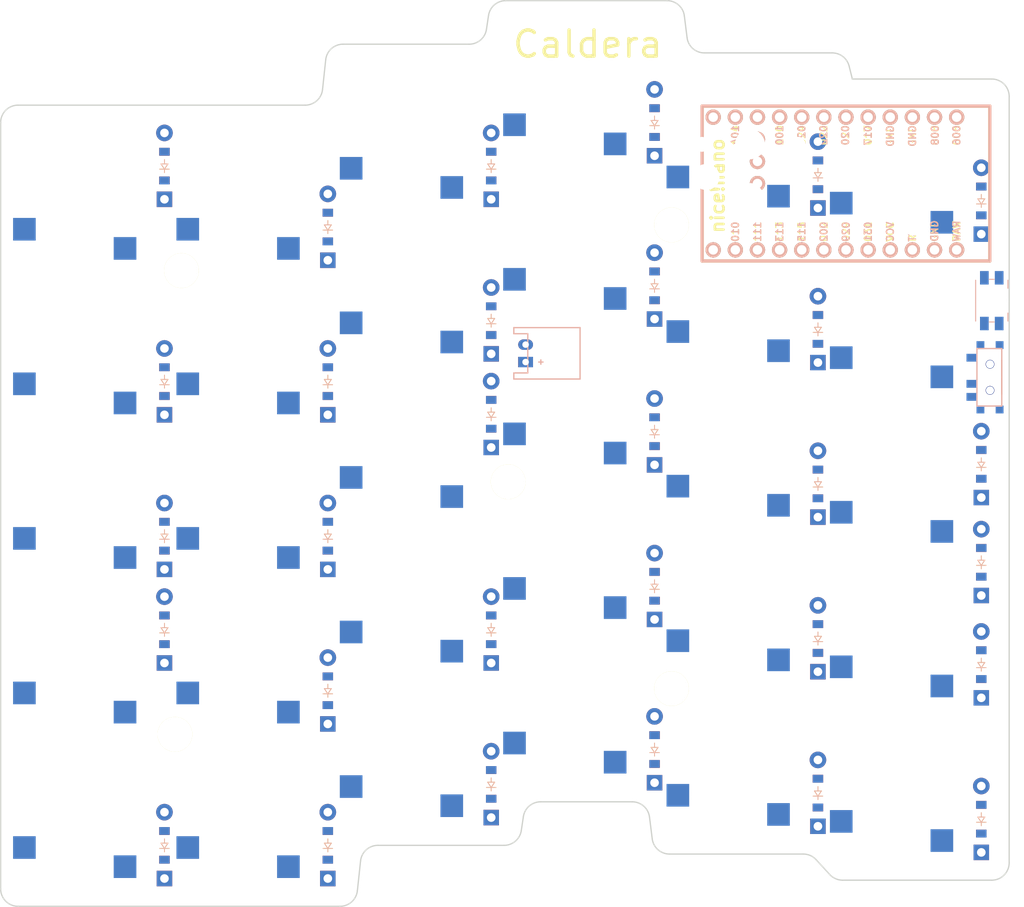
<source format=kicad_pcb>


(kicad_pcb (version 20171130) (host pcbnew 5.1.6)

  (page A3)
  (title_block
    (title "left")
    (rev "v1.0.0")
    (company "Unknown")
  )

  (general
    (thickness 1.6)
  )

  (layers
    (0 F.Cu signal)
    (31 B.Cu signal)
    (32 B.Adhes user)
    (33 F.Adhes user)
    (34 B.Paste user)
    (35 F.Paste user)
    (36 B.SilkS user)
    (37 F.SilkS user)
    (38 B.Mask user)
    (39 F.Mask user)
    (40 Dwgs.User user)
    (41 Cmts.User user)
    (42 Eco1.User user)
    (43 Eco2.User user)
    (44 Edge.Cuts user)
    (45 Margin user)
    (46 B.CrtYd user)
    (47 F.CrtYd user)
    (48 B.Fab user)
    (49 F.Fab user)
  )

  (setup
    (last_trace_width 0.25)
    (trace_clearance 0.2)
    (zone_clearance 0.508)
    (zone_45_only no)
    (trace_min 0.2)
    (via_size 0.8)
    (via_drill 0.4)
    (via_min_size 0.4)
    (via_min_drill 0.3)
    (uvia_size 0.3)
    (uvia_drill 0.1)
    (uvias_allowed no)
    (uvia_min_size 0.2)
    (uvia_min_drill 0.1)
    (edge_width 0.05)
    (segment_width 0.2)
    (pcb_text_width 0.3)
    (pcb_text_size 1.5 1.5)
    (mod_edge_width 0.12)
    (mod_text_size 1 1)
    (mod_text_width 0.15)
    (pad_size 1.524 1.524)
    (pad_drill 0.762)
    (pad_to_mask_clearance 0.05)
    (aux_axis_origin 0 0)
    (visible_elements FFFFFF7F)
    (pcbplotparams
      (layerselection 0x010fc_ffffffff)
      (usegerberextensions false)
      (usegerberattributes true)
      (usegerberadvancedattributes true)
      (creategerberjobfile true)
      (excludeedgelayer true)
      (linewidth 0.100000)
      (plotframeref false)
      (viasonmask false)
      (mode 1)
      (useauxorigin false)
      (hpglpennumber 1)
      (hpglpenspeed 20)
      (hpglpendiameter 15.000000)
      (psnegative false)
      (psa4output false)
      (plotreference true)
      (plotvalue true)
      (plotinvisibletext false)
      (padsonsilk false)
      (subtractmaskfromsilk false)
      (outputformat 1)
      (mirror false)
      (drillshape 1)
      (scaleselection 1)
      (outputdirectory ""))
  )

  (net 0 "")
(net 1 "P020")
(net 2 "first_mod")
(net 3 "first_bottom")
(net 4 "first_home")
(net 5 "first_top")
(net 6 "first_num")
(net 7 "P022")
(net 8 "second_mod")
(net 9 "second_bottom")
(net 10 "second_home")
(net 11 "second_top")
(net 12 "second_num")
(net 13 "P024")
(net 14 "third_mod")
(net 15 "third_bottom")
(net 16 "third_home")
(net 17 "third_top")
(net 18 "third_num")
(net 19 "P100")
(net 20 "fourth_mod")
(net 21 "fourth_bottom")
(net 22 "fourth_home")
(net 23 "fourth_top")
(net 24 "fourth_num")
(net 25 "P011")
(net 26 "fifth_mod")
(net 27 "fifth_bottom")
(net 28 "fifth_home")
(net 29 "fifth_top")
(net 30 "fifth_num")
(net 31 "P017")
(net 32 "sixth_mod")
(net 33 "sixth_bottom")
(net 34 "sixth_home")
(net 35 "sixth_top")
(net 36 "sixth_num")
(net 37 "P113")
(net 38 "P002")
(net 39 "P029")
(net 40 "P115")
(net 41 "P031")
(net 42 "RAW")
(net 43 "GND")
(net 44 "RST")
(net 45 "VCC")
(net 46 "P111")
(net 47 "P010")
(net 48 "P009")
(net 49 "P006")
(net 50 "P008")
(net 51 "P104")
(net 52 "P106")
(net 53 "P101")
(net 54 "P102")
(net 55 "P107")
(net 56 "pos")

  (net_class Default "This is the default net class."
    (clearance 0.2)
    (trace_width 0.25)
    (via_dia 0.8)
    (via_drill 0.4)
    (uvia_dia 0.3)
    (uvia_drill 0.1)
    (add_net "")
(add_net "P020")
(add_net "first_mod")
(add_net "first_bottom")
(add_net "first_home")
(add_net "first_top")
(add_net "first_num")
(add_net "P022")
(add_net "second_mod")
(add_net "second_bottom")
(add_net "second_home")
(add_net "second_top")
(add_net "second_num")
(add_net "P024")
(add_net "third_mod")
(add_net "third_bottom")
(add_net "third_home")
(add_net "third_top")
(add_net "third_num")
(add_net "P100")
(add_net "fourth_mod")
(add_net "fourth_bottom")
(add_net "fourth_home")
(add_net "fourth_top")
(add_net "fourth_num")
(add_net "P011")
(add_net "fifth_mod")
(add_net "fifth_bottom")
(add_net "fifth_home")
(add_net "fifth_top")
(add_net "fifth_num")
(add_net "P017")
(add_net "sixth_mod")
(add_net "sixth_bottom")
(add_net "sixth_home")
(add_net "sixth_top")
(add_net "sixth_num")
(add_net "P113")
(add_net "P002")
(add_net "P029")
(add_net "P115")
(add_net "P031")
(add_net "RAW")
(add_net "GND")
(add_net "RST")
(add_net "VCC")
(add_net "P111")
(add_net "P010")
(add_net "P009")
(add_net "P006")
(add_net "P008")
(add_net "P104")
(add_net "P106")
(add_net "P101")
(add_net "P102")
(add_net "P107")
(add_net "pos")
  )

  
        
      (module PG1350 (layer F.Cu) (tedit 5DD50112)
      (at 100 150 180)

      
      (fp_text reference "S1" (at 0 0) (layer F.SilkS) hide (effects (font (size 1.27 1.27) (thickness 0.15))))
      (fp_text value "" (at 0 0) (layer F.SilkS) hide (effects (font (size 1.27 1.27) (thickness 0.15))))

      
      (fp_line (start -7 -6) (end -7 -7) (layer Dwgs.User) (width 0.15))
      (fp_line (start -7 7) (end -6 7) (layer Dwgs.User) (width 0.15))
      (fp_line (start -6 -7) (end -7 -7) (layer Dwgs.User) (width 0.15))
      (fp_line (start -7 7) (end -7 6) (layer Dwgs.User) (width 0.15))
      (fp_line (start 7 6) (end 7 7) (layer Dwgs.User) (width 0.15))
      (fp_line (start 7 -7) (end 6 -7) (layer Dwgs.User) (width 0.15))
      (fp_line (start 6 7) (end 7 7) (layer Dwgs.User) (width 0.15))
      (fp_line (start 7 -7) (end 7 -6) (layer Dwgs.User) (width 0.15))      
      
      
      (pad "" np_thru_hole circle (at 0 0) (size 3.429 3.429) (drill 3.429) (layers *.Cu *.Mask))
        
      
      (pad "" np_thru_hole circle (at 5.5 0) (size 1.7018 1.7018) (drill 1.7018) (layers *.Cu *.Mask))
      (pad "" np_thru_hole circle (at -5.5 0) (size 1.7018 1.7018) (drill 1.7018) (layers *.Cu *.Mask))
      
        
      
      (fp_line (start -9 -8.5) (end 9 -8.5) (layer Dwgs.User) (width 0.15))
      (fp_line (start 9 -8.5) (end 9 8.5) (layer Dwgs.User) (width 0.15))
      (fp_line (start 9 8.5) (end -9 8.5) (layer Dwgs.User) (width 0.15))
      (fp_line (start -9 8.5) (end -9 -8.5) (layer Dwgs.User) (width 0.15))
      
        
          
          (pad "" np_thru_hole circle (at 5 -3.75) (size 3 3) (drill 3) (layers *.Cu *.Mask))
          (pad "" np_thru_hole circle (at 0 -5.95) (size 3 3) (drill 3) (layers *.Cu *.Mask))
      
          
          (pad 1 smd rect (at -3.275 -5.95 180) (size 2.6 2.6) (layers B.Cu B.Paste B.Mask)  (net 1 "P020"))
          (pad 2 smd rect (at 8.275 -3.75 180) (size 2.6 2.6) (layers B.Cu B.Paste B.Mask)  (net 2 "first_mod"))
        )
        

        
      (module PG1350 (layer F.Cu) (tedit 5DD50112)
      (at 100 132.25 180)

      
      (fp_text reference "S2" (at 0 0) (layer F.SilkS) hide (effects (font (size 1.27 1.27) (thickness 0.15))))
      (fp_text value "" (at 0 0) (layer F.SilkS) hide (effects (font (size 1.27 1.27) (thickness 0.15))))

      
      (fp_line (start -7 -6) (end -7 -7) (layer Dwgs.User) (width 0.15))
      (fp_line (start -7 7) (end -6 7) (layer Dwgs.User) (width 0.15))
      (fp_line (start -6 -7) (end -7 -7) (layer Dwgs.User) (width 0.15))
      (fp_line (start -7 7) (end -7 6) (layer Dwgs.User) (width 0.15))
      (fp_line (start 7 6) (end 7 7) (layer Dwgs.User) (width 0.15))
      (fp_line (start 7 -7) (end 6 -7) (layer Dwgs.User) (width 0.15))
      (fp_line (start 6 7) (end 7 7) (layer Dwgs.User) (width 0.15))
      (fp_line (start 7 -7) (end 7 -6) (layer Dwgs.User) (width 0.15))      
      
      
      (pad "" np_thru_hole circle (at 0 0) (size 3.429 3.429) (drill 3.429) (layers *.Cu *.Mask))
        
      
      (pad "" np_thru_hole circle (at 5.5 0) (size 1.7018 1.7018) (drill 1.7018) (layers *.Cu *.Mask))
      (pad "" np_thru_hole circle (at -5.5 0) (size 1.7018 1.7018) (drill 1.7018) (layers *.Cu *.Mask))
      
        
      
      (fp_line (start -9 -8.5) (end 9 -8.5) (layer Dwgs.User) (width 0.15))
      (fp_line (start 9 -8.5) (end 9 8.5) (layer Dwgs.User) (width 0.15))
      (fp_line (start 9 8.5) (end -9 8.5) (layer Dwgs.User) (width 0.15))
      (fp_line (start -9 8.5) (end -9 -8.5) (layer Dwgs.User) (width 0.15))
      
        
          
          (pad "" np_thru_hole circle (at 5 -3.75) (size 3 3) (drill 3) (layers *.Cu *.Mask))
          (pad "" np_thru_hole circle (at 0 -5.95) (size 3 3) (drill 3) (layers *.Cu *.Mask))
      
          
          (pad 1 smd rect (at -3.275 -5.95 180) (size 2.6 2.6) (layers B.Cu B.Paste B.Mask)  (net 1 "P020"))
          (pad 2 smd rect (at 8.275 -3.75 180) (size 2.6 2.6) (layers B.Cu B.Paste B.Mask)  (net 3 "first_bottom"))
        )
        

        
      (module PG1350 (layer F.Cu) (tedit 5DD50112)
      (at 100 114.5 180)

      
      (fp_text reference "S3" (at 0 0) (layer F.SilkS) hide (effects (font (size 1.27 1.27) (thickness 0.15))))
      (fp_text value "" (at 0 0) (layer F.SilkS) hide (effects (font (size 1.27 1.27) (thickness 0.15))))

      
      (fp_line (start -7 -6) (end -7 -7) (layer Dwgs.User) (width 0.15))
      (fp_line (start -7 7) (end -6 7) (layer Dwgs.User) (width 0.15))
      (fp_line (start -6 -7) (end -7 -7) (layer Dwgs.User) (width 0.15))
      (fp_line (start -7 7) (end -7 6) (layer Dwgs.User) (width 0.15))
      (fp_line (start 7 6) (end 7 7) (layer Dwgs.User) (width 0.15))
      (fp_line (start 7 -7) (end 6 -7) (layer Dwgs.User) (width 0.15))
      (fp_line (start 6 7) (end 7 7) (layer Dwgs.User) (width 0.15))
      (fp_line (start 7 -7) (end 7 -6) (layer Dwgs.User) (width 0.15))      
      
      
      (pad "" np_thru_hole circle (at 0 0) (size 3.429 3.429) (drill 3.429) (layers *.Cu *.Mask))
        
      
      (pad "" np_thru_hole circle (at 5.5 0) (size 1.7018 1.7018) (drill 1.7018) (layers *.Cu *.Mask))
      (pad "" np_thru_hole circle (at -5.5 0) (size 1.7018 1.7018) (drill 1.7018) (layers *.Cu *.Mask))
      
        
      
      (fp_line (start -9 -8.5) (end 9 -8.5) (layer Dwgs.User) (width 0.15))
      (fp_line (start 9 -8.5) (end 9 8.5) (layer Dwgs.User) (width 0.15))
      (fp_line (start 9 8.5) (end -9 8.5) (layer Dwgs.User) (width 0.15))
      (fp_line (start -9 8.5) (end -9 -8.5) (layer Dwgs.User) (width 0.15))
      
        
          
          (pad "" np_thru_hole circle (at 5 -3.75) (size 3 3) (drill 3) (layers *.Cu *.Mask))
          (pad "" np_thru_hole circle (at 0 -5.95) (size 3 3) (drill 3) (layers *.Cu *.Mask))
      
          
          (pad 1 smd rect (at -3.275 -5.95 180) (size 2.6 2.6) (layers B.Cu B.Paste B.Mask)  (net 1 "P020"))
          (pad 2 smd rect (at 8.275 -3.75 180) (size 2.6 2.6) (layers B.Cu B.Paste B.Mask)  (net 4 "first_home"))
        )
        

        
      (module PG1350 (layer F.Cu) (tedit 5DD50112)
      (at 100 96.75 180)

      
      (fp_text reference "S4" (at 0 0) (layer F.SilkS) hide (effects (font (size 1.27 1.27) (thickness 0.15))))
      (fp_text value "" (at 0 0) (layer F.SilkS) hide (effects (font (size 1.27 1.27) (thickness 0.15))))

      
      (fp_line (start -7 -6) (end -7 -7) (layer Dwgs.User) (width 0.15))
      (fp_line (start -7 7) (end -6 7) (layer Dwgs.User) (width 0.15))
      (fp_line (start -6 -7) (end -7 -7) (layer Dwgs.User) (width 0.15))
      (fp_line (start -7 7) (end -7 6) (layer Dwgs.User) (width 0.15))
      (fp_line (start 7 6) (end 7 7) (layer Dwgs.User) (width 0.15))
      (fp_line (start 7 -7) (end 6 -7) (layer Dwgs.User) (width 0.15))
      (fp_line (start 6 7) (end 7 7) (layer Dwgs.User) (width 0.15))
      (fp_line (start 7 -7) (end 7 -6) (layer Dwgs.User) (width 0.15))      
      
      
      (pad "" np_thru_hole circle (at 0 0) (size 3.429 3.429) (drill 3.429) (layers *.Cu *.Mask))
        
      
      (pad "" np_thru_hole circle (at 5.5 0) (size 1.7018 1.7018) (drill 1.7018) (layers *.Cu *.Mask))
      (pad "" np_thru_hole circle (at -5.5 0) (size 1.7018 1.7018) (drill 1.7018) (layers *.Cu *.Mask))
      
        
      
      (fp_line (start -9 -8.5) (end 9 -8.5) (layer Dwgs.User) (width 0.15))
      (fp_line (start 9 -8.5) (end 9 8.5) (layer Dwgs.User) (width 0.15))
      (fp_line (start 9 8.5) (end -9 8.5) (layer Dwgs.User) (width 0.15))
      (fp_line (start -9 8.5) (end -9 -8.5) (layer Dwgs.User) (width 0.15))
      
        
          
          (pad "" np_thru_hole circle (at 5 -3.75) (size 3 3) (drill 3) (layers *.Cu *.Mask))
          (pad "" np_thru_hole circle (at 0 -5.95) (size 3 3) (drill 3) (layers *.Cu *.Mask))
      
          
          (pad 1 smd rect (at -3.275 -5.95 180) (size 2.6 2.6) (layers B.Cu B.Paste B.Mask)  (net 1 "P020"))
          (pad 2 smd rect (at 8.275 -3.75 180) (size 2.6 2.6) (layers B.Cu B.Paste B.Mask)  (net 5 "first_top"))
        )
        

        
      (module PG1350 (layer F.Cu) (tedit 5DD50112)
      (at 100 79 180)

      
      (fp_text reference "S5" (at 0 0) (layer F.SilkS) hide (effects (font (size 1.27 1.27) (thickness 0.15))))
      (fp_text value "" (at 0 0) (layer F.SilkS) hide (effects (font (size 1.27 1.27) (thickness 0.15))))

      
      (fp_line (start -7 -6) (end -7 -7) (layer Dwgs.User) (width 0.15))
      (fp_line (start -7 7) (end -6 7) (layer Dwgs.User) (width 0.15))
      (fp_line (start -6 -7) (end -7 -7) (layer Dwgs.User) (width 0.15))
      (fp_line (start -7 7) (end -7 6) (layer Dwgs.User) (width 0.15))
      (fp_line (start 7 6) (end 7 7) (layer Dwgs.User) (width 0.15))
      (fp_line (start 7 -7) (end 6 -7) (layer Dwgs.User) (width 0.15))
      (fp_line (start 6 7) (end 7 7) (layer Dwgs.User) (width 0.15))
      (fp_line (start 7 -7) (end 7 -6) (layer Dwgs.User) (width 0.15))      
      
      
      (pad "" np_thru_hole circle (at 0 0) (size 3.429 3.429) (drill 3.429) (layers *.Cu *.Mask))
        
      
      (pad "" np_thru_hole circle (at 5.5 0) (size 1.7018 1.7018) (drill 1.7018) (layers *.Cu *.Mask))
      (pad "" np_thru_hole circle (at -5.5 0) (size 1.7018 1.7018) (drill 1.7018) (layers *.Cu *.Mask))
      
        
      
      (fp_line (start -9 -8.5) (end 9 -8.5) (layer Dwgs.User) (width 0.15))
      (fp_line (start 9 -8.5) (end 9 8.5) (layer Dwgs.User) (width 0.15))
      (fp_line (start 9 8.5) (end -9 8.5) (layer Dwgs.User) (width 0.15))
      (fp_line (start -9 8.5) (end -9 -8.5) (layer Dwgs.User) (width 0.15))
      
        
          
          (pad "" np_thru_hole circle (at 5 -3.75) (size 3 3) (drill 3) (layers *.Cu *.Mask))
          (pad "" np_thru_hole circle (at 0 -5.95) (size 3 3) (drill 3) (layers *.Cu *.Mask))
      
          
          (pad 1 smd rect (at -3.275 -5.95 180) (size 2.6 2.6) (layers B.Cu B.Paste B.Mask)  (net 1 "P020"))
          (pad 2 smd rect (at 8.275 -3.75 180) (size 2.6 2.6) (layers B.Cu B.Paste B.Mask)  (net 6 "first_num"))
        )
        

        
      (module PG1350 (layer F.Cu) (tedit 5DD50112)
      (at 118.75 150 180)

      
      (fp_text reference "S6" (at 0 0) (layer F.SilkS) hide (effects (font (size 1.27 1.27) (thickness 0.15))))
      (fp_text value "" (at 0 0) (layer F.SilkS) hide (effects (font (size 1.27 1.27) (thickness 0.15))))

      
      (fp_line (start -7 -6) (end -7 -7) (layer Dwgs.User) (width 0.15))
      (fp_line (start -7 7) (end -6 7) (layer Dwgs.User) (width 0.15))
      (fp_line (start -6 -7) (end -7 -7) (layer Dwgs.User) (width 0.15))
      (fp_line (start -7 7) (end -7 6) (layer Dwgs.User) (width 0.15))
      (fp_line (start 7 6) (end 7 7) (layer Dwgs.User) (width 0.15))
      (fp_line (start 7 -7) (end 6 -7) (layer Dwgs.User) (width 0.15))
      (fp_line (start 6 7) (end 7 7) (layer Dwgs.User) (width 0.15))
      (fp_line (start 7 -7) (end 7 -6) (layer Dwgs.User) (width 0.15))      
      
      
      (pad "" np_thru_hole circle (at 0 0) (size 3.429 3.429) (drill 3.429) (layers *.Cu *.Mask))
        
      
      (pad "" np_thru_hole circle (at 5.5 0) (size 1.7018 1.7018) (drill 1.7018) (layers *.Cu *.Mask))
      (pad "" np_thru_hole circle (at -5.5 0) (size 1.7018 1.7018) (drill 1.7018) (layers *.Cu *.Mask))
      
        
      
      (fp_line (start -9 -8.5) (end 9 -8.5) (layer Dwgs.User) (width 0.15))
      (fp_line (start 9 -8.5) (end 9 8.5) (layer Dwgs.User) (width 0.15))
      (fp_line (start 9 8.5) (end -9 8.5) (layer Dwgs.User) (width 0.15))
      (fp_line (start -9 8.5) (end -9 -8.5) (layer Dwgs.User) (width 0.15))
      
        
          
          (pad "" np_thru_hole circle (at 5 -3.75) (size 3 3) (drill 3) (layers *.Cu *.Mask))
          (pad "" np_thru_hole circle (at 0 -5.95) (size 3 3) (drill 3) (layers *.Cu *.Mask))
      
          
          (pad 1 smd rect (at -3.275 -5.95 180) (size 2.6 2.6) (layers B.Cu B.Paste B.Mask)  (net 7 "P022"))
          (pad 2 smd rect (at 8.275 -3.75 180) (size 2.6 2.6) (layers B.Cu B.Paste B.Mask)  (net 8 "second_mod"))
        )
        

        
      (module PG1350 (layer F.Cu) (tedit 5DD50112)
      (at 118.75 132.25 180)

      
      (fp_text reference "S7" (at 0 0) (layer F.SilkS) hide (effects (font (size 1.27 1.27) (thickness 0.15))))
      (fp_text value "" (at 0 0) (layer F.SilkS) hide (effects (font (size 1.27 1.27) (thickness 0.15))))

      
      (fp_line (start -7 -6) (end -7 -7) (layer Dwgs.User) (width 0.15))
      (fp_line (start -7 7) (end -6 7) (layer Dwgs.User) (width 0.15))
      (fp_line (start -6 -7) (end -7 -7) (layer Dwgs.User) (width 0.15))
      (fp_line (start -7 7) (end -7 6) (layer Dwgs.User) (width 0.15))
      (fp_line (start 7 6) (end 7 7) (layer Dwgs.User) (width 0.15))
      (fp_line (start 7 -7) (end 6 -7) (layer Dwgs.User) (width 0.15))
      (fp_line (start 6 7) (end 7 7) (layer Dwgs.User) (width 0.15))
      (fp_line (start 7 -7) (end 7 -6) (layer Dwgs.User) (width 0.15))      
      
      
      (pad "" np_thru_hole circle (at 0 0) (size 3.429 3.429) (drill 3.429) (layers *.Cu *.Mask))
        
      
      (pad "" np_thru_hole circle (at 5.5 0) (size 1.7018 1.7018) (drill 1.7018) (layers *.Cu *.Mask))
      (pad "" np_thru_hole circle (at -5.5 0) (size 1.7018 1.7018) (drill 1.7018) (layers *.Cu *.Mask))
      
        
      
      (fp_line (start -9 -8.5) (end 9 -8.5) (layer Dwgs.User) (width 0.15))
      (fp_line (start 9 -8.5) (end 9 8.5) (layer Dwgs.User) (width 0.15))
      (fp_line (start 9 8.5) (end -9 8.5) (layer Dwgs.User) (width 0.15))
      (fp_line (start -9 8.5) (end -9 -8.5) (layer Dwgs.User) (width 0.15))
      
        
          
          (pad "" np_thru_hole circle (at 5 -3.75) (size 3 3) (drill 3) (layers *.Cu *.Mask))
          (pad "" np_thru_hole circle (at 0 -5.95) (size 3 3) (drill 3) (layers *.Cu *.Mask))
      
          
          (pad 1 smd rect (at -3.275 -5.95 180) (size 2.6 2.6) (layers B.Cu B.Paste B.Mask)  (net 7 "P022"))
          (pad 2 smd rect (at 8.275 -3.75 180) (size 2.6 2.6) (layers B.Cu B.Paste B.Mask)  (net 9 "second_bottom"))
        )
        

        
      (module PG1350 (layer F.Cu) (tedit 5DD50112)
      (at 118.75 114.5 180)

      
      (fp_text reference "S8" (at 0 0) (layer F.SilkS) hide (effects (font (size 1.27 1.27) (thickness 0.15))))
      (fp_text value "" (at 0 0) (layer F.SilkS) hide (effects (font (size 1.27 1.27) (thickness 0.15))))

      
      (fp_line (start -7 -6) (end -7 -7) (layer Dwgs.User) (width 0.15))
      (fp_line (start -7 7) (end -6 7) (layer Dwgs.User) (width 0.15))
      (fp_line (start -6 -7) (end -7 -7) (layer Dwgs.User) (width 0.15))
      (fp_line (start -7 7) (end -7 6) (layer Dwgs.User) (width 0.15))
      (fp_line (start 7 6) (end 7 7) (layer Dwgs.User) (width 0.15))
      (fp_line (start 7 -7) (end 6 -7) (layer Dwgs.User) (width 0.15))
      (fp_line (start 6 7) (end 7 7) (layer Dwgs.User) (width 0.15))
      (fp_line (start 7 -7) (end 7 -6) (layer Dwgs.User) (width 0.15))      
      
      
      (pad "" np_thru_hole circle (at 0 0) (size 3.429 3.429) (drill 3.429) (layers *.Cu *.Mask))
        
      
      (pad "" np_thru_hole circle (at 5.5 0) (size 1.7018 1.7018) (drill 1.7018) (layers *.Cu *.Mask))
      (pad "" np_thru_hole circle (at -5.5 0) (size 1.7018 1.7018) (drill 1.7018) (layers *.Cu *.Mask))
      
        
      
      (fp_line (start -9 -8.5) (end 9 -8.5) (layer Dwgs.User) (width 0.15))
      (fp_line (start 9 -8.5) (end 9 8.5) (layer Dwgs.User) (width 0.15))
      (fp_line (start 9 8.5) (end -9 8.5) (layer Dwgs.User) (width 0.15))
      (fp_line (start -9 8.5) (end -9 -8.5) (layer Dwgs.User) (width 0.15))
      
        
          
          (pad "" np_thru_hole circle (at 5 -3.75) (size 3 3) (drill 3) (layers *.Cu *.Mask))
          (pad "" np_thru_hole circle (at 0 -5.95) (size 3 3) (drill 3) (layers *.Cu *.Mask))
      
          
          (pad 1 smd rect (at -3.275 -5.95 180) (size 2.6 2.6) (layers B.Cu B.Paste B.Mask)  (net 7 "P022"))
          (pad 2 smd rect (at 8.275 -3.75 180) (size 2.6 2.6) (layers B.Cu B.Paste B.Mask)  (net 10 "second_home"))
        )
        

        
      (module PG1350 (layer F.Cu) (tedit 5DD50112)
      (at 118.75 96.75 180)

      
      (fp_text reference "S9" (at 0 0) (layer F.SilkS) hide (effects (font (size 1.27 1.27) (thickness 0.15))))
      (fp_text value "" (at 0 0) (layer F.SilkS) hide (effects (font (size 1.27 1.27) (thickness 0.15))))

      
      (fp_line (start -7 -6) (end -7 -7) (layer Dwgs.User) (width 0.15))
      (fp_line (start -7 7) (end -6 7) (layer Dwgs.User) (width 0.15))
      (fp_line (start -6 -7) (end -7 -7) (layer Dwgs.User) (width 0.15))
      (fp_line (start -7 7) (end -7 6) (layer Dwgs.User) (width 0.15))
      (fp_line (start 7 6) (end 7 7) (layer Dwgs.User) (width 0.15))
      (fp_line (start 7 -7) (end 6 -7) (layer Dwgs.User) (width 0.15))
      (fp_line (start 6 7) (end 7 7) (layer Dwgs.User) (width 0.15))
      (fp_line (start 7 -7) (end 7 -6) (layer Dwgs.User) (width 0.15))      
      
      
      (pad "" np_thru_hole circle (at 0 0) (size 3.429 3.429) (drill 3.429) (layers *.Cu *.Mask))
        
      
      (pad "" np_thru_hole circle (at 5.5 0) (size 1.7018 1.7018) (drill 1.7018) (layers *.Cu *.Mask))
      (pad "" np_thru_hole circle (at -5.5 0) (size 1.7018 1.7018) (drill 1.7018) (layers *.Cu *.Mask))
      
        
      
      (fp_line (start -9 -8.5) (end 9 -8.5) (layer Dwgs.User) (width 0.15))
      (fp_line (start 9 -8.5) (end 9 8.5) (layer Dwgs.User) (width 0.15))
      (fp_line (start 9 8.5) (end -9 8.5) (layer Dwgs.User) (width 0.15))
      (fp_line (start -9 8.5) (end -9 -8.5) (layer Dwgs.User) (width 0.15))
      
        
          
          (pad "" np_thru_hole circle (at 5 -3.75) (size 3 3) (drill 3) (layers *.Cu *.Mask))
          (pad "" np_thru_hole circle (at 0 -5.95) (size 3 3) (drill 3) (layers *.Cu *.Mask))
      
          
          (pad 1 smd rect (at -3.275 -5.95 180) (size 2.6 2.6) (layers B.Cu B.Paste B.Mask)  (net 7 "P022"))
          (pad 2 smd rect (at 8.275 -3.75 180) (size 2.6 2.6) (layers B.Cu B.Paste B.Mask)  (net 11 "second_top"))
        )
        

        
      (module PG1350 (layer F.Cu) (tedit 5DD50112)
      (at 118.75 79 180)

      
      (fp_text reference "S10" (at 0 0) (layer F.SilkS) hide (effects (font (size 1.27 1.27) (thickness 0.15))))
      (fp_text value "" (at 0 0) (layer F.SilkS) hide (effects (font (size 1.27 1.27) (thickness 0.15))))

      
      (fp_line (start -7 -6) (end -7 -7) (layer Dwgs.User) (width 0.15))
      (fp_line (start -7 7) (end -6 7) (layer Dwgs.User) (width 0.15))
      (fp_line (start -6 -7) (end -7 -7) (layer Dwgs.User) (width 0.15))
      (fp_line (start -7 7) (end -7 6) (layer Dwgs.User) (width 0.15))
      (fp_line (start 7 6) (end 7 7) (layer Dwgs.User) (width 0.15))
      (fp_line (start 7 -7) (end 6 -7) (layer Dwgs.User) (width 0.15))
      (fp_line (start 6 7) (end 7 7) (layer Dwgs.User) (width 0.15))
      (fp_line (start 7 -7) (end 7 -6) (layer Dwgs.User) (width 0.15))      
      
      
      (pad "" np_thru_hole circle (at 0 0) (size 3.429 3.429) (drill 3.429) (layers *.Cu *.Mask))
        
      
      (pad "" np_thru_hole circle (at 5.5 0) (size 1.7018 1.7018) (drill 1.7018) (layers *.Cu *.Mask))
      (pad "" np_thru_hole circle (at -5.5 0) (size 1.7018 1.7018) (drill 1.7018) (layers *.Cu *.Mask))
      
        
      
      (fp_line (start -9 -8.5) (end 9 -8.5) (layer Dwgs.User) (width 0.15))
      (fp_line (start 9 -8.5) (end 9 8.5) (layer Dwgs.User) (width 0.15))
      (fp_line (start 9 8.5) (end -9 8.5) (layer Dwgs.User) (width 0.15))
      (fp_line (start -9 8.5) (end -9 -8.5) (layer Dwgs.User) (width 0.15))
      
        
          
          (pad "" np_thru_hole circle (at 5 -3.75) (size 3 3) (drill 3) (layers *.Cu *.Mask))
          (pad "" np_thru_hole circle (at 0 -5.95) (size 3 3) (drill 3) (layers *.Cu *.Mask))
      
          
          (pad 1 smd rect (at -3.275 -5.95 180) (size 2.6 2.6) (layers B.Cu B.Paste B.Mask)  (net 7 "P022"))
          (pad 2 smd rect (at 8.275 -3.75 180) (size 2.6 2.6) (layers B.Cu B.Paste B.Mask)  (net 12 "second_num"))
        )
        

        
      (module PG1350 (layer F.Cu) (tedit 5DD50112)
      (at 137.5 143 180)

      
      (fp_text reference "S11" (at 0 0) (layer F.SilkS) hide (effects (font (size 1.27 1.27) (thickness 0.15))))
      (fp_text value "" (at 0 0) (layer F.SilkS) hide (effects (font (size 1.27 1.27) (thickness 0.15))))

      
      (fp_line (start -7 -6) (end -7 -7) (layer Dwgs.User) (width 0.15))
      (fp_line (start -7 7) (end -6 7) (layer Dwgs.User) (width 0.15))
      (fp_line (start -6 -7) (end -7 -7) (layer Dwgs.User) (width 0.15))
      (fp_line (start -7 7) (end -7 6) (layer Dwgs.User) (width 0.15))
      (fp_line (start 7 6) (end 7 7) (layer Dwgs.User) (width 0.15))
      (fp_line (start 7 -7) (end 6 -7) (layer Dwgs.User) (width 0.15))
      (fp_line (start 6 7) (end 7 7) (layer Dwgs.User) (width 0.15))
      (fp_line (start 7 -7) (end 7 -6) (layer Dwgs.User) (width 0.15))      
      
      
      (pad "" np_thru_hole circle (at 0 0) (size 3.429 3.429) (drill 3.429) (layers *.Cu *.Mask))
        
      
      (pad "" np_thru_hole circle (at 5.5 0) (size 1.7018 1.7018) (drill 1.7018) (layers *.Cu *.Mask))
      (pad "" np_thru_hole circle (at -5.5 0) (size 1.7018 1.7018) (drill 1.7018) (layers *.Cu *.Mask))
      
        
      
      (fp_line (start -9 -8.5) (end 9 -8.5) (layer Dwgs.User) (width 0.15))
      (fp_line (start 9 -8.5) (end 9 8.5) (layer Dwgs.User) (width 0.15))
      (fp_line (start 9 8.5) (end -9 8.5) (layer Dwgs.User) (width 0.15))
      (fp_line (start -9 8.5) (end -9 -8.5) (layer Dwgs.User) (width 0.15))
      
        
          
          (pad "" np_thru_hole circle (at 5 -3.75) (size 3 3) (drill 3) (layers *.Cu *.Mask))
          (pad "" np_thru_hole circle (at 0 -5.95) (size 3 3) (drill 3) (layers *.Cu *.Mask))
      
          
          (pad 1 smd rect (at -3.275 -5.95 180) (size 2.6 2.6) (layers B.Cu B.Paste B.Mask)  (net 13 "P024"))
          (pad 2 smd rect (at 8.275 -3.75 180) (size 2.6 2.6) (layers B.Cu B.Paste B.Mask)  (net 14 "third_mod"))
        )
        

        
      (module PG1350 (layer F.Cu) (tedit 5DD50112)
      (at 137.5 125.25 180)

      
      (fp_text reference "S12" (at 0 0) (layer F.SilkS) hide (effects (font (size 1.27 1.27) (thickness 0.15))))
      (fp_text value "" (at 0 0) (layer F.SilkS) hide (effects (font (size 1.27 1.27) (thickness 0.15))))

      
      (fp_line (start -7 -6) (end -7 -7) (layer Dwgs.User) (width 0.15))
      (fp_line (start -7 7) (end -6 7) (layer Dwgs.User) (width 0.15))
      (fp_line (start -6 -7) (end -7 -7) (layer Dwgs.User) (width 0.15))
      (fp_line (start -7 7) (end -7 6) (layer Dwgs.User) (width 0.15))
      (fp_line (start 7 6) (end 7 7) (layer Dwgs.User) (width 0.15))
      (fp_line (start 7 -7) (end 6 -7) (layer Dwgs.User) (width 0.15))
      (fp_line (start 6 7) (end 7 7) (layer Dwgs.User) (width 0.15))
      (fp_line (start 7 -7) (end 7 -6) (layer Dwgs.User) (width 0.15))      
      
      
      (pad "" np_thru_hole circle (at 0 0) (size 3.429 3.429) (drill 3.429) (layers *.Cu *.Mask))
        
      
      (pad "" np_thru_hole circle (at 5.5 0) (size 1.7018 1.7018) (drill 1.7018) (layers *.Cu *.Mask))
      (pad "" np_thru_hole circle (at -5.5 0) (size 1.7018 1.7018) (drill 1.7018) (layers *.Cu *.Mask))
      
        
      
      (fp_line (start -9 -8.5) (end 9 -8.5) (layer Dwgs.User) (width 0.15))
      (fp_line (start 9 -8.5) (end 9 8.5) (layer Dwgs.User) (width 0.15))
      (fp_line (start 9 8.5) (end -9 8.5) (layer Dwgs.User) (width 0.15))
      (fp_line (start -9 8.5) (end -9 -8.5) (layer Dwgs.User) (width 0.15))
      
        
          
          (pad "" np_thru_hole circle (at 5 -3.75) (size 3 3) (drill 3) (layers *.Cu *.Mask))
          (pad "" np_thru_hole circle (at 0 -5.95) (size 3 3) (drill 3) (layers *.Cu *.Mask))
      
          
          (pad 1 smd rect (at -3.275 -5.95 180) (size 2.6 2.6) (layers B.Cu B.Paste B.Mask)  (net 13 "P024"))
          (pad 2 smd rect (at 8.275 -3.75 180) (size 2.6 2.6) (layers B.Cu B.Paste B.Mask)  (net 15 "third_bottom"))
        )
        

        
      (module PG1350 (layer F.Cu) (tedit 5DD50112)
      (at 137.5 107.5 180)

      
      (fp_text reference "S13" (at 0 0) (layer F.SilkS) hide (effects (font (size 1.27 1.27) (thickness 0.15))))
      (fp_text value "" (at 0 0) (layer F.SilkS) hide (effects (font (size 1.27 1.27) (thickness 0.15))))

      
      (fp_line (start -7 -6) (end -7 -7) (layer Dwgs.User) (width 0.15))
      (fp_line (start -7 7) (end -6 7) (layer Dwgs.User) (width 0.15))
      (fp_line (start -6 -7) (end -7 -7) (layer Dwgs.User) (width 0.15))
      (fp_line (start -7 7) (end -7 6) (layer Dwgs.User) (width 0.15))
      (fp_line (start 7 6) (end 7 7) (layer Dwgs.User) (width 0.15))
      (fp_line (start 7 -7) (end 6 -7) (layer Dwgs.User) (width 0.15))
      (fp_line (start 6 7) (end 7 7) (layer Dwgs.User) (width 0.15))
      (fp_line (start 7 -7) (end 7 -6) (layer Dwgs.User) (width 0.15))      
      
      
      (pad "" np_thru_hole circle (at 0 0) (size 3.429 3.429) (drill 3.429) (layers *.Cu *.Mask))
        
      
      (pad "" np_thru_hole circle (at 5.5 0) (size 1.7018 1.7018) (drill 1.7018) (layers *.Cu *.Mask))
      (pad "" np_thru_hole circle (at -5.5 0) (size 1.7018 1.7018) (drill 1.7018) (layers *.Cu *.Mask))
      
        
      
      (fp_line (start -9 -8.5) (end 9 -8.5) (layer Dwgs.User) (width 0.15))
      (fp_line (start 9 -8.5) (end 9 8.5) (layer Dwgs.User) (width 0.15))
      (fp_line (start 9 8.5) (end -9 8.5) (layer Dwgs.User) (width 0.15))
      (fp_line (start -9 8.5) (end -9 -8.5) (layer Dwgs.User) (width 0.15))
      
        
          
          (pad "" np_thru_hole circle (at 5 -3.75) (size 3 3) (drill 3) (layers *.Cu *.Mask))
          (pad "" np_thru_hole circle (at 0 -5.95) (size 3 3) (drill 3) (layers *.Cu *.Mask))
      
          
          (pad 1 smd rect (at -3.275 -5.95 180) (size 2.6 2.6) (layers B.Cu B.Paste B.Mask)  (net 13 "P024"))
          (pad 2 smd rect (at 8.275 -3.75 180) (size 2.6 2.6) (layers B.Cu B.Paste B.Mask)  (net 16 "third_home"))
        )
        

        
      (module PG1350 (layer F.Cu) (tedit 5DD50112)
      (at 137.5 89.75 180)

      
      (fp_text reference "S14" (at 0 0) (layer F.SilkS) hide (effects (font (size 1.27 1.27) (thickness 0.15))))
      (fp_text value "" (at 0 0) (layer F.SilkS) hide (effects (font (size 1.27 1.27) (thickness 0.15))))

      
      (fp_line (start -7 -6) (end -7 -7) (layer Dwgs.User) (width 0.15))
      (fp_line (start -7 7) (end -6 7) (layer Dwgs.User) (width 0.15))
      (fp_line (start -6 -7) (end -7 -7) (layer Dwgs.User) (width 0.15))
      (fp_line (start -7 7) (end -7 6) (layer Dwgs.User) (width 0.15))
      (fp_line (start 7 6) (end 7 7) (layer Dwgs.User) (width 0.15))
      (fp_line (start 7 -7) (end 6 -7) (layer Dwgs.User) (width 0.15))
      (fp_line (start 6 7) (end 7 7) (layer Dwgs.User) (width 0.15))
      (fp_line (start 7 -7) (end 7 -6) (layer Dwgs.User) (width 0.15))      
      
      
      (pad "" np_thru_hole circle (at 0 0) (size 3.429 3.429) (drill 3.429) (layers *.Cu *.Mask))
        
      
      (pad "" np_thru_hole circle (at 5.5 0) (size 1.7018 1.7018) (drill 1.7018) (layers *.Cu *.Mask))
      (pad "" np_thru_hole circle (at -5.5 0) (size 1.7018 1.7018) (drill 1.7018) (layers *.Cu *.Mask))
      
        
      
      (fp_line (start -9 -8.5) (end 9 -8.5) (layer Dwgs.User) (width 0.15))
      (fp_line (start 9 -8.5) (end 9 8.5) (layer Dwgs.User) (width 0.15))
      (fp_line (start 9 8.5) (end -9 8.5) (layer Dwgs.User) (width 0.15))
      (fp_line (start -9 8.5) (end -9 -8.5) (layer Dwgs.User) (width 0.15))
      
        
          
          (pad "" np_thru_hole circle (at 5 -3.75) (size 3 3) (drill 3) (layers *.Cu *.Mask))
          (pad "" np_thru_hole circle (at 0 -5.95) (size 3 3) (drill 3) (layers *.Cu *.Mask))
      
          
          (pad 1 smd rect (at -3.275 -5.95 180) (size 2.6 2.6) (layers B.Cu B.Paste B.Mask)  (net 13 "P024"))
          (pad 2 smd rect (at 8.275 -3.75 180) (size 2.6 2.6) (layers B.Cu B.Paste B.Mask)  (net 17 "third_top"))
        )
        

        
      (module PG1350 (layer F.Cu) (tedit 5DD50112)
      (at 137.5 72 180)

      
      (fp_text reference "S15" (at 0 0) (layer F.SilkS) hide (effects (font (size 1.27 1.27) (thickness 0.15))))
      (fp_text value "" (at 0 0) (layer F.SilkS) hide (effects (font (size 1.27 1.27) (thickness 0.15))))

      
      (fp_line (start -7 -6) (end -7 -7) (layer Dwgs.User) (width 0.15))
      (fp_line (start -7 7) (end -6 7) (layer Dwgs.User) (width 0.15))
      (fp_line (start -6 -7) (end -7 -7) (layer Dwgs.User) (width 0.15))
      (fp_line (start -7 7) (end -7 6) (layer Dwgs.User) (width 0.15))
      (fp_line (start 7 6) (end 7 7) (layer Dwgs.User) (width 0.15))
      (fp_line (start 7 -7) (end 6 -7) (layer Dwgs.User) (width 0.15))
      (fp_line (start 6 7) (end 7 7) (layer Dwgs.User) (width 0.15))
      (fp_line (start 7 -7) (end 7 -6) (layer Dwgs.User) (width 0.15))      
      
      
      (pad "" np_thru_hole circle (at 0 0) (size 3.429 3.429) (drill 3.429) (layers *.Cu *.Mask))
        
      
      (pad "" np_thru_hole circle (at 5.5 0) (size 1.7018 1.7018) (drill 1.7018) (layers *.Cu *.Mask))
      (pad "" np_thru_hole circle (at -5.5 0) (size 1.7018 1.7018) (drill 1.7018) (layers *.Cu *.Mask))
      
        
      
      (fp_line (start -9 -8.5) (end 9 -8.5) (layer Dwgs.User) (width 0.15))
      (fp_line (start 9 -8.5) (end 9 8.5) (layer Dwgs.User) (width 0.15))
      (fp_line (start 9 8.5) (end -9 8.5) (layer Dwgs.User) (width 0.15))
      (fp_line (start -9 8.5) (end -9 -8.5) (layer Dwgs.User) (width 0.15))
      
        
          
          (pad "" np_thru_hole circle (at 5 -3.75) (size 3 3) (drill 3) (layers *.Cu *.Mask))
          (pad "" np_thru_hole circle (at 0 -5.95) (size 3 3) (drill 3) (layers *.Cu *.Mask))
      
          
          (pad 1 smd rect (at -3.275 -5.95 180) (size 2.6 2.6) (layers B.Cu B.Paste B.Mask)  (net 13 "P024"))
          (pad 2 smd rect (at 8.275 -3.75 180) (size 2.6 2.6) (layers B.Cu B.Paste B.Mask)  (net 18 "third_num"))
        )
        

        
      (module PG1350 (layer F.Cu) (tedit 5DD50112)
      (at 156.25 138 180)

      
      (fp_text reference "S16" (at 0 0) (layer F.SilkS) hide (effects (font (size 1.27 1.27) (thickness 0.15))))
      (fp_text value "" (at 0 0) (layer F.SilkS) hide (effects (font (size 1.27 1.27) (thickness 0.15))))

      
      (fp_line (start -7 -6) (end -7 -7) (layer Dwgs.User) (width 0.15))
      (fp_line (start -7 7) (end -6 7) (layer Dwgs.User) (width 0.15))
      (fp_line (start -6 -7) (end -7 -7) (layer Dwgs.User) (width 0.15))
      (fp_line (start -7 7) (end -7 6) (layer Dwgs.User) (width 0.15))
      (fp_line (start 7 6) (end 7 7) (layer Dwgs.User) (width 0.15))
      (fp_line (start 7 -7) (end 6 -7) (layer Dwgs.User) (width 0.15))
      (fp_line (start 6 7) (end 7 7) (layer Dwgs.User) (width 0.15))
      (fp_line (start 7 -7) (end 7 -6) (layer Dwgs.User) (width 0.15))      
      
      
      (pad "" np_thru_hole circle (at 0 0) (size 3.429 3.429) (drill 3.429) (layers *.Cu *.Mask))
        
      
      (pad "" np_thru_hole circle (at 5.5 0) (size 1.7018 1.7018) (drill 1.7018) (layers *.Cu *.Mask))
      (pad "" np_thru_hole circle (at -5.5 0) (size 1.7018 1.7018) (drill 1.7018) (layers *.Cu *.Mask))
      
        
      
      (fp_line (start -9 -8.5) (end 9 -8.5) (layer Dwgs.User) (width 0.15))
      (fp_line (start 9 -8.5) (end 9 8.5) (layer Dwgs.User) (width 0.15))
      (fp_line (start 9 8.5) (end -9 8.5) (layer Dwgs.User) (width 0.15))
      (fp_line (start -9 8.5) (end -9 -8.5) (layer Dwgs.User) (width 0.15))
      
        
          
          (pad "" np_thru_hole circle (at 5 -3.75) (size 3 3) (drill 3) (layers *.Cu *.Mask))
          (pad "" np_thru_hole circle (at 0 -5.95) (size 3 3) (drill 3) (layers *.Cu *.Mask))
      
          
          (pad 1 smd rect (at -3.275 -5.95 180) (size 2.6 2.6) (layers B.Cu B.Paste B.Mask)  (net 19 "P100"))
          (pad 2 smd rect (at 8.275 -3.75 180) (size 2.6 2.6) (layers B.Cu B.Paste B.Mask)  (net 20 "fourth_mod"))
        )
        

        
      (module PG1350 (layer F.Cu) (tedit 5DD50112)
      (at 156.25 120.25 180)

      
      (fp_text reference "S17" (at 0 0) (layer F.SilkS) hide (effects (font (size 1.27 1.27) (thickness 0.15))))
      (fp_text value "" (at 0 0) (layer F.SilkS) hide (effects (font (size 1.27 1.27) (thickness 0.15))))

      
      (fp_line (start -7 -6) (end -7 -7) (layer Dwgs.User) (width 0.15))
      (fp_line (start -7 7) (end -6 7) (layer Dwgs.User) (width 0.15))
      (fp_line (start -6 -7) (end -7 -7) (layer Dwgs.User) (width 0.15))
      (fp_line (start -7 7) (end -7 6) (layer Dwgs.User) (width 0.15))
      (fp_line (start 7 6) (end 7 7) (layer Dwgs.User) (width 0.15))
      (fp_line (start 7 -7) (end 6 -7) (layer Dwgs.User) (width 0.15))
      (fp_line (start 6 7) (end 7 7) (layer Dwgs.User) (width 0.15))
      (fp_line (start 7 -7) (end 7 -6) (layer Dwgs.User) (width 0.15))      
      
      
      (pad "" np_thru_hole circle (at 0 0) (size 3.429 3.429) (drill 3.429) (layers *.Cu *.Mask))
        
      
      (pad "" np_thru_hole circle (at 5.5 0) (size 1.7018 1.7018) (drill 1.7018) (layers *.Cu *.Mask))
      (pad "" np_thru_hole circle (at -5.5 0) (size 1.7018 1.7018) (drill 1.7018) (layers *.Cu *.Mask))
      
        
      
      (fp_line (start -9 -8.5) (end 9 -8.5) (layer Dwgs.User) (width 0.15))
      (fp_line (start 9 -8.5) (end 9 8.5) (layer Dwgs.User) (width 0.15))
      (fp_line (start 9 8.5) (end -9 8.5) (layer Dwgs.User) (width 0.15))
      (fp_line (start -9 8.5) (end -9 -8.5) (layer Dwgs.User) (width 0.15))
      
        
          
          (pad "" np_thru_hole circle (at 5 -3.75) (size 3 3) (drill 3) (layers *.Cu *.Mask))
          (pad "" np_thru_hole circle (at 0 -5.95) (size 3 3) (drill 3) (layers *.Cu *.Mask))
      
          
          (pad 1 smd rect (at -3.275 -5.95 180) (size 2.6 2.6) (layers B.Cu B.Paste B.Mask)  (net 19 "P100"))
          (pad 2 smd rect (at 8.275 -3.75 180) (size 2.6 2.6) (layers B.Cu B.Paste B.Mask)  (net 21 "fourth_bottom"))
        )
        

        
      (module PG1350 (layer F.Cu) (tedit 5DD50112)
      (at 156.25 102.5 180)

      
      (fp_text reference "S18" (at 0 0) (layer F.SilkS) hide (effects (font (size 1.27 1.27) (thickness 0.15))))
      (fp_text value "" (at 0 0) (layer F.SilkS) hide (effects (font (size 1.27 1.27) (thickness 0.15))))

      
      (fp_line (start -7 -6) (end -7 -7) (layer Dwgs.User) (width 0.15))
      (fp_line (start -7 7) (end -6 7) (layer Dwgs.User) (width 0.15))
      (fp_line (start -6 -7) (end -7 -7) (layer Dwgs.User) (width 0.15))
      (fp_line (start -7 7) (end -7 6) (layer Dwgs.User) (width 0.15))
      (fp_line (start 7 6) (end 7 7) (layer Dwgs.User) (width 0.15))
      (fp_line (start 7 -7) (end 6 -7) (layer Dwgs.User) (width 0.15))
      (fp_line (start 6 7) (end 7 7) (layer Dwgs.User) (width 0.15))
      (fp_line (start 7 -7) (end 7 -6) (layer Dwgs.User) (width 0.15))      
      
      
      (pad "" np_thru_hole circle (at 0 0) (size 3.429 3.429) (drill 3.429) (layers *.Cu *.Mask))
        
      
      (pad "" np_thru_hole circle (at 5.5 0) (size 1.7018 1.7018) (drill 1.7018) (layers *.Cu *.Mask))
      (pad "" np_thru_hole circle (at -5.5 0) (size 1.7018 1.7018) (drill 1.7018) (layers *.Cu *.Mask))
      
        
      
      (fp_line (start -9 -8.5) (end 9 -8.5) (layer Dwgs.User) (width 0.15))
      (fp_line (start 9 -8.5) (end 9 8.5) (layer Dwgs.User) (width 0.15))
      (fp_line (start 9 8.5) (end -9 8.5) (layer Dwgs.User) (width 0.15))
      (fp_line (start -9 8.5) (end -9 -8.5) (layer Dwgs.User) (width 0.15))
      
        
          
          (pad "" np_thru_hole circle (at 5 -3.75) (size 3 3) (drill 3) (layers *.Cu *.Mask))
          (pad "" np_thru_hole circle (at 0 -5.95) (size 3 3) (drill 3) (layers *.Cu *.Mask))
      
          
          (pad 1 smd rect (at -3.275 -5.95 180) (size 2.6 2.6) (layers B.Cu B.Paste B.Mask)  (net 19 "P100"))
          (pad 2 smd rect (at 8.275 -3.75 180) (size 2.6 2.6) (layers B.Cu B.Paste B.Mask)  (net 22 "fourth_home"))
        )
        

        
      (module PG1350 (layer F.Cu) (tedit 5DD50112)
      (at 156.25 84.75 180)

      
      (fp_text reference "S19" (at 0 0) (layer F.SilkS) hide (effects (font (size 1.27 1.27) (thickness 0.15))))
      (fp_text value "" (at 0 0) (layer F.SilkS) hide (effects (font (size 1.27 1.27) (thickness 0.15))))

      
      (fp_line (start -7 -6) (end -7 -7) (layer Dwgs.User) (width 0.15))
      (fp_line (start -7 7) (end -6 7) (layer Dwgs.User) (width 0.15))
      (fp_line (start -6 -7) (end -7 -7) (layer Dwgs.User) (width 0.15))
      (fp_line (start -7 7) (end -7 6) (layer Dwgs.User) (width 0.15))
      (fp_line (start 7 6) (end 7 7) (layer Dwgs.User) (width 0.15))
      (fp_line (start 7 -7) (end 6 -7) (layer Dwgs.User) (width 0.15))
      (fp_line (start 6 7) (end 7 7) (layer Dwgs.User) (width 0.15))
      (fp_line (start 7 -7) (end 7 -6) (layer Dwgs.User) (width 0.15))      
      
      
      (pad "" np_thru_hole circle (at 0 0) (size 3.429 3.429) (drill 3.429) (layers *.Cu *.Mask))
        
      
      (pad "" np_thru_hole circle (at 5.5 0) (size 1.7018 1.7018) (drill 1.7018) (layers *.Cu *.Mask))
      (pad "" np_thru_hole circle (at -5.5 0) (size 1.7018 1.7018) (drill 1.7018) (layers *.Cu *.Mask))
      
        
      
      (fp_line (start -9 -8.5) (end 9 -8.5) (layer Dwgs.User) (width 0.15))
      (fp_line (start 9 -8.5) (end 9 8.5) (layer Dwgs.User) (width 0.15))
      (fp_line (start 9 8.5) (end -9 8.5) (layer Dwgs.User) (width 0.15))
      (fp_line (start -9 8.5) (end -9 -8.5) (layer Dwgs.User) (width 0.15))
      
        
          
          (pad "" np_thru_hole circle (at 5 -3.75) (size 3 3) (drill 3) (layers *.Cu *.Mask))
          (pad "" np_thru_hole circle (at 0 -5.95) (size 3 3) (drill 3) (layers *.Cu *.Mask))
      
          
          (pad 1 smd rect (at -3.275 -5.95 180) (size 2.6 2.6) (layers B.Cu B.Paste B.Mask)  (net 19 "P100"))
          (pad 2 smd rect (at 8.275 -3.75 180) (size 2.6 2.6) (layers B.Cu B.Paste B.Mask)  (net 23 "fourth_top"))
        )
        

        
      (module PG1350 (layer F.Cu) (tedit 5DD50112)
      (at 156.25 67 180)

      
      (fp_text reference "S20" (at 0 0) (layer F.SilkS) hide (effects (font (size 1.27 1.27) (thickness 0.15))))
      (fp_text value "" (at 0 0) (layer F.SilkS) hide (effects (font (size 1.27 1.27) (thickness 0.15))))

      
      (fp_line (start -7 -6) (end -7 -7) (layer Dwgs.User) (width 0.15))
      (fp_line (start -7 7) (end -6 7) (layer Dwgs.User) (width 0.15))
      (fp_line (start -6 -7) (end -7 -7) (layer Dwgs.User) (width 0.15))
      (fp_line (start -7 7) (end -7 6) (layer Dwgs.User) (width 0.15))
      (fp_line (start 7 6) (end 7 7) (layer Dwgs.User) (width 0.15))
      (fp_line (start 7 -7) (end 6 -7) (layer Dwgs.User) (width 0.15))
      (fp_line (start 6 7) (end 7 7) (layer Dwgs.User) (width 0.15))
      (fp_line (start 7 -7) (end 7 -6) (layer Dwgs.User) (width 0.15))      
      
      
      (pad "" np_thru_hole circle (at 0 0) (size 3.429 3.429) (drill 3.429) (layers *.Cu *.Mask))
        
      
      (pad "" np_thru_hole circle (at 5.5 0) (size 1.7018 1.7018) (drill 1.7018) (layers *.Cu *.Mask))
      (pad "" np_thru_hole circle (at -5.5 0) (size 1.7018 1.7018) (drill 1.7018) (layers *.Cu *.Mask))
      
        
      
      (fp_line (start -9 -8.5) (end 9 -8.5) (layer Dwgs.User) (width 0.15))
      (fp_line (start 9 -8.5) (end 9 8.5) (layer Dwgs.User) (width 0.15))
      (fp_line (start 9 8.5) (end -9 8.5) (layer Dwgs.User) (width 0.15))
      (fp_line (start -9 8.5) (end -9 -8.5) (layer Dwgs.User) (width 0.15))
      
        
          
          (pad "" np_thru_hole circle (at 5 -3.75) (size 3 3) (drill 3) (layers *.Cu *.Mask))
          (pad "" np_thru_hole circle (at 0 -5.95) (size 3 3) (drill 3) (layers *.Cu *.Mask))
      
          
          (pad 1 smd rect (at -3.275 -5.95 180) (size 2.6 2.6) (layers B.Cu B.Paste B.Mask)  (net 19 "P100"))
          (pad 2 smd rect (at 8.275 -3.75 180) (size 2.6 2.6) (layers B.Cu B.Paste B.Mask)  (net 24 "fourth_num"))
        )
        

        
      (module PG1350 (layer F.Cu) (tedit 5DD50112)
      (at 175 144 180)

      
      (fp_text reference "S21" (at 0 0) (layer F.SilkS) hide (effects (font (size 1.27 1.27) (thickness 0.15))))
      (fp_text value "" (at 0 0) (layer F.SilkS) hide (effects (font (size 1.27 1.27) (thickness 0.15))))

      
      (fp_line (start -7 -6) (end -7 -7) (layer Dwgs.User) (width 0.15))
      (fp_line (start -7 7) (end -6 7) (layer Dwgs.User) (width 0.15))
      (fp_line (start -6 -7) (end -7 -7) (layer Dwgs.User) (width 0.15))
      (fp_line (start -7 7) (end -7 6) (layer Dwgs.User) (width 0.15))
      (fp_line (start 7 6) (end 7 7) (layer Dwgs.User) (width 0.15))
      (fp_line (start 7 -7) (end 6 -7) (layer Dwgs.User) (width 0.15))
      (fp_line (start 6 7) (end 7 7) (layer Dwgs.User) (width 0.15))
      (fp_line (start 7 -7) (end 7 -6) (layer Dwgs.User) (width 0.15))      
      
      
      (pad "" np_thru_hole circle (at 0 0) (size 3.429 3.429) (drill 3.429) (layers *.Cu *.Mask))
        
      
      (pad "" np_thru_hole circle (at 5.5 0) (size 1.7018 1.7018) (drill 1.7018) (layers *.Cu *.Mask))
      (pad "" np_thru_hole circle (at -5.5 0) (size 1.7018 1.7018) (drill 1.7018) (layers *.Cu *.Mask))
      
        
      
      (fp_line (start -9 -8.5) (end 9 -8.5) (layer Dwgs.User) (width 0.15))
      (fp_line (start 9 -8.5) (end 9 8.5) (layer Dwgs.User) (width 0.15))
      (fp_line (start 9 8.5) (end -9 8.5) (layer Dwgs.User) (width 0.15))
      (fp_line (start -9 8.5) (end -9 -8.5) (layer Dwgs.User) (width 0.15))
      
        
          
          (pad "" np_thru_hole circle (at 5 -3.75) (size 3 3) (drill 3) (layers *.Cu *.Mask))
          (pad "" np_thru_hole circle (at 0 -5.95) (size 3 3) (drill 3) (layers *.Cu *.Mask))
      
          
          (pad 1 smd rect (at -3.275 -5.95 180) (size 2.6 2.6) (layers B.Cu B.Paste B.Mask)  (net 25 "P011"))
          (pad 2 smd rect (at 8.275 -3.75 180) (size 2.6 2.6) (layers B.Cu B.Paste B.Mask)  (net 26 "fifth_mod"))
        )
        

        
      (module PG1350 (layer F.Cu) (tedit 5DD50112)
      (at 175 126.25 180)

      
      (fp_text reference "S22" (at 0 0) (layer F.SilkS) hide (effects (font (size 1.27 1.27) (thickness 0.15))))
      (fp_text value "" (at 0 0) (layer F.SilkS) hide (effects (font (size 1.27 1.27) (thickness 0.15))))

      
      (fp_line (start -7 -6) (end -7 -7) (layer Dwgs.User) (width 0.15))
      (fp_line (start -7 7) (end -6 7) (layer Dwgs.User) (width 0.15))
      (fp_line (start -6 -7) (end -7 -7) (layer Dwgs.User) (width 0.15))
      (fp_line (start -7 7) (end -7 6) (layer Dwgs.User) (width 0.15))
      (fp_line (start 7 6) (end 7 7) (layer Dwgs.User) (width 0.15))
      (fp_line (start 7 -7) (end 6 -7) (layer Dwgs.User) (width 0.15))
      (fp_line (start 6 7) (end 7 7) (layer Dwgs.User) (width 0.15))
      (fp_line (start 7 -7) (end 7 -6) (layer Dwgs.User) (width 0.15))      
      
      
      (pad "" np_thru_hole circle (at 0 0) (size 3.429 3.429) (drill 3.429) (layers *.Cu *.Mask))
        
      
      (pad "" np_thru_hole circle (at 5.5 0) (size 1.7018 1.7018) (drill 1.7018) (layers *.Cu *.Mask))
      (pad "" np_thru_hole circle (at -5.5 0) (size 1.7018 1.7018) (drill 1.7018) (layers *.Cu *.Mask))
      
        
      
      (fp_line (start -9 -8.5) (end 9 -8.5) (layer Dwgs.User) (width 0.15))
      (fp_line (start 9 -8.5) (end 9 8.5) (layer Dwgs.User) (width 0.15))
      (fp_line (start 9 8.5) (end -9 8.5) (layer Dwgs.User) (width 0.15))
      (fp_line (start -9 8.5) (end -9 -8.5) (layer Dwgs.User) (width 0.15))
      
        
          
          (pad "" np_thru_hole circle (at 5 -3.75) (size 3 3) (drill 3) (layers *.Cu *.Mask))
          (pad "" np_thru_hole circle (at 0 -5.95) (size 3 3) (drill 3) (layers *.Cu *.Mask))
      
          
          (pad 1 smd rect (at -3.275 -5.95 180) (size 2.6 2.6) (layers B.Cu B.Paste B.Mask)  (net 25 "P011"))
          (pad 2 smd rect (at 8.275 -3.75 180) (size 2.6 2.6) (layers B.Cu B.Paste B.Mask)  (net 27 "fifth_bottom"))
        )
        

        
      (module PG1350 (layer F.Cu) (tedit 5DD50112)
      (at 175 108.5 180)

      
      (fp_text reference "S23" (at 0 0) (layer F.SilkS) hide (effects (font (size 1.27 1.27) (thickness 0.15))))
      (fp_text value "" (at 0 0) (layer F.SilkS) hide (effects (font (size 1.27 1.27) (thickness 0.15))))

      
      (fp_line (start -7 -6) (end -7 -7) (layer Dwgs.User) (width 0.15))
      (fp_line (start -7 7) (end -6 7) (layer Dwgs.User) (width 0.15))
      (fp_line (start -6 -7) (end -7 -7) (layer Dwgs.User) (width 0.15))
      (fp_line (start -7 7) (end -7 6) (layer Dwgs.User) (width 0.15))
      (fp_line (start 7 6) (end 7 7) (layer Dwgs.User) (width 0.15))
      (fp_line (start 7 -7) (end 6 -7) (layer Dwgs.User) (width 0.15))
      (fp_line (start 6 7) (end 7 7) (layer Dwgs.User) (width 0.15))
      (fp_line (start 7 -7) (end 7 -6) (layer Dwgs.User) (width 0.15))      
      
      
      (pad "" np_thru_hole circle (at 0 0) (size 3.429 3.429) (drill 3.429) (layers *.Cu *.Mask))
        
      
      (pad "" np_thru_hole circle (at 5.5 0) (size 1.7018 1.7018) (drill 1.7018) (layers *.Cu *.Mask))
      (pad "" np_thru_hole circle (at -5.5 0) (size 1.7018 1.7018) (drill 1.7018) (layers *.Cu *.Mask))
      
        
      
      (fp_line (start -9 -8.5) (end 9 -8.5) (layer Dwgs.User) (width 0.15))
      (fp_line (start 9 -8.5) (end 9 8.5) (layer Dwgs.User) (width 0.15))
      (fp_line (start 9 8.5) (end -9 8.5) (layer Dwgs.User) (width 0.15))
      (fp_line (start -9 8.5) (end -9 -8.5) (layer Dwgs.User) (width 0.15))
      
        
          
          (pad "" np_thru_hole circle (at 5 -3.75) (size 3 3) (drill 3) (layers *.Cu *.Mask))
          (pad "" np_thru_hole circle (at 0 -5.95) (size 3 3) (drill 3) (layers *.Cu *.Mask))
      
          
          (pad 1 smd rect (at -3.275 -5.95 180) (size 2.6 2.6) (layers B.Cu B.Paste B.Mask)  (net 25 "P011"))
          (pad 2 smd rect (at 8.275 -3.75 180) (size 2.6 2.6) (layers B.Cu B.Paste B.Mask)  (net 28 "fifth_home"))
        )
        

        
      (module PG1350 (layer F.Cu) (tedit 5DD50112)
      (at 175 90.75 180)

      
      (fp_text reference "S24" (at 0 0) (layer F.SilkS) hide (effects (font (size 1.27 1.27) (thickness 0.15))))
      (fp_text value "" (at 0 0) (layer F.SilkS) hide (effects (font (size 1.27 1.27) (thickness 0.15))))

      
      (fp_line (start -7 -6) (end -7 -7) (layer Dwgs.User) (width 0.15))
      (fp_line (start -7 7) (end -6 7) (layer Dwgs.User) (width 0.15))
      (fp_line (start -6 -7) (end -7 -7) (layer Dwgs.User) (width 0.15))
      (fp_line (start -7 7) (end -7 6) (layer Dwgs.User) (width 0.15))
      (fp_line (start 7 6) (end 7 7) (layer Dwgs.User) (width 0.15))
      (fp_line (start 7 -7) (end 6 -7) (layer Dwgs.User) (width 0.15))
      (fp_line (start 6 7) (end 7 7) (layer Dwgs.User) (width 0.15))
      (fp_line (start 7 -7) (end 7 -6) (layer Dwgs.User) (width 0.15))      
      
      
      (pad "" np_thru_hole circle (at 0 0) (size 3.429 3.429) (drill 3.429) (layers *.Cu *.Mask))
        
      
      (pad "" np_thru_hole circle (at 5.5 0) (size 1.7018 1.7018) (drill 1.7018) (layers *.Cu *.Mask))
      (pad "" np_thru_hole circle (at -5.5 0) (size 1.7018 1.7018) (drill 1.7018) (layers *.Cu *.Mask))
      
        
      
      (fp_line (start -9 -8.5) (end 9 -8.5) (layer Dwgs.User) (width 0.15))
      (fp_line (start 9 -8.5) (end 9 8.5) (layer Dwgs.User) (width 0.15))
      (fp_line (start 9 8.5) (end -9 8.5) (layer Dwgs.User) (width 0.15))
      (fp_line (start -9 8.5) (end -9 -8.5) (layer Dwgs.User) (width 0.15))
      
        
          
          (pad "" np_thru_hole circle (at 5 -3.75) (size 3 3) (drill 3) (layers *.Cu *.Mask))
          (pad "" np_thru_hole circle (at 0 -5.95) (size 3 3) (drill 3) (layers *.Cu *.Mask))
      
          
          (pad 1 smd rect (at -3.275 -5.95 180) (size 2.6 2.6) (layers B.Cu B.Paste B.Mask)  (net 25 "P011"))
          (pad 2 smd rect (at 8.275 -3.75 180) (size 2.6 2.6) (layers B.Cu B.Paste B.Mask)  (net 29 "fifth_top"))
        )
        

        
      (module PG1350 (layer F.Cu) (tedit 5DD50112)
      (at 175 73 180)

      
      (fp_text reference "S25" (at 0 0) (layer F.SilkS) hide (effects (font (size 1.27 1.27) (thickness 0.15))))
      (fp_text value "" (at 0 0) (layer F.SilkS) hide (effects (font (size 1.27 1.27) (thickness 0.15))))

      
      (fp_line (start -7 -6) (end -7 -7) (layer Dwgs.User) (width 0.15))
      (fp_line (start -7 7) (end -6 7) (layer Dwgs.User) (width 0.15))
      (fp_line (start -6 -7) (end -7 -7) (layer Dwgs.User) (width 0.15))
      (fp_line (start -7 7) (end -7 6) (layer Dwgs.User) (width 0.15))
      (fp_line (start 7 6) (end 7 7) (layer Dwgs.User) (width 0.15))
      (fp_line (start 7 -7) (end 6 -7) (layer Dwgs.User) (width 0.15))
      (fp_line (start 6 7) (end 7 7) (layer Dwgs.User) (width 0.15))
      (fp_line (start 7 -7) (end 7 -6) (layer Dwgs.User) (width 0.15))      
      
      
      (pad "" np_thru_hole circle (at 0 0) (size 3.429 3.429) (drill 3.429) (layers *.Cu *.Mask))
        
      
      (pad "" np_thru_hole circle (at 5.5 0) (size 1.7018 1.7018) (drill 1.7018) (layers *.Cu *.Mask))
      (pad "" np_thru_hole circle (at -5.5 0) (size 1.7018 1.7018) (drill 1.7018) (layers *.Cu *.Mask))
      
        
      
      (fp_line (start -9 -8.5) (end 9 -8.5) (layer Dwgs.User) (width 0.15))
      (fp_line (start 9 -8.5) (end 9 8.5) (layer Dwgs.User) (width 0.15))
      (fp_line (start 9 8.5) (end -9 8.5) (layer Dwgs.User) (width 0.15))
      (fp_line (start -9 8.5) (end -9 -8.5) (layer Dwgs.User) (width 0.15))
      
        
          
          (pad "" np_thru_hole circle (at 5 -3.75) (size 3 3) (drill 3) (layers *.Cu *.Mask))
          (pad "" np_thru_hole circle (at 0 -5.95) (size 3 3) (drill 3) (layers *.Cu *.Mask))
      
          
          (pad 1 smd rect (at -3.275 -5.95 180) (size 2.6 2.6) (layers B.Cu B.Paste B.Mask)  (net 25 "P011"))
          (pad 2 smd rect (at 8.275 -3.75 180) (size 2.6 2.6) (layers B.Cu B.Paste B.Mask)  (net 30 "fifth_num"))
        )
        

        
      (module PG1350 (layer F.Cu) (tedit 5DD50112)
      (at 193.75 147 180)

      
      (fp_text reference "S26" (at 0 0) (layer F.SilkS) hide (effects (font (size 1.27 1.27) (thickness 0.15))))
      (fp_text value "" (at 0 0) (layer F.SilkS) hide (effects (font (size 1.27 1.27) (thickness 0.15))))

      
      (fp_line (start -7 -6) (end -7 -7) (layer Dwgs.User) (width 0.15))
      (fp_line (start -7 7) (end -6 7) (layer Dwgs.User) (width 0.15))
      (fp_line (start -6 -7) (end -7 -7) (layer Dwgs.User) (width 0.15))
      (fp_line (start -7 7) (end -7 6) (layer Dwgs.User) (width 0.15))
      (fp_line (start 7 6) (end 7 7) (layer Dwgs.User) (width 0.15))
      (fp_line (start 7 -7) (end 6 -7) (layer Dwgs.User) (width 0.15))
      (fp_line (start 6 7) (end 7 7) (layer Dwgs.User) (width 0.15))
      (fp_line (start 7 -7) (end 7 -6) (layer Dwgs.User) (width 0.15))      
      
      
      (pad "" np_thru_hole circle (at 0 0) (size 3.429 3.429) (drill 3.429) (layers *.Cu *.Mask))
        
      
      (pad "" np_thru_hole circle (at 5.5 0) (size 1.7018 1.7018) (drill 1.7018) (layers *.Cu *.Mask))
      (pad "" np_thru_hole circle (at -5.5 0) (size 1.7018 1.7018) (drill 1.7018) (layers *.Cu *.Mask))
      
        
      
      (fp_line (start -9 -8.5) (end 9 -8.5) (layer Dwgs.User) (width 0.15))
      (fp_line (start 9 -8.5) (end 9 8.5) (layer Dwgs.User) (width 0.15))
      (fp_line (start 9 8.5) (end -9 8.5) (layer Dwgs.User) (width 0.15))
      (fp_line (start -9 8.5) (end -9 -8.5) (layer Dwgs.User) (width 0.15))
      
        
          
          (pad "" np_thru_hole circle (at 5 -3.75) (size 3 3) (drill 3) (layers *.Cu *.Mask))
          (pad "" np_thru_hole circle (at 0 -5.95) (size 3 3) (drill 3) (layers *.Cu *.Mask))
      
          
          (pad 1 smd rect (at -3.275 -5.95 180) (size 2.6 2.6) (layers B.Cu B.Paste B.Mask)  (net 31 "P017"))
          (pad 2 smd rect (at 8.275 -3.75 180) (size 2.6 2.6) (layers B.Cu B.Paste B.Mask)  (net 32 "sixth_mod"))
        )
        

        
      (module PG1350 (layer F.Cu) (tedit 5DD50112)
      (at 193.75 129.25 180)

      
      (fp_text reference "S27" (at 0 0) (layer F.SilkS) hide (effects (font (size 1.27 1.27) (thickness 0.15))))
      (fp_text value "" (at 0 0) (layer F.SilkS) hide (effects (font (size 1.27 1.27) (thickness 0.15))))

      
      (fp_line (start -7 -6) (end -7 -7) (layer Dwgs.User) (width 0.15))
      (fp_line (start -7 7) (end -6 7) (layer Dwgs.User) (width 0.15))
      (fp_line (start -6 -7) (end -7 -7) (layer Dwgs.User) (width 0.15))
      (fp_line (start -7 7) (end -7 6) (layer Dwgs.User) (width 0.15))
      (fp_line (start 7 6) (end 7 7) (layer Dwgs.User) (width 0.15))
      (fp_line (start 7 -7) (end 6 -7) (layer Dwgs.User) (width 0.15))
      (fp_line (start 6 7) (end 7 7) (layer Dwgs.User) (width 0.15))
      (fp_line (start 7 -7) (end 7 -6) (layer Dwgs.User) (width 0.15))      
      
      
      (pad "" np_thru_hole circle (at 0 0) (size 3.429 3.429) (drill 3.429) (layers *.Cu *.Mask))
        
      
      (pad "" np_thru_hole circle (at 5.5 0) (size 1.7018 1.7018) (drill 1.7018) (layers *.Cu *.Mask))
      (pad "" np_thru_hole circle (at -5.5 0) (size 1.7018 1.7018) (drill 1.7018) (layers *.Cu *.Mask))
      
        
      
      (fp_line (start -9 -8.5) (end 9 -8.5) (layer Dwgs.User) (width 0.15))
      (fp_line (start 9 -8.5) (end 9 8.5) (layer Dwgs.User) (width 0.15))
      (fp_line (start 9 8.5) (end -9 8.5) (layer Dwgs.User) (width 0.15))
      (fp_line (start -9 8.5) (end -9 -8.5) (layer Dwgs.User) (width 0.15))
      
        
          
          (pad "" np_thru_hole circle (at 5 -3.75) (size 3 3) (drill 3) (layers *.Cu *.Mask))
          (pad "" np_thru_hole circle (at 0 -5.95) (size 3 3) (drill 3) (layers *.Cu *.Mask))
      
          
          (pad 1 smd rect (at -3.275 -5.95 180) (size 2.6 2.6) (layers B.Cu B.Paste B.Mask)  (net 31 "P017"))
          (pad 2 smd rect (at 8.275 -3.75 180) (size 2.6 2.6) (layers B.Cu B.Paste B.Mask)  (net 33 "sixth_bottom"))
        )
        

        
      (module PG1350 (layer F.Cu) (tedit 5DD50112)
      (at 193.75 111.5 180)

      
      (fp_text reference "S28" (at 0 0) (layer F.SilkS) hide (effects (font (size 1.27 1.27) (thickness 0.15))))
      (fp_text value "" (at 0 0) (layer F.SilkS) hide (effects (font (size 1.27 1.27) (thickness 0.15))))

      
      (fp_line (start -7 -6) (end -7 -7) (layer Dwgs.User) (width 0.15))
      (fp_line (start -7 7) (end -6 7) (layer Dwgs.User) (width 0.15))
      (fp_line (start -6 -7) (end -7 -7) (layer Dwgs.User) (width 0.15))
      (fp_line (start -7 7) (end -7 6) (layer Dwgs.User) (width 0.15))
      (fp_line (start 7 6) (end 7 7) (layer Dwgs.User) (width 0.15))
      (fp_line (start 7 -7) (end 6 -7) (layer Dwgs.User) (width 0.15))
      (fp_line (start 6 7) (end 7 7) (layer Dwgs.User) (width 0.15))
      (fp_line (start 7 -7) (end 7 -6) (layer Dwgs.User) (width 0.15))      
      
      
      (pad "" np_thru_hole circle (at 0 0) (size 3.429 3.429) (drill 3.429) (layers *.Cu *.Mask))
        
      
      (pad "" np_thru_hole circle (at 5.5 0) (size 1.7018 1.7018) (drill 1.7018) (layers *.Cu *.Mask))
      (pad "" np_thru_hole circle (at -5.5 0) (size 1.7018 1.7018) (drill 1.7018) (layers *.Cu *.Mask))
      
        
      
      (fp_line (start -9 -8.5) (end 9 -8.5) (layer Dwgs.User) (width 0.15))
      (fp_line (start 9 -8.5) (end 9 8.5) (layer Dwgs.User) (width 0.15))
      (fp_line (start 9 8.5) (end -9 8.5) (layer Dwgs.User) (width 0.15))
      (fp_line (start -9 8.5) (end -9 -8.5) (layer Dwgs.User) (width 0.15))
      
        
          
          (pad "" np_thru_hole circle (at 5 -3.75) (size 3 3) (drill 3) (layers *.Cu *.Mask))
          (pad "" np_thru_hole circle (at 0 -5.95) (size 3 3) (drill 3) (layers *.Cu *.Mask))
      
          
          (pad 1 smd rect (at -3.275 -5.95 180) (size 2.6 2.6) (layers B.Cu B.Paste B.Mask)  (net 31 "P017"))
          (pad 2 smd rect (at 8.275 -3.75 180) (size 2.6 2.6) (layers B.Cu B.Paste B.Mask)  (net 34 "sixth_home"))
        )
        

        
      (module PG1350 (layer F.Cu) (tedit 5DD50112)
      (at 193.75 93.75 180)

      
      (fp_text reference "S29" (at 0 0) (layer F.SilkS) hide (effects (font (size 1.27 1.27) (thickness 0.15))))
      (fp_text value "" (at 0 0) (layer F.SilkS) hide (effects (font (size 1.27 1.27) (thickness 0.15))))

      
      (fp_line (start -7 -6) (end -7 -7) (layer Dwgs.User) (width 0.15))
      (fp_line (start -7 7) (end -6 7) (layer Dwgs.User) (width 0.15))
      (fp_line (start -6 -7) (end -7 -7) (layer Dwgs.User) (width 0.15))
      (fp_line (start -7 7) (end -7 6) (layer Dwgs.User) (width 0.15))
      (fp_line (start 7 6) (end 7 7) (layer Dwgs.User) (width 0.15))
      (fp_line (start 7 -7) (end 6 -7) (layer Dwgs.User) (width 0.15))
      (fp_line (start 6 7) (end 7 7) (layer Dwgs.User) (width 0.15))
      (fp_line (start 7 -7) (end 7 -6) (layer Dwgs.User) (width 0.15))      
      
      
      (pad "" np_thru_hole circle (at 0 0) (size 3.429 3.429) (drill 3.429) (layers *.Cu *.Mask))
        
      
      (pad "" np_thru_hole circle (at 5.5 0) (size 1.7018 1.7018) (drill 1.7018) (layers *.Cu *.Mask))
      (pad "" np_thru_hole circle (at -5.5 0) (size 1.7018 1.7018) (drill 1.7018) (layers *.Cu *.Mask))
      
        
      
      (fp_line (start -9 -8.5) (end 9 -8.5) (layer Dwgs.User) (width 0.15))
      (fp_line (start 9 -8.5) (end 9 8.5) (layer Dwgs.User) (width 0.15))
      (fp_line (start 9 8.5) (end -9 8.5) (layer Dwgs.User) (width 0.15))
      (fp_line (start -9 8.5) (end -9 -8.5) (layer Dwgs.User) (width 0.15))
      
        
          
          (pad "" np_thru_hole circle (at 5 -3.75) (size 3 3) (drill 3) (layers *.Cu *.Mask))
          (pad "" np_thru_hole circle (at 0 -5.95) (size 3 3) (drill 3) (layers *.Cu *.Mask))
      
          
          (pad 1 smd rect (at -3.275 -5.95 180) (size 2.6 2.6) (layers B.Cu B.Paste B.Mask)  (net 31 "P017"))
          (pad 2 smd rect (at 8.275 -3.75 180) (size 2.6 2.6) (layers B.Cu B.Paste B.Mask)  (net 35 "sixth_top"))
        )
        

        
      (module PG1350 (layer F.Cu) (tedit 5DD50112)
      (at 193.75 76 180)

      
      (fp_text reference "S30" (at 0 0) (layer F.SilkS) hide (effects (font (size 1.27 1.27) (thickness 0.15))))
      (fp_text value "" (at 0 0) (layer F.SilkS) hide (effects (font (size 1.27 1.27) (thickness 0.15))))

      
      (fp_line (start -7 -6) (end -7 -7) (layer Dwgs.User) (width 0.15))
      (fp_line (start -7 7) (end -6 7) (layer Dwgs.User) (width 0.15))
      (fp_line (start -6 -7) (end -7 -7) (layer Dwgs.User) (width 0.15))
      (fp_line (start -7 7) (end -7 6) (layer Dwgs.User) (width 0.15))
      (fp_line (start 7 6) (end 7 7) (layer Dwgs.User) (width 0.15))
      (fp_line (start 7 -7) (end 6 -7) (layer Dwgs.User) (width 0.15))
      (fp_line (start 6 7) (end 7 7) (layer Dwgs.User) (width 0.15))
      (fp_line (start 7 -7) (end 7 -6) (layer Dwgs.User) (width 0.15))      
      
      
      (pad "" np_thru_hole circle (at 0 0) (size 3.429 3.429) (drill 3.429) (layers *.Cu *.Mask))
        
      
      (pad "" np_thru_hole circle (at 5.5 0) (size 1.7018 1.7018) (drill 1.7018) (layers *.Cu *.Mask))
      (pad "" np_thru_hole circle (at -5.5 0) (size 1.7018 1.7018) (drill 1.7018) (layers *.Cu *.Mask))
      
        
      
      (fp_line (start -9 -8.5) (end 9 -8.5) (layer Dwgs.User) (width 0.15))
      (fp_line (start 9 -8.5) (end 9 8.5) (layer Dwgs.User) (width 0.15))
      (fp_line (start 9 8.5) (end -9 8.5) (layer Dwgs.User) (width 0.15))
      (fp_line (start -9 8.5) (end -9 -8.5) (layer Dwgs.User) (width 0.15))
      
        
          
          (pad "" np_thru_hole circle (at 5 -3.75) (size 3 3) (drill 3) (layers *.Cu *.Mask))
          (pad "" np_thru_hole circle (at 0 -5.95) (size 3 3) (drill 3) (layers *.Cu *.Mask))
      
          
          (pad 1 smd rect (at -3.275 -5.95 180) (size 2.6 2.6) (layers B.Cu B.Paste B.Mask)  (net 31 "P017"))
          (pad 2 smd rect (at 8.275 -3.75 180) (size 2.6 2.6) (layers B.Cu B.Paste B.Mask)  (net 36 "sixth_num"))
        )
        

  
    (module ComboDiode (layer F.Cu) (tedit 5B24D78E)


        (at 107.8 153.5 90)

        
        (fp_text reference "D1" (at 0 0) (layer F.SilkS) hide (effects (font (size 1.27 1.27) (thickness 0.15))))
        (fp_text value "" (at 0 0) (layer F.SilkS) hide (effects (font (size 1.27 1.27) (thickness 0.15))))
        
        
        (fp_line (start 0.25 0) (end 0.75 0) (layer F.SilkS) (width 0.1))
        (fp_line (start 0.25 0.4) (end -0.35 0) (layer F.SilkS) (width 0.1))
        (fp_line (start 0.25 -0.4) (end 0.25 0.4) (layer F.SilkS) (width 0.1))
        (fp_line (start -0.35 0) (end 0.25 -0.4) (layer F.SilkS) (width 0.1))
        (fp_line (start -0.35 0) (end -0.35 0.55) (layer F.SilkS) (width 0.1))
        (fp_line (start -0.35 0) (end -0.35 -0.55) (layer F.SilkS) (width 0.1))
        (fp_line (start -0.75 0) (end -0.35 0) (layer F.SilkS) (width 0.1))
        (fp_line (start 0.25 0) (end 0.75 0) (layer B.SilkS) (width 0.1))
        (fp_line (start 0.25 0.4) (end -0.35 0) (layer B.SilkS) (width 0.1))
        (fp_line (start 0.25 -0.4) (end 0.25 0.4) (layer B.SilkS) (width 0.1))
        (fp_line (start -0.35 0) (end 0.25 -0.4) (layer B.SilkS) (width 0.1))
        (fp_line (start -0.35 0) (end -0.35 0.55) (layer B.SilkS) (width 0.1))
        (fp_line (start -0.35 0) (end -0.35 -0.55) (layer B.SilkS) (width 0.1))
        (fp_line (start -0.75 0) (end -0.35 0) (layer B.SilkS) (width 0.1))
    
        
        (pad 1 smd rect (at -1.65 0 90) (size 0.9 1.2) (layers F.Cu F.Paste F.Mask) (net 37 "P113"))
        (pad 2 smd rect (at 1.65 0 90) (size 0.9 1.2) (layers B.Cu B.Paste B.Mask) (net 2 "first_mod"))
        (pad 1 smd rect (at -1.65 0 90) (size 0.9 1.2) (layers B.Cu B.Paste B.Mask) (net 37 "P113"))
        (pad 2 smd rect (at 1.65 0 90) (size 0.9 1.2) (layers F.Cu F.Paste F.Mask) (net 2 "first_mod"))
        
        
        (pad 1 thru_hole rect (at -3.81 0 90) (size 1.778 1.778) (drill 0.9906) (layers *.Cu *.Mask) (net 37 "P113"))
        (pad 2 thru_hole circle (at 3.81 0 90) (size 1.905 1.905) (drill 0.9906) (layers *.Cu *.Mask) (net 2 "first_mod"))
    )
  
    

  
    (module ComboDiode (layer F.Cu) (tedit 5B24D78E)


        (at 107.8 118 90)

        
        (fp_text reference "D2" (at 0 0) (layer F.SilkS) hide (effects (font (size 1.27 1.27) (thickness 0.15))))
        (fp_text value "" (at 0 0) (layer F.SilkS) hide (effects (font (size 1.27 1.27) (thickness 0.15))))
        
        
        (fp_line (start 0.25 0) (end 0.75 0) (layer F.SilkS) (width 0.1))
        (fp_line (start 0.25 0.4) (end -0.35 0) (layer F.SilkS) (width 0.1))
        (fp_line (start 0.25 -0.4) (end 0.25 0.4) (layer F.SilkS) (width 0.1))
        (fp_line (start -0.35 0) (end 0.25 -0.4) (layer F.SilkS) (width 0.1))
        (fp_line (start -0.35 0) (end -0.35 0.55) (layer F.SilkS) (width 0.1))
        (fp_line (start -0.35 0) (end -0.35 -0.55) (layer F.SilkS) (width 0.1))
        (fp_line (start -0.75 0) (end -0.35 0) (layer F.SilkS) (width 0.1))
        (fp_line (start 0.25 0) (end 0.75 0) (layer B.SilkS) (width 0.1))
        (fp_line (start 0.25 0.4) (end -0.35 0) (layer B.SilkS) (width 0.1))
        (fp_line (start 0.25 -0.4) (end 0.25 0.4) (layer B.SilkS) (width 0.1))
        (fp_line (start -0.35 0) (end 0.25 -0.4) (layer B.SilkS) (width 0.1))
        (fp_line (start -0.35 0) (end -0.35 0.55) (layer B.SilkS) (width 0.1))
        (fp_line (start -0.35 0) (end -0.35 -0.55) (layer B.SilkS) (width 0.1))
        (fp_line (start -0.75 0) (end -0.35 0) (layer B.SilkS) (width 0.1))
    
        
        (pad 1 smd rect (at -1.65 0 90) (size 0.9 1.2) (layers F.Cu F.Paste F.Mask) (net 38 "P002"))
        (pad 2 smd rect (at 1.65 0 90) (size 0.9 1.2) (layers B.Cu B.Paste B.Mask) (net 4 "first_home"))
        (pad 1 smd rect (at -1.65 0 90) (size 0.9 1.2) (layers B.Cu B.Paste B.Mask) (net 38 "P002"))
        (pad 2 smd rect (at 1.65 0 90) (size 0.9 1.2) (layers F.Cu F.Paste F.Mask) (net 4 "first_home"))
        
        
        (pad 1 thru_hole rect (at -3.81 0 90) (size 1.778 1.778) (drill 0.9906) (layers *.Cu *.Mask) (net 38 "P002"))
        (pad 2 thru_hole circle (at 3.81 0 90) (size 1.905 1.905) (drill 0.9906) (layers *.Cu *.Mask) (net 4 "first_home"))
    )
  
    

  
    (module ComboDiode (layer F.Cu) (tedit 5B24D78E)


        (at 107.8 100.25 90)

        
        (fp_text reference "D3" (at 0 0) (layer F.SilkS) hide (effects (font (size 1.27 1.27) (thickness 0.15))))
        (fp_text value "" (at 0 0) (layer F.SilkS) hide (effects (font (size 1.27 1.27) (thickness 0.15))))
        
        
        (fp_line (start 0.25 0) (end 0.75 0) (layer F.SilkS) (width 0.1))
        (fp_line (start 0.25 0.4) (end -0.35 0) (layer F.SilkS) (width 0.1))
        (fp_line (start 0.25 -0.4) (end 0.25 0.4) (layer F.SilkS) (width 0.1))
        (fp_line (start -0.35 0) (end 0.25 -0.4) (layer F.SilkS) (width 0.1))
        (fp_line (start -0.35 0) (end -0.35 0.55) (layer F.SilkS) (width 0.1))
        (fp_line (start -0.35 0) (end -0.35 -0.55) (layer F.SilkS) (width 0.1))
        (fp_line (start -0.75 0) (end -0.35 0) (layer F.SilkS) (width 0.1))
        (fp_line (start 0.25 0) (end 0.75 0) (layer B.SilkS) (width 0.1))
        (fp_line (start 0.25 0.4) (end -0.35 0) (layer B.SilkS) (width 0.1))
        (fp_line (start 0.25 -0.4) (end 0.25 0.4) (layer B.SilkS) (width 0.1))
        (fp_line (start -0.35 0) (end 0.25 -0.4) (layer B.SilkS) (width 0.1))
        (fp_line (start -0.35 0) (end -0.35 0.55) (layer B.SilkS) (width 0.1))
        (fp_line (start -0.35 0) (end -0.35 -0.55) (layer B.SilkS) (width 0.1))
        (fp_line (start -0.75 0) (end -0.35 0) (layer B.SilkS) (width 0.1))
    
        
        (pad 1 smd rect (at -1.65 0 90) (size 0.9 1.2) (layers F.Cu F.Paste F.Mask) (net 39 "P029"))
        (pad 2 smd rect (at 1.65 0 90) (size 0.9 1.2) (layers B.Cu B.Paste B.Mask) (net 5 "first_top"))
        (pad 1 smd rect (at -1.65 0 90) (size 0.9 1.2) (layers B.Cu B.Paste B.Mask) (net 39 "P029"))
        (pad 2 smd rect (at 1.65 0 90) (size 0.9 1.2) (layers F.Cu F.Paste F.Mask) (net 5 "first_top"))
        
        
        (pad 1 thru_hole rect (at -3.81 0 90) (size 1.778 1.778) (drill 0.9906) (layers *.Cu *.Mask) (net 39 "P029"))
        (pad 2 thru_hole circle (at 3.81 0 90) (size 1.905 1.905) (drill 0.9906) (layers *.Cu *.Mask) (net 5 "first_top"))
    )
  
    

  
    (module ComboDiode (layer F.Cu) (tedit 5B24D78E)


        (at 126.55 153.5 90)

        
        (fp_text reference "D4" (at 0 0) (layer F.SilkS) hide (effects (font (size 1.27 1.27) (thickness 0.15))))
        (fp_text value "" (at 0 0) (layer F.SilkS) hide (effects (font (size 1.27 1.27) (thickness 0.15))))
        
        
        (fp_line (start 0.25 0) (end 0.75 0) (layer F.SilkS) (width 0.1))
        (fp_line (start 0.25 0.4) (end -0.35 0) (layer F.SilkS) (width 0.1))
        (fp_line (start 0.25 -0.4) (end 0.25 0.4) (layer F.SilkS) (width 0.1))
        (fp_line (start -0.35 0) (end 0.25 -0.4) (layer F.SilkS) (width 0.1))
        (fp_line (start -0.35 0) (end -0.35 0.55) (layer F.SilkS) (width 0.1))
        (fp_line (start -0.35 0) (end -0.35 -0.55) (layer F.SilkS) (width 0.1))
        (fp_line (start -0.75 0) (end -0.35 0) (layer F.SilkS) (width 0.1))
        (fp_line (start 0.25 0) (end 0.75 0) (layer B.SilkS) (width 0.1))
        (fp_line (start 0.25 0.4) (end -0.35 0) (layer B.SilkS) (width 0.1))
        (fp_line (start 0.25 -0.4) (end 0.25 0.4) (layer B.SilkS) (width 0.1))
        (fp_line (start -0.35 0) (end 0.25 -0.4) (layer B.SilkS) (width 0.1))
        (fp_line (start -0.35 0) (end -0.35 0.55) (layer B.SilkS) (width 0.1))
        (fp_line (start -0.35 0) (end -0.35 -0.55) (layer B.SilkS) (width 0.1))
        (fp_line (start -0.75 0) (end -0.35 0) (layer B.SilkS) (width 0.1))
    
        
        (pad 1 smd rect (at -1.65 0 90) (size 0.9 1.2) (layers F.Cu F.Paste F.Mask) (net 37 "P113"))
        (pad 2 smd rect (at 1.65 0 90) (size 0.9 1.2) (layers B.Cu B.Paste B.Mask) (net 8 "second_mod"))
        (pad 1 smd rect (at -1.65 0 90) (size 0.9 1.2) (layers B.Cu B.Paste B.Mask) (net 37 "P113"))
        (pad 2 smd rect (at 1.65 0 90) (size 0.9 1.2) (layers F.Cu F.Paste F.Mask) (net 8 "second_mod"))
        
        
        (pad 1 thru_hole rect (at -3.81 0 90) (size 1.778 1.778) (drill 0.9906) (layers *.Cu *.Mask) (net 37 "P113"))
        (pad 2 thru_hole circle (at 3.81 0 90) (size 1.905 1.905) (drill 0.9906) (layers *.Cu *.Mask) (net 8 "second_mod"))
    )
  
    

  
    (module ComboDiode (layer F.Cu) (tedit 5B24D78E)


        (at 126.55 135.75 90)

        
        (fp_text reference "D5" (at 0 0) (layer F.SilkS) hide (effects (font (size 1.27 1.27) (thickness 0.15))))
        (fp_text value "" (at 0 0) (layer F.SilkS) hide (effects (font (size 1.27 1.27) (thickness 0.15))))
        
        
        (fp_line (start 0.25 0) (end 0.75 0) (layer F.SilkS) (width 0.1))
        (fp_line (start 0.25 0.4) (end -0.35 0) (layer F.SilkS) (width 0.1))
        (fp_line (start 0.25 -0.4) (end 0.25 0.4) (layer F.SilkS) (width 0.1))
        (fp_line (start -0.35 0) (end 0.25 -0.4) (layer F.SilkS) (width 0.1))
        (fp_line (start -0.35 0) (end -0.35 0.55) (layer F.SilkS) (width 0.1))
        (fp_line (start -0.35 0) (end -0.35 -0.55) (layer F.SilkS) (width 0.1))
        (fp_line (start -0.75 0) (end -0.35 0) (layer F.SilkS) (width 0.1))
        (fp_line (start 0.25 0) (end 0.75 0) (layer B.SilkS) (width 0.1))
        (fp_line (start 0.25 0.4) (end -0.35 0) (layer B.SilkS) (width 0.1))
        (fp_line (start 0.25 -0.4) (end 0.25 0.4) (layer B.SilkS) (width 0.1))
        (fp_line (start -0.35 0) (end 0.25 -0.4) (layer B.SilkS) (width 0.1))
        (fp_line (start -0.35 0) (end -0.35 0.55) (layer B.SilkS) (width 0.1))
        (fp_line (start -0.35 0) (end -0.35 -0.55) (layer B.SilkS) (width 0.1))
        (fp_line (start -0.75 0) (end -0.35 0) (layer B.SilkS) (width 0.1))
    
        
        (pad 1 smd rect (at -1.65 0 90) (size 0.9 1.2) (layers F.Cu F.Paste F.Mask) (net 40 "P115"))
        (pad 2 smd rect (at 1.65 0 90) (size 0.9 1.2) (layers B.Cu B.Paste B.Mask) (net 9 "second_bottom"))
        (pad 1 smd rect (at -1.65 0 90) (size 0.9 1.2) (layers B.Cu B.Paste B.Mask) (net 40 "P115"))
        (pad 2 smd rect (at 1.65 0 90) (size 0.9 1.2) (layers F.Cu F.Paste F.Mask) (net 9 "second_bottom"))
        
        
        (pad 1 thru_hole rect (at -3.81 0 90) (size 1.778 1.778) (drill 0.9906) (layers *.Cu *.Mask) (net 40 "P115"))
        (pad 2 thru_hole circle (at 3.81 0 90) (size 1.905 1.905) (drill 0.9906) (layers *.Cu *.Mask) (net 9 "second_bottom"))
    )
  
    

  
    (module ComboDiode (layer F.Cu) (tedit 5B24D78E)


        (at 126.55 118 90)

        
        (fp_text reference "D6" (at 0 0) (layer F.SilkS) hide (effects (font (size 1.27 1.27) (thickness 0.15))))
        (fp_text value "" (at 0 0) (layer F.SilkS) hide (effects (font (size 1.27 1.27) (thickness 0.15))))
        
        
        (fp_line (start 0.25 0) (end 0.75 0) (layer F.SilkS) (width 0.1))
        (fp_line (start 0.25 0.4) (end -0.35 0) (layer F.SilkS) (width 0.1))
        (fp_line (start 0.25 -0.4) (end 0.25 0.4) (layer F.SilkS) (width 0.1))
        (fp_line (start -0.35 0) (end 0.25 -0.4) (layer F.SilkS) (width 0.1))
        (fp_line (start -0.35 0) (end -0.35 0.55) (layer F.SilkS) (width 0.1))
        (fp_line (start -0.35 0) (end -0.35 -0.55) (layer F.SilkS) (width 0.1))
        (fp_line (start -0.75 0) (end -0.35 0) (layer F.SilkS) (width 0.1))
        (fp_line (start 0.25 0) (end 0.75 0) (layer B.SilkS) (width 0.1))
        (fp_line (start 0.25 0.4) (end -0.35 0) (layer B.SilkS) (width 0.1))
        (fp_line (start 0.25 -0.4) (end 0.25 0.4) (layer B.SilkS) (width 0.1))
        (fp_line (start -0.35 0) (end 0.25 -0.4) (layer B.SilkS) (width 0.1))
        (fp_line (start -0.35 0) (end -0.35 0.55) (layer B.SilkS) (width 0.1))
        (fp_line (start -0.35 0) (end -0.35 -0.55) (layer B.SilkS) (width 0.1))
        (fp_line (start -0.75 0) (end -0.35 0) (layer B.SilkS) (width 0.1))
    
        
        (pad 1 smd rect (at -1.65 0 90) (size 0.9 1.2) (layers F.Cu F.Paste F.Mask) (net 38 "P002"))
        (pad 2 smd rect (at 1.65 0 90) (size 0.9 1.2) (layers B.Cu B.Paste B.Mask) (net 10 "second_home"))
        (pad 1 smd rect (at -1.65 0 90) (size 0.9 1.2) (layers B.Cu B.Paste B.Mask) (net 38 "P002"))
        (pad 2 smd rect (at 1.65 0 90) (size 0.9 1.2) (layers F.Cu F.Paste F.Mask) (net 10 "second_home"))
        
        
        (pad 1 thru_hole rect (at -3.81 0 90) (size 1.778 1.778) (drill 0.9906) (layers *.Cu *.Mask) (net 38 "P002"))
        (pad 2 thru_hole circle (at 3.81 0 90) (size 1.905 1.905) (drill 0.9906) (layers *.Cu *.Mask) (net 10 "second_home"))
    )
  
    

  
    (module ComboDiode (layer F.Cu) (tedit 5B24D78E)


        (at 126.55 100.25 90)

        
        (fp_text reference "D7" (at 0 0) (layer F.SilkS) hide (effects (font (size 1.27 1.27) (thickness 0.15))))
        (fp_text value "" (at 0 0) (layer F.SilkS) hide (effects (font (size 1.27 1.27) (thickness 0.15))))
        
        
        (fp_line (start 0.25 0) (end 0.75 0) (layer F.SilkS) (width 0.1))
        (fp_line (start 0.25 0.4) (end -0.35 0) (layer F.SilkS) (width 0.1))
        (fp_line (start 0.25 -0.4) (end 0.25 0.4) (layer F.SilkS) (width 0.1))
        (fp_line (start -0.35 0) (end 0.25 -0.4) (layer F.SilkS) (width 0.1))
        (fp_line (start -0.35 0) (end -0.35 0.55) (layer F.SilkS) (width 0.1))
        (fp_line (start -0.35 0) (end -0.35 -0.55) (layer F.SilkS) (width 0.1))
        (fp_line (start -0.75 0) (end -0.35 0) (layer F.SilkS) (width 0.1))
        (fp_line (start 0.25 0) (end 0.75 0) (layer B.SilkS) (width 0.1))
        (fp_line (start 0.25 0.4) (end -0.35 0) (layer B.SilkS) (width 0.1))
        (fp_line (start 0.25 -0.4) (end 0.25 0.4) (layer B.SilkS) (width 0.1))
        (fp_line (start -0.35 0) (end 0.25 -0.4) (layer B.SilkS) (width 0.1))
        (fp_line (start -0.35 0) (end -0.35 0.55) (layer B.SilkS) (width 0.1))
        (fp_line (start -0.35 0) (end -0.35 -0.55) (layer B.SilkS) (width 0.1))
        (fp_line (start -0.75 0) (end -0.35 0) (layer B.SilkS) (width 0.1))
    
        
        (pad 1 smd rect (at -1.65 0 90) (size 0.9 1.2) (layers F.Cu F.Paste F.Mask) (net 39 "P029"))
        (pad 2 smd rect (at 1.65 0 90) (size 0.9 1.2) (layers B.Cu B.Paste B.Mask) (net 11 "second_top"))
        (pad 1 smd rect (at -1.65 0 90) (size 0.9 1.2) (layers B.Cu B.Paste B.Mask) (net 39 "P029"))
        (pad 2 smd rect (at 1.65 0 90) (size 0.9 1.2) (layers F.Cu F.Paste F.Mask) (net 11 "second_top"))
        
        
        (pad 1 thru_hole rect (at -3.81 0 90) (size 1.778 1.778) (drill 0.9906) (layers *.Cu *.Mask) (net 39 "P029"))
        (pad 2 thru_hole circle (at 3.81 0 90) (size 1.905 1.905) (drill 0.9906) (layers *.Cu *.Mask) (net 11 "second_top"))
    )
  
    

  
    (module ComboDiode (layer F.Cu) (tedit 5B24D78E)


        (at 126.55 82.5 90)

        
        (fp_text reference "D8" (at 0 0) (layer F.SilkS) hide (effects (font (size 1.27 1.27) (thickness 0.15))))
        (fp_text value "" (at 0 0) (layer F.SilkS) hide (effects (font (size 1.27 1.27) (thickness 0.15))))
        
        
        (fp_line (start 0.25 0) (end 0.75 0) (layer F.SilkS) (width 0.1))
        (fp_line (start 0.25 0.4) (end -0.35 0) (layer F.SilkS) (width 0.1))
        (fp_line (start 0.25 -0.4) (end 0.25 0.4) (layer F.SilkS) (width 0.1))
        (fp_line (start -0.35 0) (end 0.25 -0.4) (layer F.SilkS) (width 0.1))
        (fp_line (start -0.35 0) (end -0.35 0.55) (layer F.SilkS) (width 0.1))
        (fp_line (start -0.35 0) (end -0.35 -0.55) (layer F.SilkS) (width 0.1))
        (fp_line (start -0.75 0) (end -0.35 0) (layer F.SilkS) (width 0.1))
        (fp_line (start 0.25 0) (end 0.75 0) (layer B.SilkS) (width 0.1))
        (fp_line (start 0.25 0.4) (end -0.35 0) (layer B.SilkS) (width 0.1))
        (fp_line (start 0.25 -0.4) (end 0.25 0.4) (layer B.SilkS) (width 0.1))
        (fp_line (start -0.35 0) (end 0.25 -0.4) (layer B.SilkS) (width 0.1))
        (fp_line (start -0.35 0) (end -0.35 0.55) (layer B.SilkS) (width 0.1))
        (fp_line (start -0.35 0) (end -0.35 -0.55) (layer B.SilkS) (width 0.1))
        (fp_line (start -0.75 0) (end -0.35 0) (layer B.SilkS) (width 0.1))
    
        
        (pad 1 smd rect (at -1.65 0 90) (size 0.9 1.2) (layers F.Cu F.Paste F.Mask) (net 41 "P031"))
        (pad 2 smd rect (at 1.65 0 90) (size 0.9 1.2) (layers B.Cu B.Paste B.Mask) (net 12 "second_num"))
        (pad 1 smd rect (at -1.65 0 90) (size 0.9 1.2) (layers B.Cu B.Paste B.Mask) (net 41 "P031"))
        (pad 2 smd rect (at 1.65 0 90) (size 0.9 1.2) (layers F.Cu F.Paste F.Mask) (net 12 "second_num"))
        
        
        (pad 1 thru_hole rect (at -3.81 0 90) (size 1.778 1.778) (drill 0.9906) (layers *.Cu *.Mask) (net 41 "P031"))
        (pad 2 thru_hole circle (at 3.81 0 90) (size 1.905 1.905) (drill 0.9906) (layers *.Cu *.Mask) (net 12 "second_num"))
    )
  
    

  
    (module ComboDiode (layer F.Cu) (tedit 5B24D78E)


        (at 145.3 146.5 90)

        
        (fp_text reference "D9" (at 0 0) (layer F.SilkS) hide (effects (font (size 1.27 1.27) (thickness 0.15))))
        (fp_text value "" (at 0 0) (layer F.SilkS) hide (effects (font (size 1.27 1.27) (thickness 0.15))))
        
        
        (fp_line (start 0.25 0) (end 0.75 0) (layer F.SilkS) (width 0.1))
        (fp_line (start 0.25 0.4) (end -0.35 0) (layer F.SilkS) (width 0.1))
        (fp_line (start 0.25 -0.4) (end 0.25 0.4) (layer F.SilkS) (width 0.1))
        (fp_line (start -0.35 0) (end 0.25 -0.4) (layer F.SilkS) (width 0.1))
        (fp_line (start -0.35 0) (end -0.35 0.55) (layer F.SilkS) (width 0.1))
        (fp_line (start -0.35 0) (end -0.35 -0.55) (layer F.SilkS) (width 0.1))
        (fp_line (start -0.75 0) (end -0.35 0) (layer F.SilkS) (width 0.1))
        (fp_line (start 0.25 0) (end 0.75 0) (layer B.SilkS) (width 0.1))
        (fp_line (start 0.25 0.4) (end -0.35 0) (layer B.SilkS) (width 0.1))
        (fp_line (start 0.25 -0.4) (end 0.25 0.4) (layer B.SilkS) (width 0.1))
        (fp_line (start -0.35 0) (end 0.25 -0.4) (layer B.SilkS) (width 0.1))
        (fp_line (start -0.35 0) (end -0.35 0.55) (layer B.SilkS) (width 0.1))
        (fp_line (start -0.35 0) (end -0.35 -0.55) (layer B.SilkS) (width 0.1))
        (fp_line (start -0.75 0) (end -0.35 0) (layer B.SilkS) (width 0.1))
    
        
        (pad 1 smd rect (at -1.65 0 90) (size 0.9 1.2) (layers F.Cu F.Paste F.Mask) (net 37 "P113"))
        (pad 2 smd rect (at 1.65 0 90) (size 0.9 1.2) (layers B.Cu B.Paste B.Mask) (net 14 "third_mod"))
        (pad 1 smd rect (at -1.65 0 90) (size 0.9 1.2) (layers B.Cu B.Paste B.Mask) (net 37 "P113"))
        (pad 2 smd rect (at 1.65 0 90) (size 0.9 1.2) (layers F.Cu F.Paste F.Mask) (net 14 "third_mod"))
        
        
        (pad 1 thru_hole rect (at -3.81 0 90) (size 1.778 1.778) (drill 0.9906) (layers *.Cu *.Mask) (net 37 "P113"))
        (pad 2 thru_hole circle (at 3.81 0 90) (size 1.905 1.905) (drill 0.9906) (layers *.Cu *.Mask) (net 14 "third_mod"))
    )
  
    

  
    (module ComboDiode (layer F.Cu) (tedit 5B24D78E)


        (at 145.3 128.75 90)

        
        (fp_text reference "D10" (at 0 0) (layer F.SilkS) hide (effects (font (size 1.27 1.27) (thickness 0.15))))
        (fp_text value "" (at 0 0) (layer F.SilkS) hide (effects (font (size 1.27 1.27) (thickness 0.15))))
        
        
        (fp_line (start 0.25 0) (end 0.75 0) (layer F.SilkS) (width 0.1))
        (fp_line (start 0.25 0.4) (end -0.35 0) (layer F.SilkS) (width 0.1))
        (fp_line (start 0.25 -0.4) (end 0.25 0.4) (layer F.SilkS) (width 0.1))
        (fp_line (start -0.35 0) (end 0.25 -0.4) (layer F.SilkS) (width 0.1))
        (fp_line (start -0.35 0) (end -0.35 0.55) (layer F.SilkS) (width 0.1))
        (fp_line (start -0.35 0) (end -0.35 -0.55) (layer F.SilkS) (width 0.1))
        (fp_line (start -0.75 0) (end -0.35 0) (layer F.SilkS) (width 0.1))
        (fp_line (start 0.25 0) (end 0.75 0) (layer B.SilkS) (width 0.1))
        (fp_line (start 0.25 0.4) (end -0.35 0) (layer B.SilkS) (width 0.1))
        (fp_line (start 0.25 -0.4) (end 0.25 0.4) (layer B.SilkS) (width 0.1))
        (fp_line (start -0.35 0) (end 0.25 -0.4) (layer B.SilkS) (width 0.1))
        (fp_line (start -0.35 0) (end -0.35 0.55) (layer B.SilkS) (width 0.1))
        (fp_line (start -0.35 0) (end -0.35 -0.55) (layer B.SilkS) (width 0.1))
        (fp_line (start -0.75 0) (end -0.35 0) (layer B.SilkS) (width 0.1))
    
        
        (pad 1 smd rect (at -1.65 0 90) (size 0.9 1.2) (layers F.Cu F.Paste F.Mask) (net 40 "P115"))
        (pad 2 smd rect (at 1.65 0 90) (size 0.9 1.2) (layers B.Cu B.Paste B.Mask) (net 15 "third_bottom"))
        (pad 1 smd rect (at -1.65 0 90) (size 0.9 1.2) (layers B.Cu B.Paste B.Mask) (net 40 "P115"))
        (pad 2 smd rect (at 1.65 0 90) (size 0.9 1.2) (layers F.Cu F.Paste F.Mask) (net 15 "third_bottom"))
        
        
        (pad 1 thru_hole rect (at -3.81 0 90) (size 1.778 1.778) (drill 0.9906) (layers *.Cu *.Mask) (net 40 "P115"))
        (pad 2 thru_hole circle (at 3.81 0 90) (size 1.905 1.905) (drill 0.9906) (layers *.Cu *.Mask) (net 15 "third_bottom"))
    )
  
    

  
    (module ComboDiode (layer F.Cu) (tedit 5B24D78E)


        (at 145.3 93.25 90)

        
        (fp_text reference "D11" (at 0 0) (layer F.SilkS) hide (effects (font (size 1.27 1.27) (thickness 0.15))))
        (fp_text value "" (at 0 0) (layer F.SilkS) hide (effects (font (size 1.27 1.27) (thickness 0.15))))
        
        
        (fp_line (start 0.25 0) (end 0.75 0) (layer F.SilkS) (width 0.1))
        (fp_line (start 0.25 0.4) (end -0.35 0) (layer F.SilkS) (width 0.1))
        (fp_line (start 0.25 -0.4) (end 0.25 0.4) (layer F.SilkS) (width 0.1))
        (fp_line (start -0.35 0) (end 0.25 -0.4) (layer F.SilkS) (width 0.1))
        (fp_line (start -0.35 0) (end -0.35 0.55) (layer F.SilkS) (width 0.1))
        (fp_line (start -0.35 0) (end -0.35 -0.55) (layer F.SilkS) (width 0.1))
        (fp_line (start -0.75 0) (end -0.35 0) (layer F.SilkS) (width 0.1))
        (fp_line (start 0.25 0) (end 0.75 0) (layer B.SilkS) (width 0.1))
        (fp_line (start 0.25 0.4) (end -0.35 0) (layer B.SilkS) (width 0.1))
        (fp_line (start 0.25 -0.4) (end 0.25 0.4) (layer B.SilkS) (width 0.1))
        (fp_line (start -0.35 0) (end 0.25 -0.4) (layer B.SilkS) (width 0.1))
        (fp_line (start -0.35 0) (end -0.35 0.55) (layer B.SilkS) (width 0.1))
        (fp_line (start -0.35 0) (end -0.35 -0.55) (layer B.SilkS) (width 0.1))
        (fp_line (start -0.75 0) (end -0.35 0) (layer B.SilkS) (width 0.1))
    
        
        (pad 1 smd rect (at -1.65 0 90) (size 0.9 1.2) (layers F.Cu F.Paste F.Mask) (net 39 "P029"))
        (pad 2 smd rect (at 1.65 0 90) (size 0.9 1.2) (layers B.Cu B.Paste B.Mask) (net 17 "third_top"))
        (pad 1 smd rect (at -1.65 0 90) (size 0.9 1.2) (layers B.Cu B.Paste B.Mask) (net 39 "P029"))
        (pad 2 smd rect (at 1.65 0 90) (size 0.9 1.2) (layers F.Cu F.Paste F.Mask) (net 17 "third_top"))
        
        
        (pad 1 thru_hole rect (at -3.81 0 90) (size 1.778 1.778) (drill 0.9906) (layers *.Cu *.Mask) (net 39 "P029"))
        (pad 2 thru_hole circle (at 3.81 0 90) (size 1.905 1.905) (drill 0.9906) (layers *.Cu *.Mask) (net 17 "third_top"))
    )
  
    

  
    (module ComboDiode (layer F.Cu) (tedit 5B24D78E)


        (at 145.3 75.5 90)

        
        (fp_text reference "D12" (at 0 0) (layer F.SilkS) hide (effects (font (size 1.27 1.27) (thickness 0.15))))
        (fp_text value "" (at 0 0) (layer F.SilkS) hide (effects (font (size 1.27 1.27) (thickness 0.15))))
        
        
        (fp_line (start 0.25 0) (end 0.75 0) (layer F.SilkS) (width 0.1))
        (fp_line (start 0.25 0.4) (end -0.35 0) (layer F.SilkS) (width 0.1))
        (fp_line (start 0.25 -0.4) (end 0.25 0.4) (layer F.SilkS) (width 0.1))
        (fp_line (start -0.35 0) (end 0.25 -0.4) (layer F.SilkS) (width 0.1))
        (fp_line (start -0.35 0) (end -0.35 0.55) (layer F.SilkS) (width 0.1))
        (fp_line (start -0.35 0) (end -0.35 -0.55) (layer F.SilkS) (width 0.1))
        (fp_line (start -0.75 0) (end -0.35 0) (layer F.SilkS) (width 0.1))
        (fp_line (start 0.25 0) (end 0.75 0) (layer B.SilkS) (width 0.1))
        (fp_line (start 0.25 0.4) (end -0.35 0) (layer B.SilkS) (width 0.1))
        (fp_line (start 0.25 -0.4) (end 0.25 0.4) (layer B.SilkS) (width 0.1))
        (fp_line (start -0.35 0) (end 0.25 -0.4) (layer B.SilkS) (width 0.1))
        (fp_line (start -0.35 0) (end -0.35 0.55) (layer B.SilkS) (width 0.1))
        (fp_line (start -0.35 0) (end -0.35 -0.55) (layer B.SilkS) (width 0.1))
        (fp_line (start -0.75 0) (end -0.35 0) (layer B.SilkS) (width 0.1))
    
        
        (pad 1 smd rect (at -1.65 0 90) (size 0.9 1.2) (layers F.Cu F.Paste F.Mask) (net 41 "P031"))
        (pad 2 smd rect (at 1.65 0 90) (size 0.9 1.2) (layers B.Cu B.Paste B.Mask) (net 18 "third_num"))
        (pad 1 smd rect (at -1.65 0 90) (size 0.9 1.2) (layers B.Cu B.Paste B.Mask) (net 41 "P031"))
        (pad 2 smd rect (at 1.65 0 90) (size 0.9 1.2) (layers F.Cu F.Paste F.Mask) (net 18 "third_num"))
        
        
        (pad 1 thru_hole rect (at -3.81 0 90) (size 1.778 1.778) (drill 0.9906) (layers *.Cu *.Mask) (net 41 "P031"))
        (pad 2 thru_hole circle (at 3.81 0 90) (size 1.905 1.905) (drill 0.9906) (layers *.Cu *.Mask) (net 18 "third_num"))
    )
  
    

  
    (module ComboDiode (layer F.Cu) (tedit 5B24D78E)


        (at 164.05 123.75 90)

        
        (fp_text reference "D13" (at 0 0) (layer F.SilkS) hide (effects (font (size 1.27 1.27) (thickness 0.15))))
        (fp_text value "" (at 0 0) (layer F.SilkS) hide (effects (font (size 1.27 1.27) (thickness 0.15))))
        
        
        (fp_line (start 0.25 0) (end 0.75 0) (layer F.SilkS) (width 0.1))
        (fp_line (start 0.25 0.4) (end -0.35 0) (layer F.SilkS) (width 0.1))
        (fp_line (start 0.25 -0.4) (end 0.25 0.4) (layer F.SilkS) (width 0.1))
        (fp_line (start -0.35 0) (end 0.25 -0.4) (layer F.SilkS) (width 0.1))
        (fp_line (start -0.35 0) (end -0.35 0.55) (layer F.SilkS) (width 0.1))
        (fp_line (start -0.35 0) (end -0.35 -0.55) (layer F.SilkS) (width 0.1))
        (fp_line (start -0.75 0) (end -0.35 0) (layer F.SilkS) (width 0.1))
        (fp_line (start 0.25 0) (end 0.75 0) (layer B.SilkS) (width 0.1))
        (fp_line (start 0.25 0.4) (end -0.35 0) (layer B.SilkS) (width 0.1))
        (fp_line (start 0.25 -0.4) (end 0.25 0.4) (layer B.SilkS) (width 0.1))
        (fp_line (start -0.35 0) (end 0.25 -0.4) (layer B.SilkS) (width 0.1))
        (fp_line (start -0.35 0) (end -0.35 0.55) (layer B.SilkS) (width 0.1))
        (fp_line (start -0.35 0) (end -0.35 -0.55) (layer B.SilkS) (width 0.1))
        (fp_line (start -0.75 0) (end -0.35 0) (layer B.SilkS) (width 0.1))
    
        
        (pad 1 smd rect (at -1.65 0 90) (size 0.9 1.2) (layers F.Cu F.Paste F.Mask) (net 40 "P115"))
        (pad 2 smd rect (at 1.65 0 90) (size 0.9 1.2) (layers B.Cu B.Paste B.Mask) (net 21 "fourth_bottom"))
        (pad 1 smd rect (at -1.65 0 90) (size 0.9 1.2) (layers B.Cu B.Paste B.Mask) (net 40 "P115"))
        (pad 2 smd rect (at 1.65 0 90) (size 0.9 1.2) (layers F.Cu F.Paste F.Mask) (net 21 "fourth_bottom"))
        
        
        (pad 1 thru_hole rect (at -3.81 0 90) (size 1.778 1.778) (drill 0.9906) (layers *.Cu *.Mask) (net 40 "P115"))
        (pad 2 thru_hole circle (at 3.81 0 90) (size 1.905 1.905) (drill 0.9906) (layers *.Cu *.Mask) (net 21 "fourth_bottom"))
    )
  
    

  
    (module ComboDiode (layer F.Cu) (tedit 5B24D78E)


        (at 164.05 106 90)

        
        (fp_text reference "D14" (at 0 0) (layer F.SilkS) hide (effects (font (size 1.27 1.27) (thickness 0.15))))
        (fp_text value "" (at 0 0) (layer F.SilkS) hide (effects (font (size 1.27 1.27) (thickness 0.15))))
        
        
        (fp_line (start 0.25 0) (end 0.75 0) (layer F.SilkS) (width 0.1))
        (fp_line (start 0.25 0.4) (end -0.35 0) (layer F.SilkS) (width 0.1))
        (fp_line (start 0.25 -0.4) (end 0.25 0.4) (layer F.SilkS) (width 0.1))
        (fp_line (start -0.35 0) (end 0.25 -0.4) (layer F.SilkS) (width 0.1))
        (fp_line (start -0.35 0) (end -0.35 0.55) (layer F.SilkS) (width 0.1))
        (fp_line (start -0.35 0) (end -0.35 -0.55) (layer F.SilkS) (width 0.1))
        (fp_line (start -0.75 0) (end -0.35 0) (layer F.SilkS) (width 0.1))
        (fp_line (start 0.25 0) (end 0.75 0) (layer B.SilkS) (width 0.1))
        (fp_line (start 0.25 0.4) (end -0.35 0) (layer B.SilkS) (width 0.1))
        (fp_line (start 0.25 -0.4) (end 0.25 0.4) (layer B.SilkS) (width 0.1))
        (fp_line (start -0.35 0) (end 0.25 -0.4) (layer B.SilkS) (width 0.1))
        (fp_line (start -0.35 0) (end -0.35 0.55) (layer B.SilkS) (width 0.1))
        (fp_line (start -0.35 0) (end -0.35 -0.55) (layer B.SilkS) (width 0.1))
        (fp_line (start -0.75 0) (end -0.35 0) (layer B.SilkS) (width 0.1))
    
        
        (pad 1 smd rect (at -1.65 0 90) (size 0.9 1.2) (layers F.Cu F.Paste F.Mask) (net 38 "P002"))
        (pad 2 smd rect (at 1.65 0 90) (size 0.9 1.2) (layers B.Cu B.Paste B.Mask) (net 22 "fourth_home"))
        (pad 1 smd rect (at -1.65 0 90) (size 0.9 1.2) (layers B.Cu B.Paste B.Mask) (net 38 "P002"))
        (pad 2 smd rect (at 1.65 0 90) (size 0.9 1.2) (layers F.Cu F.Paste F.Mask) (net 22 "fourth_home"))
        
        
        (pad 1 thru_hole rect (at -3.81 0 90) (size 1.778 1.778) (drill 0.9906) (layers *.Cu *.Mask) (net 38 "P002"))
        (pad 2 thru_hole circle (at 3.81 0 90) (size 1.905 1.905) (drill 0.9906) (layers *.Cu *.Mask) (net 22 "fourth_home"))
    )
  
    

  
    (module ComboDiode (layer F.Cu) (tedit 5B24D78E)


        (at 164.05 70.5 90)

        
        (fp_text reference "D15" (at 0 0) (layer F.SilkS) hide (effects (font (size 1.27 1.27) (thickness 0.15))))
        (fp_text value "" (at 0 0) (layer F.SilkS) hide (effects (font (size 1.27 1.27) (thickness 0.15))))
        
        
        (fp_line (start 0.25 0) (end 0.75 0) (layer F.SilkS) (width 0.1))
        (fp_line (start 0.25 0.4) (end -0.35 0) (layer F.SilkS) (width 0.1))
        (fp_line (start 0.25 -0.4) (end 0.25 0.4) (layer F.SilkS) (width 0.1))
        (fp_line (start -0.35 0) (end 0.25 -0.4) (layer F.SilkS) (width 0.1))
        (fp_line (start -0.35 0) (end -0.35 0.55) (layer F.SilkS) (width 0.1))
        (fp_line (start -0.35 0) (end -0.35 -0.55) (layer F.SilkS) (width 0.1))
        (fp_line (start -0.75 0) (end -0.35 0) (layer F.SilkS) (width 0.1))
        (fp_line (start 0.25 0) (end 0.75 0) (layer B.SilkS) (width 0.1))
        (fp_line (start 0.25 0.4) (end -0.35 0) (layer B.SilkS) (width 0.1))
        (fp_line (start 0.25 -0.4) (end 0.25 0.4) (layer B.SilkS) (width 0.1))
        (fp_line (start -0.35 0) (end 0.25 -0.4) (layer B.SilkS) (width 0.1))
        (fp_line (start -0.35 0) (end -0.35 0.55) (layer B.SilkS) (width 0.1))
        (fp_line (start -0.35 0) (end -0.35 -0.55) (layer B.SilkS) (width 0.1))
        (fp_line (start -0.75 0) (end -0.35 0) (layer B.SilkS) (width 0.1))
    
        
        (pad 1 smd rect (at -1.65 0 90) (size 0.9 1.2) (layers F.Cu F.Paste F.Mask) (net 41 "P031"))
        (pad 2 smd rect (at 1.65 0 90) (size 0.9 1.2) (layers B.Cu B.Paste B.Mask) (net 24 "fourth_num"))
        (pad 1 smd rect (at -1.65 0 90) (size 0.9 1.2) (layers B.Cu B.Paste B.Mask) (net 41 "P031"))
        (pad 2 smd rect (at 1.65 0 90) (size 0.9 1.2) (layers F.Cu F.Paste F.Mask) (net 24 "fourth_num"))
        
        
        (pad 1 thru_hole rect (at -3.81 0 90) (size 1.778 1.778) (drill 0.9906) (layers *.Cu *.Mask) (net 41 "P031"))
        (pad 2 thru_hole circle (at 3.81 0 90) (size 1.905 1.905) (drill 0.9906) (layers *.Cu *.Mask) (net 24 "fourth_num"))
    )
  
    

  
    (module ComboDiode (layer F.Cu) (tedit 5B24D78E)


        (at 182.8 147.5 90)

        
        (fp_text reference "D16" (at 0 0) (layer F.SilkS) hide (effects (font (size 1.27 1.27) (thickness 0.15))))
        (fp_text value "" (at 0 0) (layer F.SilkS) hide (effects (font (size 1.27 1.27) (thickness 0.15))))
        
        
        (fp_line (start 0.25 0) (end 0.75 0) (layer F.SilkS) (width 0.1))
        (fp_line (start 0.25 0.4) (end -0.35 0) (layer F.SilkS) (width 0.1))
        (fp_line (start 0.25 -0.4) (end 0.25 0.4) (layer F.SilkS) (width 0.1))
        (fp_line (start -0.35 0) (end 0.25 -0.4) (layer F.SilkS) (width 0.1))
        (fp_line (start -0.35 0) (end -0.35 0.55) (layer F.SilkS) (width 0.1))
        (fp_line (start -0.35 0) (end -0.35 -0.55) (layer F.SilkS) (width 0.1))
        (fp_line (start -0.75 0) (end -0.35 0) (layer F.SilkS) (width 0.1))
        (fp_line (start 0.25 0) (end 0.75 0) (layer B.SilkS) (width 0.1))
        (fp_line (start 0.25 0.4) (end -0.35 0) (layer B.SilkS) (width 0.1))
        (fp_line (start 0.25 -0.4) (end 0.25 0.4) (layer B.SilkS) (width 0.1))
        (fp_line (start -0.35 0) (end 0.25 -0.4) (layer B.SilkS) (width 0.1))
        (fp_line (start -0.35 0) (end -0.35 0.55) (layer B.SilkS) (width 0.1))
        (fp_line (start -0.35 0) (end -0.35 -0.55) (layer B.SilkS) (width 0.1))
        (fp_line (start -0.75 0) (end -0.35 0) (layer B.SilkS) (width 0.1))
    
        
        (pad 1 smd rect (at -1.65 0 90) (size 0.9 1.2) (layers F.Cu F.Paste F.Mask) (net 37 "P113"))
        (pad 2 smd rect (at 1.65 0 90) (size 0.9 1.2) (layers B.Cu B.Paste B.Mask) (net 26 "fifth_mod"))
        (pad 1 smd rect (at -1.65 0 90) (size 0.9 1.2) (layers B.Cu B.Paste B.Mask) (net 37 "P113"))
        (pad 2 smd rect (at 1.65 0 90) (size 0.9 1.2) (layers F.Cu F.Paste F.Mask) (net 26 "fifth_mod"))
        
        
        (pad 1 thru_hole rect (at -3.81 0 90) (size 1.778 1.778) (drill 0.9906) (layers *.Cu *.Mask) (net 37 "P113"))
        (pad 2 thru_hole circle (at 3.81 0 90) (size 1.905 1.905) (drill 0.9906) (layers *.Cu *.Mask) (net 26 "fifth_mod"))
    )
  
    

  
    (module ComboDiode (layer F.Cu) (tedit 5B24D78E)


        (at 182.8 129.75 90)

        
        (fp_text reference "D17" (at 0 0) (layer F.SilkS) hide (effects (font (size 1.27 1.27) (thickness 0.15))))
        (fp_text value "" (at 0 0) (layer F.SilkS) hide (effects (font (size 1.27 1.27) (thickness 0.15))))
        
        
        (fp_line (start 0.25 0) (end 0.75 0) (layer F.SilkS) (width 0.1))
        (fp_line (start 0.25 0.4) (end -0.35 0) (layer F.SilkS) (width 0.1))
        (fp_line (start 0.25 -0.4) (end 0.25 0.4) (layer F.SilkS) (width 0.1))
        (fp_line (start -0.35 0) (end 0.25 -0.4) (layer F.SilkS) (width 0.1))
        (fp_line (start -0.35 0) (end -0.35 0.55) (layer F.SilkS) (width 0.1))
        (fp_line (start -0.35 0) (end -0.35 -0.55) (layer F.SilkS) (width 0.1))
        (fp_line (start -0.75 0) (end -0.35 0) (layer F.SilkS) (width 0.1))
        (fp_line (start 0.25 0) (end 0.75 0) (layer B.SilkS) (width 0.1))
        (fp_line (start 0.25 0.4) (end -0.35 0) (layer B.SilkS) (width 0.1))
        (fp_line (start 0.25 -0.4) (end 0.25 0.4) (layer B.SilkS) (width 0.1))
        (fp_line (start -0.35 0) (end 0.25 -0.4) (layer B.SilkS) (width 0.1))
        (fp_line (start -0.35 0) (end -0.35 0.55) (layer B.SilkS) (width 0.1))
        (fp_line (start -0.35 0) (end -0.35 -0.55) (layer B.SilkS) (width 0.1))
        (fp_line (start -0.75 0) (end -0.35 0) (layer B.SilkS) (width 0.1))
    
        
        (pad 1 smd rect (at -1.65 0 90) (size 0.9 1.2) (layers F.Cu F.Paste F.Mask) (net 40 "P115"))
        (pad 2 smd rect (at 1.65 0 90) (size 0.9 1.2) (layers B.Cu B.Paste B.Mask) (net 27 "fifth_bottom"))
        (pad 1 smd rect (at -1.65 0 90) (size 0.9 1.2) (layers B.Cu B.Paste B.Mask) (net 40 "P115"))
        (pad 2 smd rect (at 1.65 0 90) (size 0.9 1.2) (layers F.Cu F.Paste F.Mask) (net 27 "fifth_bottom"))
        
        
        (pad 1 thru_hole rect (at -3.81 0 90) (size 1.778 1.778) (drill 0.9906) (layers *.Cu *.Mask) (net 40 "P115"))
        (pad 2 thru_hole circle (at 3.81 0 90) (size 1.905 1.905) (drill 0.9906) (layers *.Cu *.Mask) (net 27 "fifth_bottom"))
    )
  
    

  
    (module ComboDiode (layer F.Cu) (tedit 5B24D78E)


        (at 182.8 112 90)

        
        (fp_text reference "D18" (at 0 0) (layer F.SilkS) hide (effects (font (size 1.27 1.27) (thickness 0.15))))
        (fp_text value "" (at 0 0) (layer F.SilkS) hide (effects (font (size 1.27 1.27) (thickness 0.15))))
        
        
        (fp_line (start 0.25 0) (end 0.75 0) (layer F.SilkS) (width 0.1))
        (fp_line (start 0.25 0.4) (end -0.35 0) (layer F.SilkS) (width 0.1))
        (fp_line (start 0.25 -0.4) (end 0.25 0.4) (layer F.SilkS) (width 0.1))
        (fp_line (start -0.35 0) (end 0.25 -0.4) (layer F.SilkS) (width 0.1))
        (fp_line (start -0.35 0) (end -0.35 0.55) (layer F.SilkS) (width 0.1))
        (fp_line (start -0.35 0) (end -0.35 -0.55) (layer F.SilkS) (width 0.1))
        (fp_line (start -0.75 0) (end -0.35 0) (layer F.SilkS) (width 0.1))
        (fp_line (start 0.25 0) (end 0.75 0) (layer B.SilkS) (width 0.1))
        (fp_line (start 0.25 0.4) (end -0.35 0) (layer B.SilkS) (width 0.1))
        (fp_line (start 0.25 -0.4) (end 0.25 0.4) (layer B.SilkS) (width 0.1))
        (fp_line (start -0.35 0) (end 0.25 -0.4) (layer B.SilkS) (width 0.1))
        (fp_line (start -0.35 0) (end -0.35 0.55) (layer B.SilkS) (width 0.1))
        (fp_line (start -0.35 0) (end -0.35 -0.55) (layer B.SilkS) (width 0.1))
        (fp_line (start -0.75 0) (end -0.35 0) (layer B.SilkS) (width 0.1))
    
        
        (pad 1 smd rect (at -1.65 0 90) (size 0.9 1.2) (layers F.Cu F.Paste F.Mask) (net 38 "P002"))
        (pad 2 smd rect (at 1.65 0 90) (size 0.9 1.2) (layers B.Cu B.Paste B.Mask) (net 28 "fifth_home"))
        (pad 1 smd rect (at -1.65 0 90) (size 0.9 1.2) (layers B.Cu B.Paste B.Mask) (net 38 "P002"))
        (pad 2 smd rect (at 1.65 0 90) (size 0.9 1.2) (layers F.Cu F.Paste F.Mask) (net 28 "fifth_home"))
        
        
        (pad 1 thru_hole rect (at -3.81 0 90) (size 1.778 1.778) (drill 0.9906) (layers *.Cu *.Mask) (net 38 "P002"))
        (pad 2 thru_hole circle (at 3.81 0 90) (size 1.905 1.905) (drill 0.9906) (layers *.Cu *.Mask) (net 28 "fifth_home"))
    )
  
    

  
    (module ComboDiode (layer F.Cu) (tedit 5B24D78E)


        (at 182.8 94.25 90)

        
        (fp_text reference "D19" (at 0 0) (layer F.SilkS) hide (effects (font (size 1.27 1.27) (thickness 0.15))))
        (fp_text value "" (at 0 0) (layer F.SilkS) hide (effects (font (size 1.27 1.27) (thickness 0.15))))
        
        
        (fp_line (start 0.25 0) (end 0.75 0) (layer F.SilkS) (width 0.1))
        (fp_line (start 0.25 0.4) (end -0.35 0) (layer F.SilkS) (width 0.1))
        (fp_line (start 0.25 -0.4) (end 0.25 0.4) (layer F.SilkS) (width 0.1))
        (fp_line (start -0.35 0) (end 0.25 -0.4) (layer F.SilkS) (width 0.1))
        (fp_line (start -0.35 0) (end -0.35 0.55) (layer F.SilkS) (width 0.1))
        (fp_line (start -0.35 0) (end -0.35 -0.55) (layer F.SilkS) (width 0.1))
        (fp_line (start -0.75 0) (end -0.35 0) (layer F.SilkS) (width 0.1))
        (fp_line (start 0.25 0) (end 0.75 0) (layer B.SilkS) (width 0.1))
        (fp_line (start 0.25 0.4) (end -0.35 0) (layer B.SilkS) (width 0.1))
        (fp_line (start 0.25 -0.4) (end 0.25 0.4) (layer B.SilkS) (width 0.1))
        (fp_line (start -0.35 0) (end 0.25 -0.4) (layer B.SilkS) (width 0.1))
        (fp_line (start -0.35 0) (end -0.35 0.55) (layer B.SilkS) (width 0.1))
        (fp_line (start -0.35 0) (end -0.35 -0.55) (layer B.SilkS) (width 0.1))
        (fp_line (start -0.75 0) (end -0.35 0) (layer B.SilkS) (width 0.1))
    
        
        (pad 1 smd rect (at -1.65 0 90) (size 0.9 1.2) (layers F.Cu F.Paste F.Mask) (net 39 "P029"))
        (pad 2 smd rect (at 1.65 0 90) (size 0.9 1.2) (layers B.Cu B.Paste B.Mask) (net 29 "fifth_top"))
        (pad 1 smd rect (at -1.65 0 90) (size 0.9 1.2) (layers B.Cu B.Paste B.Mask) (net 39 "P029"))
        (pad 2 smd rect (at 1.65 0 90) (size 0.9 1.2) (layers F.Cu F.Paste F.Mask) (net 29 "fifth_top"))
        
        
        (pad 1 thru_hole rect (at -3.81 0 90) (size 1.778 1.778) (drill 0.9906) (layers *.Cu *.Mask) (net 39 "P029"))
        (pad 2 thru_hole circle (at 3.81 0 90) (size 1.905 1.905) (drill 0.9906) (layers *.Cu *.Mask) (net 29 "fifth_top"))
    )
  
    

  
    (module ComboDiode (layer F.Cu) (tedit 5B24D78E)


        (at 182.8 76.5 90)

        
        (fp_text reference "D20" (at 0 0) (layer F.SilkS) hide (effects (font (size 1.27 1.27) (thickness 0.15))))
        (fp_text value "" (at 0 0) (layer F.SilkS) hide (effects (font (size 1.27 1.27) (thickness 0.15))))
        
        
        (fp_line (start 0.25 0) (end 0.75 0) (layer F.SilkS) (width 0.1))
        (fp_line (start 0.25 0.4) (end -0.35 0) (layer F.SilkS) (width 0.1))
        (fp_line (start 0.25 -0.4) (end 0.25 0.4) (layer F.SilkS) (width 0.1))
        (fp_line (start -0.35 0) (end 0.25 -0.4) (layer F.SilkS) (width 0.1))
        (fp_line (start -0.35 0) (end -0.35 0.55) (layer F.SilkS) (width 0.1))
        (fp_line (start -0.35 0) (end -0.35 -0.55) (layer F.SilkS) (width 0.1))
        (fp_line (start -0.75 0) (end -0.35 0) (layer F.SilkS) (width 0.1))
        (fp_line (start 0.25 0) (end 0.75 0) (layer B.SilkS) (width 0.1))
        (fp_line (start 0.25 0.4) (end -0.35 0) (layer B.SilkS) (width 0.1))
        (fp_line (start 0.25 -0.4) (end 0.25 0.4) (layer B.SilkS) (width 0.1))
        (fp_line (start -0.35 0) (end 0.25 -0.4) (layer B.SilkS) (width 0.1))
        (fp_line (start -0.35 0) (end -0.35 0.55) (layer B.SilkS) (width 0.1))
        (fp_line (start -0.35 0) (end -0.35 -0.55) (layer B.SilkS) (width 0.1))
        (fp_line (start -0.75 0) (end -0.35 0) (layer B.SilkS) (width 0.1))
    
        
        (pad 1 smd rect (at -1.65 0 90) (size 0.9 1.2) (layers F.Cu F.Paste F.Mask) (net 41 "P031"))
        (pad 2 smd rect (at 1.65 0 90) (size 0.9 1.2) (layers B.Cu B.Paste B.Mask) (net 30 "fifth_num"))
        (pad 1 smd rect (at -1.65 0 90) (size 0.9 1.2) (layers B.Cu B.Paste B.Mask) (net 41 "P031"))
        (pad 2 smd rect (at 1.65 0 90) (size 0.9 1.2) (layers F.Cu F.Paste F.Mask) (net 30 "fifth_num"))
        
        
        (pad 1 thru_hole rect (at -3.81 0 90) (size 1.778 1.778) (drill 0.9906) (layers *.Cu *.Mask) (net 41 "P031"))
        (pad 2 thru_hole circle (at 3.81 0 90) (size 1.905 1.905) (drill 0.9906) (layers *.Cu *.Mask) (net 30 "fifth_num"))
    )
  
    

  
    (module ComboDiode (layer F.Cu) (tedit 5B24D78E)


        (at 201.55 150.5 90)

        
        (fp_text reference "D21" (at 0 0) (layer F.SilkS) hide (effects (font (size 1.27 1.27) (thickness 0.15))))
        (fp_text value "" (at 0 0) (layer F.SilkS) hide (effects (font (size 1.27 1.27) (thickness 0.15))))
        
        
        (fp_line (start 0.25 0) (end 0.75 0) (layer F.SilkS) (width 0.1))
        (fp_line (start 0.25 0.4) (end -0.35 0) (layer F.SilkS) (width 0.1))
        (fp_line (start 0.25 -0.4) (end 0.25 0.4) (layer F.SilkS) (width 0.1))
        (fp_line (start -0.35 0) (end 0.25 -0.4) (layer F.SilkS) (width 0.1))
        (fp_line (start -0.35 0) (end -0.35 0.55) (layer F.SilkS) (width 0.1))
        (fp_line (start -0.35 0) (end -0.35 -0.55) (layer F.SilkS) (width 0.1))
        (fp_line (start -0.75 0) (end -0.35 0) (layer F.SilkS) (width 0.1))
        (fp_line (start 0.25 0) (end 0.75 0) (layer B.SilkS) (width 0.1))
        (fp_line (start 0.25 0.4) (end -0.35 0) (layer B.SilkS) (width 0.1))
        (fp_line (start 0.25 -0.4) (end 0.25 0.4) (layer B.SilkS) (width 0.1))
        (fp_line (start -0.35 0) (end 0.25 -0.4) (layer B.SilkS) (width 0.1))
        (fp_line (start -0.35 0) (end -0.35 0.55) (layer B.SilkS) (width 0.1))
        (fp_line (start -0.35 0) (end -0.35 -0.55) (layer B.SilkS) (width 0.1))
        (fp_line (start -0.75 0) (end -0.35 0) (layer B.SilkS) (width 0.1))
    
        
        (pad 1 smd rect (at -1.65 0 90) (size 0.9 1.2) (layers F.Cu F.Paste F.Mask) (net 37 "P113"))
        (pad 2 smd rect (at 1.65 0 90) (size 0.9 1.2) (layers B.Cu B.Paste B.Mask) (net 32 "sixth_mod"))
        (pad 1 smd rect (at -1.65 0 90) (size 0.9 1.2) (layers B.Cu B.Paste B.Mask) (net 37 "P113"))
        (pad 2 smd rect (at 1.65 0 90) (size 0.9 1.2) (layers F.Cu F.Paste F.Mask) (net 32 "sixth_mod"))
        
        
        (pad 1 thru_hole rect (at -3.81 0 90) (size 1.778 1.778) (drill 0.9906) (layers *.Cu *.Mask) (net 37 "P113"))
        (pad 2 thru_hole circle (at 3.81 0 90) (size 1.905 1.905) (drill 0.9906) (layers *.Cu *.Mask) (net 32 "sixth_mod"))
    )
  
    

  
    (module ComboDiode (layer F.Cu) (tedit 5B24D78E)


        (at 201.55 132.75 90)

        
        (fp_text reference "D22" (at 0 0) (layer F.SilkS) hide (effects (font (size 1.27 1.27) (thickness 0.15))))
        (fp_text value "" (at 0 0) (layer F.SilkS) hide (effects (font (size 1.27 1.27) (thickness 0.15))))
        
        
        (fp_line (start 0.25 0) (end 0.75 0) (layer F.SilkS) (width 0.1))
        (fp_line (start 0.25 0.4) (end -0.35 0) (layer F.SilkS) (width 0.1))
        (fp_line (start 0.25 -0.4) (end 0.25 0.4) (layer F.SilkS) (width 0.1))
        (fp_line (start -0.35 0) (end 0.25 -0.4) (layer F.SilkS) (width 0.1))
        (fp_line (start -0.35 0) (end -0.35 0.55) (layer F.SilkS) (width 0.1))
        (fp_line (start -0.35 0) (end -0.35 -0.55) (layer F.SilkS) (width 0.1))
        (fp_line (start -0.75 0) (end -0.35 0) (layer F.SilkS) (width 0.1))
        (fp_line (start 0.25 0) (end 0.75 0) (layer B.SilkS) (width 0.1))
        (fp_line (start 0.25 0.4) (end -0.35 0) (layer B.SilkS) (width 0.1))
        (fp_line (start 0.25 -0.4) (end 0.25 0.4) (layer B.SilkS) (width 0.1))
        (fp_line (start -0.35 0) (end 0.25 -0.4) (layer B.SilkS) (width 0.1))
        (fp_line (start -0.35 0) (end -0.35 0.55) (layer B.SilkS) (width 0.1))
        (fp_line (start -0.35 0) (end -0.35 -0.55) (layer B.SilkS) (width 0.1))
        (fp_line (start -0.75 0) (end -0.35 0) (layer B.SilkS) (width 0.1))
    
        
        (pad 1 smd rect (at -1.65 0 90) (size 0.9 1.2) (layers F.Cu F.Paste F.Mask) (net 40 "P115"))
        (pad 2 smd rect (at 1.65 0 90) (size 0.9 1.2) (layers B.Cu B.Paste B.Mask) (net 33 "sixth_bottom"))
        (pad 1 smd rect (at -1.65 0 90) (size 0.9 1.2) (layers B.Cu B.Paste B.Mask) (net 40 "P115"))
        (pad 2 smd rect (at 1.65 0 90) (size 0.9 1.2) (layers F.Cu F.Paste F.Mask) (net 33 "sixth_bottom"))
        
        
        (pad 1 thru_hole rect (at -3.81 0 90) (size 1.778 1.778) (drill 0.9906) (layers *.Cu *.Mask) (net 40 "P115"))
        (pad 2 thru_hole circle (at 3.81 0 90) (size 1.905 1.905) (drill 0.9906) (layers *.Cu *.Mask) (net 33 "sixth_bottom"))
    )
  
    

  
    (module ComboDiode (layer F.Cu) (tedit 5B24D78E)


        (at 201.55 79.5 90)

        
        (fp_text reference "D23" (at 0 0) (layer F.SilkS) hide (effects (font (size 1.27 1.27) (thickness 0.15))))
        (fp_text value "" (at 0 0) (layer F.SilkS) hide (effects (font (size 1.27 1.27) (thickness 0.15))))
        
        
        (fp_line (start 0.25 0) (end 0.75 0) (layer F.SilkS) (width 0.1))
        (fp_line (start 0.25 0.4) (end -0.35 0) (layer F.SilkS) (width 0.1))
        (fp_line (start 0.25 -0.4) (end 0.25 0.4) (layer F.SilkS) (width 0.1))
        (fp_line (start -0.35 0) (end 0.25 -0.4) (layer F.SilkS) (width 0.1))
        (fp_line (start -0.35 0) (end -0.35 0.55) (layer F.SilkS) (width 0.1))
        (fp_line (start -0.35 0) (end -0.35 -0.55) (layer F.SilkS) (width 0.1))
        (fp_line (start -0.75 0) (end -0.35 0) (layer F.SilkS) (width 0.1))
        (fp_line (start 0.25 0) (end 0.75 0) (layer B.SilkS) (width 0.1))
        (fp_line (start 0.25 0.4) (end -0.35 0) (layer B.SilkS) (width 0.1))
        (fp_line (start 0.25 -0.4) (end 0.25 0.4) (layer B.SilkS) (width 0.1))
        (fp_line (start -0.35 0) (end 0.25 -0.4) (layer B.SilkS) (width 0.1))
        (fp_line (start -0.35 0) (end -0.35 0.55) (layer B.SilkS) (width 0.1))
        (fp_line (start -0.35 0) (end -0.35 -0.55) (layer B.SilkS) (width 0.1))
        (fp_line (start -0.75 0) (end -0.35 0) (layer B.SilkS) (width 0.1))
    
        
        (pad 1 smd rect (at -1.65 0 90) (size 0.9 1.2) (layers F.Cu F.Paste F.Mask) (net 41 "P031"))
        (pad 2 smd rect (at 1.65 0 90) (size 0.9 1.2) (layers B.Cu B.Paste B.Mask) (net 36 "sixth_num"))
        (pad 1 smd rect (at -1.65 0 90) (size 0.9 1.2) (layers B.Cu B.Paste B.Mask) (net 41 "P031"))
        (pad 2 smd rect (at 1.65 0 90) (size 0.9 1.2) (layers F.Cu F.Paste F.Mask) (net 36 "sixth_num"))
        
        
        (pad 1 thru_hole rect (at -3.81 0 90) (size 1.778 1.778) (drill 0.9906) (layers *.Cu *.Mask) (net 41 "P031"))
        (pad 2 thru_hole circle (at 3.81 0 90) (size 1.905 1.905) (drill 0.9906) (layers *.Cu *.Mask) (net 36 "sixth_num"))
    )
  
    

  
    (module ComboDiode (layer F.Cu) (tedit 5B24D78E)


        (at 201.55 109.75 90)

        
        (fp_text reference "D24" (at 0 0) (layer F.SilkS) hide (effects (font (size 1.27 1.27) (thickness 0.15))))
        (fp_text value "" (at 0 0) (layer F.SilkS) hide (effects (font (size 1.27 1.27) (thickness 0.15))))
        
        
        (fp_line (start 0.25 0) (end 0.75 0) (layer F.SilkS) (width 0.1))
        (fp_line (start 0.25 0.4) (end -0.35 0) (layer F.SilkS) (width 0.1))
        (fp_line (start 0.25 -0.4) (end 0.25 0.4) (layer F.SilkS) (width 0.1))
        (fp_line (start -0.35 0) (end 0.25 -0.4) (layer F.SilkS) (width 0.1))
        (fp_line (start -0.35 0) (end -0.35 0.55) (layer F.SilkS) (width 0.1))
        (fp_line (start -0.35 0) (end -0.35 -0.55) (layer F.SilkS) (width 0.1))
        (fp_line (start -0.75 0) (end -0.35 0) (layer F.SilkS) (width 0.1))
        (fp_line (start 0.25 0) (end 0.75 0) (layer B.SilkS) (width 0.1))
        (fp_line (start 0.25 0.4) (end -0.35 0) (layer B.SilkS) (width 0.1))
        (fp_line (start 0.25 -0.4) (end 0.25 0.4) (layer B.SilkS) (width 0.1))
        (fp_line (start -0.35 0) (end 0.25 -0.4) (layer B.SilkS) (width 0.1))
        (fp_line (start -0.35 0) (end -0.35 0.55) (layer B.SilkS) (width 0.1))
        (fp_line (start -0.35 0) (end -0.35 -0.55) (layer B.SilkS) (width 0.1))
        (fp_line (start -0.75 0) (end -0.35 0) (layer B.SilkS) (width 0.1))
    
        
        (pad 1 smd rect (at -1.65 0 90) (size 0.9 1.2) (layers F.Cu F.Paste F.Mask) (net 39 "P029"))
        (pad 2 smd rect (at 1.65 0 90) (size 0.9 1.2) (layers B.Cu B.Paste B.Mask) (net 35 "sixth_top"))
        (pad 1 smd rect (at -1.65 0 90) (size 0.9 1.2) (layers B.Cu B.Paste B.Mask) (net 39 "P029"))
        (pad 2 smd rect (at 1.65 0 90) (size 0.9 1.2) (layers F.Cu F.Paste F.Mask) (net 35 "sixth_top"))
        
        
        (pad 1 thru_hole rect (at -3.81 0 90) (size 1.778 1.778) (drill 0.9906) (layers *.Cu *.Mask) (net 39 "P029"))
        (pad 2 thru_hole circle (at 3.81 0 90) (size 1.905 1.905) (drill 0.9906) (layers *.Cu *.Mask) (net 35 "sixth_top"))
    )
  
    

  
    (module ComboDiode (layer F.Cu) (tedit 5B24D78E)


        (at 201.55 121 90)

        
        (fp_text reference "D25" (at 0 0) (layer F.SilkS) hide (effects (font (size 1.27 1.27) (thickness 0.15))))
        (fp_text value "" (at 0 0) (layer F.SilkS) hide (effects (font (size 1.27 1.27) (thickness 0.15))))
        
        
        (fp_line (start 0.25 0) (end 0.75 0) (layer F.SilkS) (width 0.1))
        (fp_line (start 0.25 0.4) (end -0.35 0) (layer F.SilkS) (width 0.1))
        (fp_line (start 0.25 -0.4) (end 0.25 0.4) (layer F.SilkS) (width 0.1))
        (fp_line (start -0.35 0) (end 0.25 -0.4) (layer F.SilkS) (width 0.1))
        (fp_line (start -0.35 0) (end -0.35 0.55) (layer F.SilkS) (width 0.1))
        (fp_line (start -0.35 0) (end -0.35 -0.55) (layer F.SilkS) (width 0.1))
        (fp_line (start -0.75 0) (end -0.35 0) (layer F.SilkS) (width 0.1))
        (fp_line (start 0.25 0) (end 0.75 0) (layer B.SilkS) (width 0.1))
        (fp_line (start 0.25 0.4) (end -0.35 0) (layer B.SilkS) (width 0.1))
        (fp_line (start 0.25 -0.4) (end 0.25 0.4) (layer B.SilkS) (width 0.1))
        (fp_line (start -0.35 0) (end 0.25 -0.4) (layer B.SilkS) (width 0.1))
        (fp_line (start -0.35 0) (end -0.35 0.55) (layer B.SilkS) (width 0.1))
        (fp_line (start -0.35 0) (end -0.35 -0.55) (layer B.SilkS) (width 0.1))
        (fp_line (start -0.75 0) (end -0.35 0) (layer B.SilkS) (width 0.1))
    
        
        (pad 1 smd rect (at -1.65 0 90) (size 0.9 1.2) (layers F.Cu F.Paste F.Mask) (net 38 "P002"))
        (pad 2 smd rect (at 1.65 0 90) (size 0.9 1.2) (layers B.Cu B.Paste B.Mask) (net 34 "sixth_home"))
        (pad 1 smd rect (at -1.65 0 90) (size 0.9 1.2) (layers B.Cu B.Paste B.Mask) (net 38 "P002"))
        (pad 2 smd rect (at 1.65 0 90) (size 0.9 1.2) (layers F.Cu F.Paste F.Mask) (net 34 "sixth_home"))
        
        
        (pad 1 thru_hole rect (at -3.81 0 90) (size 1.778 1.778) (drill 0.9906) (layers *.Cu *.Mask) (net 38 "P002"))
        (pad 2 thru_hole circle (at 3.81 0 90) (size 1.905 1.905) (drill 0.9906) (layers *.Cu *.Mask) (net 34 "sixth_home"))
    )
  
    

  
    (module ComboDiode (layer F.Cu) (tedit 5B24D78E)


        (at 107.8 128.75 90)

        
        (fp_text reference "D26" (at 0 0) (layer F.SilkS) hide (effects (font (size 1.27 1.27) (thickness 0.15))))
        (fp_text value "" (at 0 0) (layer F.SilkS) hide (effects (font (size 1.27 1.27) (thickness 0.15))))
        
        
        (fp_line (start 0.25 0) (end 0.75 0) (layer F.SilkS) (width 0.1))
        (fp_line (start 0.25 0.4) (end -0.35 0) (layer F.SilkS) (width 0.1))
        (fp_line (start 0.25 -0.4) (end 0.25 0.4) (layer F.SilkS) (width 0.1))
        (fp_line (start -0.35 0) (end 0.25 -0.4) (layer F.SilkS) (width 0.1))
        (fp_line (start -0.35 0) (end -0.35 0.55) (layer F.SilkS) (width 0.1))
        (fp_line (start -0.35 0) (end -0.35 -0.55) (layer F.SilkS) (width 0.1))
        (fp_line (start -0.75 0) (end -0.35 0) (layer F.SilkS) (width 0.1))
        (fp_line (start 0.25 0) (end 0.75 0) (layer B.SilkS) (width 0.1))
        (fp_line (start 0.25 0.4) (end -0.35 0) (layer B.SilkS) (width 0.1))
        (fp_line (start 0.25 -0.4) (end 0.25 0.4) (layer B.SilkS) (width 0.1))
        (fp_line (start -0.35 0) (end 0.25 -0.4) (layer B.SilkS) (width 0.1))
        (fp_line (start -0.35 0) (end -0.35 0.55) (layer B.SilkS) (width 0.1))
        (fp_line (start -0.35 0) (end -0.35 -0.55) (layer B.SilkS) (width 0.1))
        (fp_line (start -0.75 0) (end -0.35 0) (layer B.SilkS) (width 0.1))
    
        
        (pad 1 smd rect (at -1.65 0 90) (size 0.9 1.2) (layers F.Cu F.Paste F.Mask) (net 40 "P115"))
        (pad 2 smd rect (at 1.65 0 90) (size 0.9 1.2) (layers B.Cu B.Paste B.Mask) (net 3 "first_bottom"))
        (pad 1 smd rect (at -1.65 0 90) (size 0.9 1.2) (layers B.Cu B.Paste B.Mask) (net 40 "P115"))
        (pad 2 smd rect (at 1.65 0 90) (size 0.9 1.2) (layers F.Cu F.Paste F.Mask) (net 3 "first_bottom"))
        
        
        (pad 1 thru_hole rect (at -3.81 0 90) (size 1.778 1.778) (drill 0.9906) (layers *.Cu *.Mask) (net 40 "P115"))
        (pad 2 thru_hole circle (at 3.81 0 90) (size 1.905 1.905) (drill 0.9906) (layers *.Cu *.Mask) (net 3 "first_bottom"))
    )
  
    

  
    (module ComboDiode (layer F.Cu) (tedit 5B24D78E)


        (at 107.8 75.5 90)

        
        (fp_text reference "D27" (at 0 0) (layer F.SilkS) hide (effects (font (size 1.27 1.27) (thickness 0.15))))
        (fp_text value "" (at 0 0) (layer F.SilkS) hide (effects (font (size 1.27 1.27) (thickness 0.15))))
        
        
        (fp_line (start 0.25 0) (end 0.75 0) (layer F.SilkS) (width 0.1))
        (fp_line (start 0.25 0.4) (end -0.35 0) (layer F.SilkS) (width 0.1))
        (fp_line (start 0.25 -0.4) (end 0.25 0.4) (layer F.SilkS) (width 0.1))
        (fp_line (start -0.35 0) (end 0.25 -0.4) (layer F.SilkS) (width 0.1))
        (fp_line (start -0.35 0) (end -0.35 0.55) (layer F.SilkS) (width 0.1))
        (fp_line (start -0.35 0) (end -0.35 -0.55) (layer F.SilkS) (width 0.1))
        (fp_line (start -0.75 0) (end -0.35 0) (layer F.SilkS) (width 0.1))
        (fp_line (start 0.25 0) (end 0.75 0) (layer B.SilkS) (width 0.1))
        (fp_line (start 0.25 0.4) (end -0.35 0) (layer B.SilkS) (width 0.1))
        (fp_line (start 0.25 -0.4) (end 0.25 0.4) (layer B.SilkS) (width 0.1))
        (fp_line (start -0.35 0) (end 0.25 -0.4) (layer B.SilkS) (width 0.1))
        (fp_line (start -0.35 0) (end -0.35 0.55) (layer B.SilkS) (width 0.1))
        (fp_line (start -0.35 0) (end -0.35 -0.55) (layer B.SilkS) (width 0.1))
        (fp_line (start -0.75 0) (end -0.35 0) (layer B.SilkS) (width 0.1))
    
        
        (pad 1 smd rect (at -1.65 0 90) (size 0.9 1.2) (layers F.Cu F.Paste F.Mask) (net 41 "P031"))
        (pad 2 smd rect (at 1.65 0 90) (size 0.9 1.2) (layers B.Cu B.Paste B.Mask) (net 6 "first_num"))
        (pad 1 smd rect (at -1.65 0 90) (size 0.9 1.2) (layers B.Cu B.Paste B.Mask) (net 41 "P031"))
        (pad 2 smd rect (at 1.65 0 90) (size 0.9 1.2) (layers F.Cu F.Paste F.Mask) (net 6 "first_num"))
        
        
        (pad 1 thru_hole rect (at -3.81 0 90) (size 1.778 1.778) (drill 0.9906) (layers *.Cu *.Mask) (net 41 "P031"))
        (pad 2 thru_hole circle (at 3.81 0 90) (size 1.905 1.905) (drill 0.9906) (layers *.Cu *.Mask) (net 6 "first_num"))
    )
  
    

  
    (module ComboDiode (layer F.Cu) (tedit 5B24D78E)


        (at 145.3 104 90)

        
        (fp_text reference "D28" (at 0 0) (layer F.SilkS) hide (effects (font (size 1.27 1.27) (thickness 0.15))))
        (fp_text value "" (at 0 0) (layer F.SilkS) hide (effects (font (size 1.27 1.27) (thickness 0.15))))
        
        
        (fp_line (start 0.25 0) (end 0.75 0) (layer F.SilkS) (width 0.1))
        (fp_line (start 0.25 0.4) (end -0.35 0) (layer F.SilkS) (width 0.1))
        (fp_line (start 0.25 -0.4) (end 0.25 0.4) (layer F.SilkS) (width 0.1))
        (fp_line (start -0.35 0) (end 0.25 -0.4) (layer F.SilkS) (width 0.1))
        (fp_line (start -0.35 0) (end -0.35 0.55) (layer F.SilkS) (width 0.1))
        (fp_line (start -0.35 0) (end -0.35 -0.55) (layer F.SilkS) (width 0.1))
        (fp_line (start -0.75 0) (end -0.35 0) (layer F.SilkS) (width 0.1))
        (fp_line (start 0.25 0) (end 0.75 0) (layer B.SilkS) (width 0.1))
        (fp_line (start 0.25 0.4) (end -0.35 0) (layer B.SilkS) (width 0.1))
        (fp_line (start 0.25 -0.4) (end 0.25 0.4) (layer B.SilkS) (width 0.1))
        (fp_line (start -0.35 0) (end 0.25 -0.4) (layer B.SilkS) (width 0.1))
        (fp_line (start -0.35 0) (end -0.35 0.55) (layer B.SilkS) (width 0.1))
        (fp_line (start -0.35 0) (end -0.35 -0.55) (layer B.SilkS) (width 0.1))
        (fp_line (start -0.75 0) (end -0.35 0) (layer B.SilkS) (width 0.1))
    
        
        (pad 1 smd rect (at -1.65 0 90) (size 0.9 1.2) (layers F.Cu F.Paste F.Mask) (net 38 "P002"))
        (pad 2 smd rect (at 1.65 0 90) (size 0.9 1.2) (layers B.Cu B.Paste B.Mask) (net 16 "third_home"))
        (pad 1 smd rect (at -1.65 0 90) (size 0.9 1.2) (layers B.Cu B.Paste B.Mask) (net 38 "P002"))
        (pad 2 smd rect (at 1.65 0 90) (size 0.9 1.2) (layers F.Cu F.Paste F.Mask) (net 16 "third_home"))
        
        
        (pad 1 thru_hole rect (at -3.81 0 90) (size 1.778 1.778) (drill 0.9906) (layers *.Cu *.Mask) (net 38 "P002"))
        (pad 2 thru_hole circle (at 3.81 0 90) (size 1.905 1.905) (drill 0.9906) (layers *.Cu *.Mask) (net 16 "third_home"))
    )
  
    

  
    (module ComboDiode (layer F.Cu) (tedit 5B24D78E)


        (at 164.05 142.5 90)

        
        (fp_text reference "D29" (at 0 0) (layer F.SilkS) hide (effects (font (size 1.27 1.27) (thickness 0.15))))
        (fp_text value "" (at 0 0) (layer F.SilkS) hide (effects (font (size 1.27 1.27) (thickness 0.15))))
        
        
        (fp_line (start 0.25 0) (end 0.75 0) (layer F.SilkS) (width 0.1))
        (fp_line (start 0.25 0.4) (end -0.35 0) (layer F.SilkS) (width 0.1))
        (fp_line (start 0.25 -0.4) (end 0.25 0.4) (layer F.SilkS) (width 0.1))
        (fp_line (start -0.35 0) (end 0.25 -0.4) (layer F.SilkS) (width 0.1))
        (fp_line (start -0.35 0) (end -0.35 0.55) (layer F.SilkS) (width 0.1))
        (fp_line (start -0.35 0) (end -0.35 -0.55) (layer F.SilkS) (width 0.1))
        (fp_line (start -0.75 0) (end -0.35 0) (layer F.SilkS) (width 0.1))
        (fp_line (start 0.25 0) (end 0.75 0) (layer B.SilkS) (width 0.1))
        (fp_line (start 0.25 0.4) (end -0.35 0) (layer B.SilkS) (width 0.1))
        (fp_line (start 0.25 -0.4) (end 0.25 0.4) (layer B.SilkS) (width 0.1))
        (fp_line (start -0.35 0) (end 0.25 -0.4) (layer B.SilkS) (width 0.1))
        (fp_line (start -0.35 0) (end -0.35 0.55) (layer B.SilkS) (width 0.1))
        (fp_line (start -0.35 0) (end -0.35 -0.55) (layer B.SilkS) (width 0.1))
        (fp_line (start -0.75 0) (end -0.35 0) (layer B.SilkS) (width 0.1))
    
        
        (pad 1 smd rect (at -1.65 0 90) (size 0.9 1.2) (layers F.Cu F.Paste F.Mask) (net 37 "P113"))
        (pad 2 smd rect (at 1.65 0 90) (size 0.9 1.2) (layers B.Cu B.Paste B.Mask) (net 20 "fourth_mod"))
        (pad 1 smd rect (at -1.65 0 90) (size 0.9 1.2) (layers B.Cu B.Paste B.Mask) (net 37 "P113"))
        (pad 2 smd rect (at 1.65 0 90) (size 0.9 1.2) (layers F.Cu F.Paste F.Mask) (net 20 "fourth_mod"))
        
        
        (pad 1 thru_hole rect (at -3.81 0 90) (size 1.778 1.778) (drill 0.9906) (layers *.Cu *.Mask) (net 37 "P113"))
        (pad 2 thru_hole circle (at 3.81 0 90) (size 1.905 1.905) (drill 0.9906) (layers *.Cu *.Mask) (net 20 "fourth_mod"))
    )
  
    

  
    (module ComboDiode (layer F.Cu) (tedit 5B24D78E)


        (at 164.05 89.25 90)

        
        (fp_text reference "D30" (at 0 0) (layer F.SilkS) hide (effects (font (size 1.27 1.27) (thickness 0.15))))
        (fp_text value "" (at 0 0) (layer F.SilkS) hide (effects (font (size 1.27 1.27) (thickness 0.15))))
        
        
        (fp_line (start 0.25 0) (end 0.75 0) (layer F.SilkS) (width 0.1))
        (fp_line (start 0.25 0.4) (end -0.35 0) (layer F.SilkS) (width 0.1))
        (fp_line (start 0.25 -0.4) (end 0.25 0.4) (layer F.SilkS) (width 0.1))
        (fp_line (start -0.35 0) (end 0.25 -0.4) (layer F.SilkS) (width 0.1))
        (fp_line (start -0.35 0) (end -0.35 0.55) (layer F.SilkS) (width 0.1))
        (fp_line (start -0.35 0) (end -0.35 -0.55) (layer F.SilkS) (width 0.1))
        (fp_line (start -0.75 0) (end -0.35 0) (layer F.SilkS) (width 0.1))
        (fp_line (start 0.25 0) (end 0.75 0) (layer B.SilkS) (width 0.1))
        (fp_line (start 0.25 0.4) (end -0.35 0) (layer B.SilkS) (width 0.1))
        (fp_line (start 0.25 -0.4) (end 0.25 0.4) (layer B.SilkS) (width 0.1))
        (fp_line (start -0.35 0) (end 0.25 -0.4) (layer B.SilkS) (width 0.1))
        (fp_line (start -0.35 0) (end -0.35 0.55) (layer B.SilkS) (width 0.1))
        (fp_line (start -0.35 0) (end -0.35 -0.55) (layer B.SilkS) (width 0.1))
        (fp_line (start -0.75 0) (end -0.35 0) (layer B.SilkS) (width 0.1))
    
        
        (pad 1 smd rect (at -1.65 0 90) (size 0.9 1.2) (layers F.Cu F.Paste F.Mask) (net 39 "P029"))
        (pad 2 smd rect (at 1.65 0 90) (size 0.9 1.2) (layers B.Cu B.Paste B.Mask) (net 23 "fourth_top"))
        (pad 1 smd rect (at -1.65 0 90) (size 0.9 1.2) (layers B.Cu B.Paste B.Mask) (net 39 "P029"))
        (pad 2 smd rect (at 1.65 0 90) (size 0.9 1.2) (layers F.Cu F.Paste F.Mask) (net 23 "fourth_top"))
        
        
        (pad 1 thru_hole rect (at -3.81 0 90) (size 1.778 1.778) (drill 0.9906) (layers *.Cu *.Mask) (net 39 "P029"))
        (pad 2 thru_hole circle (at 3.81 0 90) (size 1.905 1.905) (drill 0.9906) (layers *.Cu *.Mask) (net 23 "fourth_top"))
    )
  
    

          
      (module nice_nano (layer F.Cu) (tedit 6058B206)
      (at 184.75 77.5 -180)

      
      (fp_text reference "MCU1" (at 0 0) (layer F.SilkS) hide (effects (font (size 1.2 1.2) (thickness 0.2032))))
      (fp_text value nice_nano (at 0 0) (layer F.SilkS) hide (effects (font (size 1.2 1.2) (thickness 0.2032))))

      
      (fp_line (start -14.224 -3.556) (end -14.224 3.81) (layer Dwgs.User) (width 0.2))
      (fp_line (start -14.224 3.81) (end -19.304 3.81) (layer Dwgs.User) (width 0.2))
      (fp_line (start -19.304 3.81) (end -19.304 -3.556) (layer Dwgs.User) (width 0.2))
      (fp_line (start -19.304 -3.556) (end -14.224 -3.556) (layer Dwgs.User) (width 0.2))

      
      (fp_line (start 15.24 -8.89) (end -17.78 -8.89) (layer F.SilkS) (width 0.381))
      (fp_line (start 15.24 8.89) (end 15.24 -8.89) (layer F.SilkS) (width 0.381))
      (fp_line (start -17.78 8.89) (end 15.24 8.89) (layer F.SilkS) (width 0.381))
      (fp_line (start -17.78 -8.89) (end -17.78 8.89) (layer F.SilkS) (width 0.381))
      
      (fp_line (start 15.24 -8.89) (end -17.78 -8.89) (layer B.SilkS) (width 0.381))
      (fp_line (start 15.24 8.89) (end 15.24 -8.89) (layer B.SilkS) (width 0.381))
      (fp_line (start -17.78 8.89) (end 15.24 8.89) (layer B.SilkS) (width 0.381))
      (fp_line (start -17.78 -8.89) (end -17.78 8.89) (layer B.SilkS) (width 0.381))
      
          
        
        (fp_text user RAW (at -13.97 -5.473715 -90) (layer F.SilkS) (effects (font (size 0.8 0.8) (thickness 0.15))))
        (fp_text user GND (at -11.43 -5.454667 -90) (layer F.SilkS) (effects (font (size 0.8 0.8) (thickness 0.15))))
        (fp_text user RST (at -8.89 -5.588 -90) (layer F.SilkS) (effects (font (size 0.8 0.8) (thickness 0.15))))
        (fp_text user VCC (at -6.35 -5.537191 -90) (layer F.SilkS) (effects (font (size 0.8 0.8) (thickness 0.15))))
        (fp_text user 031 (at -3.81 -5.537191 -90) (layer F.SilkS) (effects (font (size 0.8 0.8) (thickness 0.15))))
        (fp_text user 029 (at -1.27 -5.537191 -90) (layer F.SilkS) (effects (font (size 0.8 0.8) (thickness 0.15))))
        (fp_text user 002 (at 1.27 -5.537191 -90) (layer F.SilkS) (effects (font (size 0.8 0.8) (thickness 0.15))))
        (fp_text user 115 (at 3.81 -5.537191 -90) (layer F.SilkS) (effects (font (size 0.8 0.8) (thickness 0.15))))
        (fp_text user 113 (at 6.35 -5.537191 -90) (layer F.SilkS) (effects (font (size 0.8 0.8) (thickness 0.15))))
        (fp_text user 111 (at 8.89 -5.537191 -90) (layer F.SilkS) (effects (font (size 0.8 0.8) (thickness 0.15))))
        (fp_text user 010 (at 11.43 -5.537191 -90) (layer F.SilkS) (effects (font (size 0.8 0.8) (thickness 0.15))))

        (fp_text user 006 (at -13.97 5.53719 -90) (layer F.SilkS) (effects (font (size 0.8 0.8) (thickness 0.15))))
        (fp_text user 008 (at -11.5 5.53719 -90) (layer F.SilkS) (effects (font (size 0.8 0.8) (thickness 0.15))))
        (fp_text user GND (at -8.89 5.461 -90) (layer F.SilkS) (effects (font (size 0.8 0.8) (thickness 0.15))))
        (fp_text user GND (at -6.35 5.461 -90) (layer F.SilkS) (effects (font (size 0.8 0.8) (thickness 0.15))))
        (fp_text user 017 (at -3.8 5.53719 -90) (layer F.SilkS) (effects (font (size 0.8 0.8) (thickness 0.15))))
        (fp_text user 020 (at -1.2 5.53719 -90) (layer F.SilkS) (effects (font (size 0.8 0.8) (thickness 0.15))))
        (fp_text user 022 (at 1.3 5.53719 -90) (layer F.SilkS) (effects (font (size 0.8 0.8) (thickness 0.15))))
        (fp_text user 024 (at 3.81 5.53719 -90) (layer F.SilkS) (effects (font (size 0.8 0.8) (thickness 0.15))))
        (fp_text user 100 (at 6.35 5.53719 -90) (layer F.SilkS) (effects (font (size 0.8 0.8) (thickness 0.15))))
        (fp_text user 104 (at 11.43 5.53719 -90) (layer F.SilkS) (effects (font (size 0.8 0.8) (thickness 0.15))))

        (fp_text user RAW (at -13.97 -5.473715 -90) (layer B.SilkS) (effects (font (size 0.8 0.8) (thickness 0.15)) (justify mirror)))
        (fp_text user GND (at -11.43 -5.454667 -90) (layer B.SilkS) (effects (font (size 0.8 0.8) (thickness 0.15)) (justify mirror)))
        (fp_text user RST (at -8.89 -5.588 -90) (layer B.SilkS) (effects (font (size 0.8 0.8) (thickness 0.15)) (justify mirror)))
        (fp_text user VCC (at -6.35 -5.537191 -90) (layer B.SilkS) (effects (font (size 0.8 0.8) (thickness 0.15)) (justify mirror)))
        (fp_text user 031 (at -3.81 -5.537191 -90) (layer B.SilkS) (effects (font (size 0.8 0.8) (thickness 0.15)) (justify mirror)))
        (fp_text user 029 (at -1.27 -5.537191 -90) (layer B.SilkS) (effects (font (size 0.8 0.8) (thickness 0.15)) (justify mirror)))
        (fp_text user 002 (at 1.27 -5.537191 -90) (layer B.SilkS) (effects (font (size 0.8 0.8) (thickness 0.15)) (justify mirror)))
        (fp_text user 115 (at 3.81 -5.537191 -90) (layer B.SilkS) (effects (font (size 0.8 0.8) (thickness 0.15)) (justify mirror)))
        (fp_text user 113 (at 6.35 -5.537191 -90) (layer B.SilkS) (effects (font (size 0.8 0.8) (thickness 0.15)) (justify mirror)))
        (fp_text user 111 (at 8.89 -5.537191 -90) (layer B.SilkS) (effects (font (size 0.8 0.8) (thickness 0.15)) (justify mirror)))
        (fp_text user 010 (at 11.43 -5.537191 -90) (layer B.SilkS) (effects (font (size 0.8 0.8) (thickness 0.15)) (justify mirror)))

        (fp_text user 006 (at -13.97 5.53719 -90) (layer B.SilkS) (effects (font (size 0.8 0.8) (thickness 0.15)) (justify mirror)))
        (fp_text user 008 (at -11.5 5.53719 -90) (layer B.SilkS) (effects (font (size 0.8 0.8) (thickness 0.15)) (justify mirror)))
        (fp_text user GND (at -8.89 5.461 -90) (layer B.SilkS) (effects (font (size 0.8 0.8) (thickness 0.15)) (justify mirror)))
        (fp_text user GND (at -6.35 5.461 -90) (layer B.SilkS) (effects (font (size 0.8 0.8) (thickness 0.15)) (justify mirror)))
        (fp_text user 017 (at -3.8 5.53719 -90) (layer B.SilkS) (effects (font (size 0.8 0.8) (thickness 0.15)) (justify mirror)))
        (fp_text user 020 (at -1.2 5.53719 -90) (layer B.SilkS) (effects (font (size 0.8 0.8) (thickness 0.15)) (justify mirror)))
        (fp_text user 022 (at 1.3 5.53719 -90) (layer B.SilkS) (effects (font (size 0.8 0.8) (thickness 0.15)) (justify mirror)))
        (fp_text user 024 (at 3.81 5.53719 -90) (layer B.SilkS) (effects (font (size 0.8 0.8) (thickness 0.15)) (justify mirror)))
        (fp_text user 100 (at 6.35 5.53719 -90) (layer B.SilkS) (effects (font (size 0.8 0.8) (thickness 0.15)) (justify mirror)))
        (fp_text user 104 (at 11.43 5.53719 -90) (layer B.SilkS) (effects (font (size 0.8 0.8) (thickness 0.15)) (justify mirror)))

        (fp_text user nice!nano (at 13.462 -0.254 -90) (layer F.SilkS) (effects (font (size 1.5 1.5) (thickness 0.3))))

        
        (pad 1 thru_hole circle (at -13.97 7.62) (size 1.7526 1.7526) (drill 1.0922) (layers *.Cu *.SilkS *.Mask) (net 49 "P006"))
        (pad 2 thru_hole circle (at -11.43 7.62) (size 1.7526 1.7526) (drill 1.0922) (layers *.Cu *.SilkS *.Mask) (net 50 "P008"))
        (pad 3 thru_hole circle (at -8.89 7.62) (size 1.7526 1.7526) (drill 1.0922) (layers *.Cu *.SilkS *.Mask) (net 43 "GND"))
        (pad 4 thru_hole circle (at -6.35 7.62) (size 1.7526 1.7526) (drill 1.0922) (layers *.Cu *.SilkS *.Mask) (net 43 "GND"))
        (pad 5 thru_hole circle (at -3.81 7.62) (size 1.7526 1.7526) (drill 1.0922) (layers *.Cu *.SilkS *.Mask) (net 31 "P017"))
        (pad 6 thru_hole circle (at -1.27 7.62) (size 1.7526 1.7526) (drill 1.0922) (layers *.Cu *.SilkS *.Mask) (net 1 "P020"))
        (pad 7 thru_hole circle (at 1.27 7.62) (size 1.7526 1.7526) (drill 1.0922) (layers *.Cu *.SilkS *.Mask) (net 7 "P022"))
        (pad 8 thru_hole circle (at 3.81 7.62) (size 1.7526 1.7526) (drill 1.0922) (layers *.Cu *.SilkS *.Mask) (net 13 "P024"))
        (pad 9 thru_hole circle (at 6.35 7.62) (size 1.7526 1.7526) (drill 1.0922) (layers *.Cu *.SilkS *.Mask) (net 19 "P100"))
        (pad 10 thru_hole circle (at 8.89 7.62) (size 1.7526 1.7526) (drill 1.0922) (layers *.Cu *.SilkS *.Mask) (net 25 "P011"))
        (pad 11 thru_hole circle (at 11.43 7.62) (size 1.7526 1.7526) (drill 1.0922) (layers *.Cu *.SilkS *.Mask) (net 51 "P104"))
        (pad 12 thru_hole circle (at 13.97 7.62) (size 1.7526 1.7526) (drill 1.0922) (layers *.Cu *.SilkS *.Mask) (net 52 "P106"))
        
        (pad 13 thru_hole circle (at 13.97 -7.62) (size 1.7526 1.7526) (drill 1.0922) (layers *.Cu *.SilkS *.Mask) (net 48 "P009"))
        (pad 14 thru_hole circle (at 11.43 -7.62) (size 1.7526 1.7526) (drill 1.0922) (layers *.Cu *.SilkS *.Mask) (net 47 "P010"))
        (pad 15 thru_hole circle (at 8.89 -7.62) (size 1.7526 1.7526) (drill 1.0922) (layers *.Cu *.SilkS *.Mask) (net 46 "P111"))
        (pad 16 thru_hole circle (at 6.35 -7.62) (size 1.7526 1.7526) (drill 1.0922) (layers *.Cu *.SilkS *.Mask) (net 37 "P113"))
        (pad 17 thru_hole circle (at 3.81 -7.62) (size 1.7526 1.7526) (drill 1.0922) (layers *.Cu *.SilkS *.Mask) (net 40 "P115"))
        (pad 18 thru_hole circle (at 1.27 -7.62) (size 1.7526 1.7526) (drill 1.0922) (layers *.Cu *.SilkS *.Mask) (net 38 "P002"))
        (pad 19 thru_hole circle (at -1.27 -7.62) (size 1.7526 1.7526) (drill 1.0922) (layers *.Cu *.SilkS *.Mask) (net 39 "P029"))
        (pad 20 thru_hole circle (at -3.81 -7.62) (size 1.7526 1.7526) (drill 1.0922) (layers *.Cu *.SilkS *.Mask) (net 41 "P031"))
        (pad 21 thru_hole circle (at -6.35 -7.62) (size 1.7526 1.7526) (drill 1.0922) (layers *.Cu *.SilkS *.Mask) (net 45 "VCC"))
        (pad 22 thru_hole circle (at -8.89 -7.62) (size 1.7526 1.7526) (drill 1.0922) (layers *.Cu *.SilkS *.Mask) (net 44 "RST"))
        (pad 23 thru_hole circle (at -11.43 -7.62) (size 1.7526 1.7526) (drill 1.0922) (layers *.Cu *.SilkS *.Mask) (net 43 "GND"))
        (pad 24 thru_hole circle (at -13.97 -7.62) (size 1.7526 1.7526) (drill 1.0922) (layers *.Cu *.SilkS *.Mask) (net 42 "RAW"))

        (pad 31 thru_hole circle (at 8.89 5.08) (size 1.7526 1.7526) (drill 1.0922) (layers *.Cu *.SilkS *.Mask) (net 53 "P101"))
        (pad 32 thru_hole circle (at 8.89 2.54) (size 1.7526 1.7526) (drill 1.0922) (layers *.Cu *.SilkS *.Mask) (net 54 "P102"))
        (pad 33 thru_hole circle (at 8.89 0) (size 1.7526 1.7526) (drill 1.0922) (layers *.Cu *.SilkS *.Mask) (net 55 "P107"))
        )
          

    
    (module JST_PH_S2B-PH-K_02x2.00mm_Angled (layer F.Cu) (tedit 58D3FE32)

        (descr "JST PH series connector, S2B-PH-K, side entry type, through hole, Datasheet: http://www.jst-mfg.com/product/pdf/eng/ePH.pdf")
        (tags "connector jst ph")

        (at 149.25 97 90)

        
        (fp_text reference "JST1" (at 0 0) (layer F.SilkS) hide (effects (font (size 1.27 1.27) (thickness 0.15))))
        (fp_text value "" (at 0 0) (layer F.SilkS) hide (effects (font (size 1.27 1.27) (thickness 0.15))))

        (fp_line (start -2.25 0.25) (end -2.25 -1.35) (layer B.SilkS) (width 0.15))
        (fp_line (start -2.25 -1.35) (end -2.95 -1.35) (layer B.SilkS) (width 0.15))
        (fp_line (start -2.95 -1.35) (end -2.95 6.25) (layer B.SilkS) (width 0.15))
        (fp_line (start -2.95 6.25) (end 2.95 6.25) (layer B.SilkS) (width 0.15))
        (fp_line (start 2.95 6.25) (end 2.95 -1.35) (layer B.SilkS) (width 0.15))
        (fp_line (start 2.95 -1.35) (end 2.25 -1.35) (layer B.SilkS) (width 0.15))
        (fp_line (start 2.25 -1.35) (end 2.25 0.25) (layer B.SilkS) (width 0.15))
        (fp_line (start 2.25 0.25) (end -2.25 0.25) (layer B.SilkS) (width 0.15))

        (fp_line (start -1 1.5) (end -1 2.0) (layer B.SilkS) (width 0.15))
        (fp_line (start -1.25 1.75) (end -0.75 1.75) (layer B.SilkS) (width 0.15))

        (pad 1 thru_hole rect (at -1 0 90) (size 1.2 1.7) (drill 0.75) (layers *.Cu *.Mask) (net 56 "pos"))
        (pad 2 thru_hole oval (at 1 0 90) (size 1.2 1.7) (drill 0.75) (layers *.Cu *.Mask) (net 43 "GND"))
            
    )
    
    

    
    (module Panasonic_EVQPUL_EVQPUC (layer F.Cu) 

        (descr "http://industrial.panasonic.com/cdbs/www-data/pdf/ATV0000/ATV0000CE5.pdf")
        (tags "SMD SMT SPST EVQPUL EVQPUC")

        (at 202.75 90.95 -90)
        
        (fp_text reference "B1" (at 0 0) (layer "F.SilkS") hide (effects (font (size 1 1) (thickness 0.15))))
        (fp_text value "Panasonic_EVQPUL_EVQPUC" (at 0 3.5) (layer "F.Fab") hide (effects (font (size 1 1) (thickness 0.15))))
        
        
        (fp_line (start -2.45 0.275) (end -2.45 -0.275) (stroke (width 0.12) (type solid)) (layer "B.SilkS"))
        (fp_line (start -1.425 -1.85) (end -2.35 -1.85) (stroke (width 0.12) (type solid)) (layer "B.SilkS"))
        (fp_line (start 2.35 -1.85) (end 1.425 -1.85) (stroke (width 0.12) (type solid)) (layer "B.SilkS"))
        (fp_line (start 2.35 1.85) (end -2.35 1.85) (stroke (width 0.12) (type solid)) (layer "B.SilkS"))
        (fp_line (start 2.45 0.275) (end 2.45 -0.275) (stroke (width 0.12) (type solid)) (layer "B.SilkS"))
        (fp_line (start -3.9 2.25) (end -3.9 -3.25) (stroke (width 0.05) (type solid)) (layer "B.CrtYd"))
        (fp_line (start 3.9 -3.25) (end -3.9 -3.25) (stroke (width 0.05) (type solid)) (layer "B.CrtYd"))
        (fp_line (start 3.9 2.25) (end -3.9 2.25) (stroke (width 0.05) (type solid)) (layer "B.CrtYd"))
        (fp_line (start 3.9 2.25) (end 3.9 -3.25) (stroke (width 0.05) (type solid)) (layer "B.CrtYd"))
        (fp_line (start -2.35 1.75) (end -2.35 -1.75) (stroke (width 0.1) (type solid)) (layer "B.Fab"))
        (fp_line (start -1.3 -2.75) (end -1.3 -1.75) (stroke (width 0.1) (type solid)) (layer "B.Fab"))
        (fp_line (start 1.3 -2.75) (end -1.3 -2.75) (stroke (width 0.1) (type solid)) (layer "B.Fab"))
        (fp_line (start 1.3 -2.75) (end 1.3 -1.75) (stroke (width 0.1) (type solid)) (layer "B.Fab"))
        (fp_line (start 2.35 -1.75) (end -2.35 -1.75) (stroke (width 0.1) (type solid)) (layer "B.Fab"))
        (fp_line (start 2.35 1.75) (end -2.35 1.75) (stroke (width 0.1) (type solid)) (layer "B.Fab"))
        (fp_line (start 2.35 1.75) (end 2.35 -1.75) (stroke (width 0.1) (type solid)) (layer "B.Fab"))
        
        
        (pad "" np_thru_hole circle (at 0 -1.375 -90) (size 0.75 0.75) (drill 0.75) (layers "*.Cu" "*.Mask"))
        (pad "" np_thru_hole circle (at 0 1.375 -90) (size 0.75 0.75) (drill 0.75) (layers "*.Cu" "*.Mask"))
        (pad "1" smd rect (at -2.625 -0.85 -90) (size 1.55 1) (layers "B.Cu" "B.Paste" "B.Mask") (net 43 "GND"))
        (pad "1" smd rect (at 2.625 -0.85 -90) (size 1.55 1) (layers "B.Cu" "B.Paste" "B.Mask") (net 43 "GND"))
        (pad "2" smd rect (at -2.625 0.85 -90) (size 1.55 1) (layers "B.Cu" "B.Paste" "B.Mask") (net 44 "RST"))
        (pad "2" smd rect (at 2.625 0.85 -90) (size 1.55 1) (layers "B.Cu" "B.Paste" "B.Mask") (net 44 "RST"))
    )
    
    

        
        (module E73:SPDT_C128955 (layer F.Cu) (tstamp 5BF2CC3C)

            (at 202.55 99.75 -90)

            
            (fp_text reference "T1" (at 0 0) (layer F.SilkS) hide (effects (font (size 1.27 1.27) (thickness 0.15))))
            (fp_text value "" (at 0 0) (layer F.SilkS) hide (effects (font (size 1.27 1.27) (thickness 0.15))))
            
            
            (fp_line (start 1.95 -1.35) (end -1.95 -1.35) (layer B.SilkS) (width 0.15))
            (fp_line (start 0 -1.35) (end -3.3 -1.35) (layer B.SilkS) (width 0.15))
            (fp_line (start -3.3 -1.35) (end -3.3 1.5) (layer B.SilkS) (width 0.15))
            (fp_line (start -3.3 1.5) (end 3.3 1.5) (layer B.SilkS) (width 0.15))
            (fp_line (start 3.3 1.5) (end 3.3 -1.35) (layer B.SilkS) (width 0.15))
            (fp_line (start 0 -1.35) (end 3.3 -1.35) (layer B.SilkS) (width 0.15))
            
            
            (fp_line (start -1.95 -3.85) (end 1.95 -3.85) (layer Dwgs.User) (width 0.15))
            (fp_line (start 1.95 -3.85) (end 1.95 -1.35) (layer Dwgs.User) (width 0.15))
            (fp_line (start -1.95 -1.35) (end -1.95 -3.85) (layer Dwgs.User) (width 0.15))
            
            
            (pad "" np_thru_hole circle (at 1.5 0) (size 1 1) (drill 0.9) (layers *.Cu *.Mask))
            (pad "" np_thru_hole circle (at -1.5 0) (size 1 1) (drill 0.9) (layers *.Cu *.Mask))

            
            (pad 1 smd rect (at -2.25 2.075 -90) (size 0.9 1.25) (layers B.Cu B.Paste B.Mask) (net 56 "pos"))
            (pad 2 smd rect (at 0.75 2.075 -90) (size 0.9 1.25) (layers B.Cu B.Paste B.Mask) (net 42 "RAW"))
            (pad 3 smd rect (at 2.25 2.075 -90) (size 0.9 1.25) (layers B.Cu B.Paste B.Mask))
            
            
            (pad "" smd rect (at 3.7 -1.1 -90) (size 0.9 0.9) (layers B.Cu B.Paste B.Mask))
            (pad "" smd rect (at 3.7 1.1 -90) (size 0.9 0.9) (layers B.Cu B.Paste B.Mask))
            (pad "" smd rect (at -3.7 1.1 -90) (size 0.9 0.9) (layers B.Cu B.Paste B.Mask))
            (pad "" smd rect (at -3.7 -1.1 -90) (size 0.9 0.9) (layers B.Cu B.Paste B.Mask))
        )
        
        

    (module HOLE_M2_TH (layer F.Cu) (tedit 5A52E4A3) 
      (at 166 135.5 0)   
      

      (pad "" np_thru_hole circle (at 0 0 90) (size 4.0 4.0) (drill 4.0) (layers *.Cu *.Mask F.SilkS) (clearance 0.3)))
  

    (module HOLE_M2_TH (layer F.Cu) (tedit 5A52E4A3) 
      (at 109 140.75 0)   
      

      (pad "" np_thru_hole circle (at 0 0 90) (size 4.0 4.0) (drill 4.0) (layers *.Cu *.Mask F.SilkS) (clearance 0.3)))
  

    (module HOLE_M2_TH (layer F.Cu) (tedit 5A52E4A3) 
      (at 109.75 87.5 0)   
      

      (pad "" np_thru_hole circle (at 0 0 90) (size 4.0 4.0) (drill 4.0) (layers *.Cu *.Mask F.SilkS) (clearance 0.3)))
  

    (module HOLE_M2_TH (layer F.Cu) (tedit 5A52E4A3) 
      (at 166 82.25 0)   
      

      (pad "" np_thru_hole circle (at 0 0 90) (size 4.0 4.0) (drill 4.0) (layers *.Cu *.Mask F.SilkS) (clearance 0.3)))
  

    (module HOLE_M2_TH (layer F.Cu) (tedit 5A52E4A3) 
      (at 147.25 111.75 0)   
      

      (pad "" np_thru_hole circle (at 0 0 90) (size 4.0 4.0) (drill 4.0) (layers *.Cu *.Mask F.SilkS) (clearance 0.3)))
  

            (gr_text "Caldera" (at 147.55 61.5 0) (layer F.SilkS)
                (effects (font (size 3 3) (thickness 0.4) ) (justify left))
            )
        
  (gr_line (start 89 158.5) (end 89 70.5) (angle 90) (layer Edge.Cuts) (width 0.15))
(gr_line (start 91 68.5) (end 123.95283889285716 68.5) (angle 90) (layer Edge.Cuts) (width 0.15))
(gr_line (start 125.94145719399206 66.7130661894073) (end 126.3085428060079 63.2869338105927) (angle 90) (layer Edge.Cuts) (width 0.15))
(gr_line (start 128.29716110714284 61.5) (end 142.777625165 61.5) (angle 90) (layer Edge.Cuts) (width 0.15))
(gr_line (start 144.75549785253057 59.796680983129704) (end 144.9945021474695 58.203319016870296) (angle 90) (layer Edge.Cuts) (width 0.15))
(gr_line (start 146.97237483500004 56.5) (end 165.4844355125 56.5) (angle 90) (layer Edge.Cuts) (width 0.15))
(gr_line (start 167.4689913248077 58.25193059846151) (end 167.7810086751923 60.74806940153849) (angle 90) (layer Edge.Cuts) (width 0.15))
(gr_line (start 169.7655644875 62.5) (end 184.43849767059666 62.5) (angle 90) (layer Edge.Cuts) (width 0.15))
(gr_line (start 186.3787674470645 64.0148678058838) (end 186.7501 65.5) (angle 90) (layer Edge.Cuts) (width 0.15))
(gr_line (start 186.7501 65.5) (end 202.75 65.5) (angle 90) (layer Edge.Cuts) (width 0.15))
(gr_line (start 204.75 67.5) (end 204.75 155.5) (angle 90) (layer Edge.Cuts) (width 0.15))
(gr_line (start 202.75 157.5) (end 185.62980349166668 157.5) (angle 90) (layer Edge.Cuts) (width 0.15))
(gr_line (start 184.1554951875157 156.85144929547167) (end 182.59450481248427 155.1485507045283) (angle 90) (layer Edge.Cuts) (width 0.15))
(gr_line (start 181.12019650833332 154.5) (end 165.7655644875 154.5) (angle 90) (layer Edge.Cuts) (width 0.15))
(gr_line (start 163.7810086751923 152.7480694015385) (end 163.4689913248077 150.2519305984615) (angle 90) (layer Edge.Cuts) (width 0.15))
(gr_line (start 161.4844355125 148.5) (end 150.972374835 148.5) (angle 90) (layer Edge.Cuts) (width 0.15))
(gr_line (start 148.99450214746943 150.2033190168704) (end 148.75549785253054 151.7966809831297) (angle 90) (layer Edge.Cuts) (width 0.15))
(gr_line (start 146.777625165 153.5) (end 132.29716110714287 153.5) (angle 90) (layer Edge.Cuts) (width 0.15))
(gr_line (start 130.30854280600792 155.2869338105927) (end 129.94145719399208 158.7130661894073) (angle 90) (layer Edge.Cuts) (width 0.15))
(gr_line (start 91 160.5) (end 127.95283889285712 160.5) (angle 90) (layer Edge.Cuts) (width 0.15))
(gr_arc (start 91 70.5) (end 91 68.5) (angle -90) (layer Edge.Cuts) (width 0.15))
(gr_arc (start 123.95283889285716 66.5) (end 123.95283889285716 68.5) (angle -83.88449806142114) (layer Edge.Cuts) (width 0.15))
(gr_arc (start 128.29716110714284 63.5) (end 128.29716110714284 61.5) (angle -83.88449806142123) (layer Edge.Cuts) (width 0.15))
(gr_arc (start 142.777625165 59.5) (end 142.777625165 61.5) (angle -81.4692321235733) (layer Edge.Cuts) (width 0.15))
(gr_arc (start 146.97237483500004 58.499999999999886) (end 146.97237483500004 56.499999999999886) (angle -81.46923212357649) (layer Edge.Cuts) (width 0.15))
(gr_arc (start 165.4844355125 58.5) (end 167.4689913125 58.2519306) (angle -82.87498578309747) (layer Edge.Cuts) (width 0.15))
(gr_arc (start 169.7655644875 60.5) (end 167.7810086875 60.7480694) (angle -82.87498578309746) (layer Edge.Cuts) (width 0.15))
(gr_arc (start 184.43849767059666 64.5) (end 186.37876747059667 64.0148678) (angle -75.96195696543904) (layer Edge.Cuts) (width 0.15))
(gr_arc (start 202.75 67.5) (end 204.75 67.5) (angle -90) (layer Edge.Cuts) (width 0.15))
(gr_arc (start 202.75 155.5) (end 202.75 157.5) (angle -90) (layer Edge.Cuts) (width 0.15))
(gr_arc (start 185.62980349166668 155.5) (end 184.1554951916667 156.8514493) (angle -47.48955257003533) (layer Edge.Cuts) (width 0.15))
(gr_arc (start 181.12019650833332 156.5) (end 182.5945048083333 155.1485507) (angle -47.48955257003421) (layer Edge.Cuts) (width 0.15))
(gr_arc (start 165.7655644875 152.5) (end 163.7810086875 152.7480694) (angle -82.87498578309746) (layer Edge.Cuts) (width 0.15))
(gr_arc (start 161.4844355125 150.5) (end 163.4689913125 150.2519306) (angle -82.87498578309747) (layer Edge.Cuts) (width 0.15))
(gr_arc (start 150.972374835 150.5) (end 150.972374835 148.5) (angle -81.46923212357657) (layer Edge.Cuts) (width 0.15))
(gr_arc (start 146.777625165 151.5000000000001) (end 146.777625165 153.5000000000001) (angle -81.46923212357649) (layer Edge.Cuts) (width 0.15))
(gr_arc (start 132.29716110714287 155.5) (end 132.29716110714287 153.5) (angle -83.88449806142131) (layer Edge.Cuts) (width 0.15))
(gr_arc (start 127.95283889285712 158.5) (end 127.95283889285712 160.5) (angle -83.88449806142137) (layer Edge.Cuts) (width 0.15))
(gr_arc (start 91 158.5) (end 89 158.5) (angle -90) (layer Edge.Cuts) (width 0.15))

)


</source>
